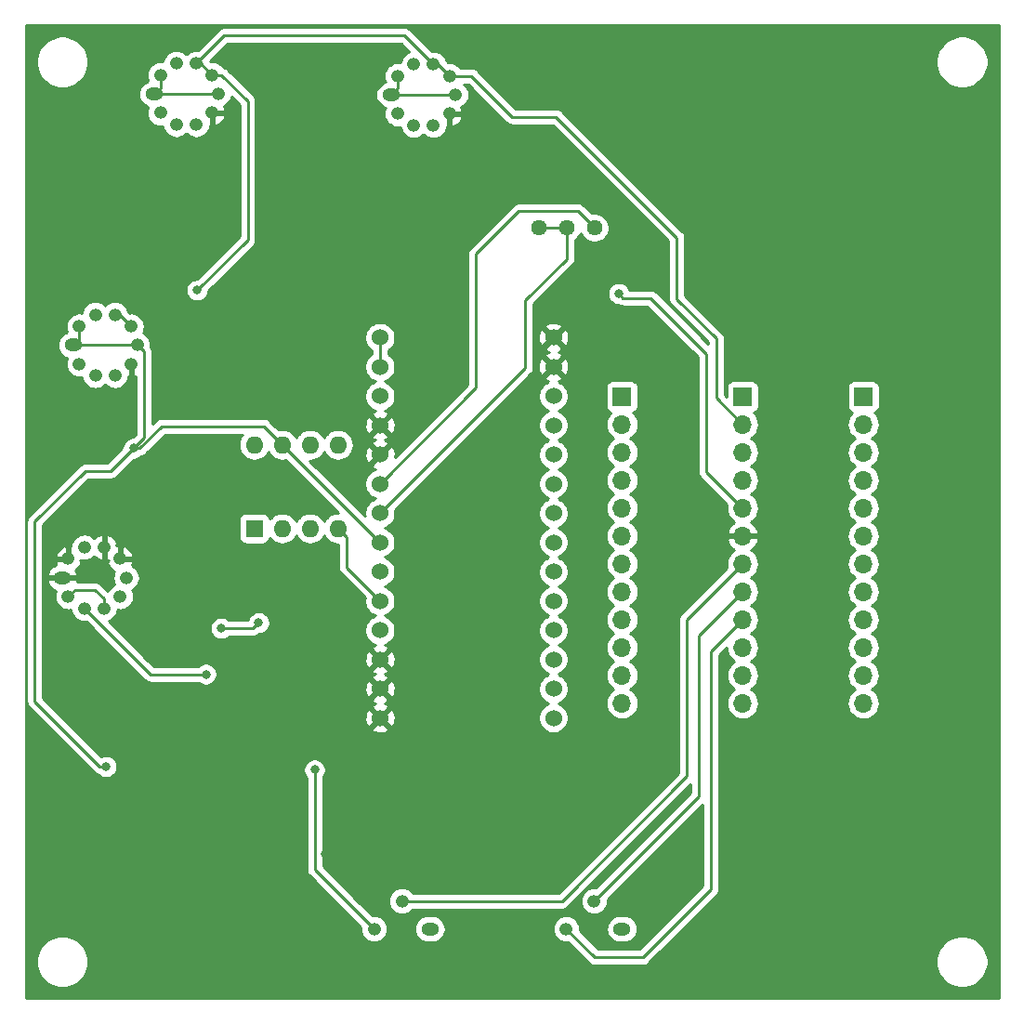
<source format=gbr>
G04 #@! TF.GenerationSoftware,KiCad,Pcbnew,(5.1.4)-1*
G04 #@! TF.CreationDate,2020-03-03T19:21:21-05:00*
G04 #@! TF.ProjectId,Main_Board,4d61696e-5f42-46f6-9172-642e6b696361,rev?*
G04 #@! TF.SameCoordinates,Original*
G04 #@! TF.FileFunction,Copper,L2,Bot*
G04 #@! TF.FilePolarity,Positive*
%FSLAX46Y46*%
G04 Gerber Fmt 4.6, Leading zero omitted, Abs format (unit mm)*
G04 Created by KiCad (PCBNEW (5.1.4)-1) date 2020-03-03 19:21:21*
%MOMM*%
%LPD*%
G04 APERTURE LIST*
%ADD10O,1.700000X1.700000*%
%ADD11R,1.700000X1.700000*%
%ADD12C,1.440000*%
%ADD13O,1.200000X1.200000*%
%ADD14O,1.600000X1.200000*%
%ADD15C,1.524000*%
%ADD16O,1.600000X1.600000*%
%ADD17R,1.600000X1.600000*%
%ADD18C,0.800000*%
%ADD19C,0.250000*%
%ADD20C,0.254000*%
G04 APERTURE END LIST*
D10*
X89000000Y-143440000D03*
X89000000Y-140900000D03*
X89000000Y-138360000D03*
X89000000Y-135820000D03*
X89000000Y-133280000D03*
X89000000Y-130740000D03*
X89000000Y-128200000D03*
X89000000Y-125660000D03*
X89000000Y-123120000D03*
X89000000Y-120580000D03*
X89000000Y-118040000D03*
D11*
X89000000Y-115500000D03*
D12*
X59434500Y-100113500D03*
X61974500Y-100113500D03*
X64514500Y-100113500D03*
D13*
X17557670Y-109083667D03*
X19017670Y-108022915D03*
X20822330Y-108022915D03*
X22282330Y-109083667D03*
X22840000Y-110800000D03*
X22282330Y-112516333D03*
X20822330Y-113577085D03*
X19017670Y-113577085D03*
X17557670Y-112516333D03*
D14*
X17000000Y-110800000D03*
D15*
X60760000Y-144781000D03*
X60760000Y-142114000D03*
X60760000Y-139447000D03*
X60760000Y-136780000D03*
X60760000Y-134113000D03*
X60760000Y-131446000D03*
X60760000Y-128779000D03*
X60760000Y-126112000D03*
X60760000Y-123445000D03*
X60760000Y-120778000D03*
X60760000Y-118111000D03*
X60760000Y-115444000D03*
X60760000Y-112777000D03*
X60760000Y-110110000D03*
X44960000Y-144784000D03*
X44960000Y-142117000D03*
X44960000Y-139450000D03*
X44960000Y-136783000D03*
X44960000Y-134116000D03*
X44960000Y-131449000D03*
X44960000Y-128782000D03*
X44960000Y-126115000D03*
X44960000Y-123448000D03*
X44960000Y-120781000D03*
X44960000Y-118114000D03*
X44960000Y-115447000D03*
X44960000Y-112780000D03*
X44960000Y-110110000D03*
D16*
X33500000Y-119880000D03*
X41120000Y-127500000D03*
X36040000Y-119880000D03*
X38580000Y-127500000D03*
X38580000Y-119880000D03*
X36040000Y-127500000D03*
X41120000Y-119880000D03*
D17*
X33500000Y-127500000D03*
D10*
X78000000Y-143440000D03*
X78000000Y-140900000D03*
X78000000Y-138360000D03*
X78000000Y-135820000D03*
X78000000Y-133280000D03*
X78000000Y-130740000D03*
X78000000Y-128200000D03*
X78000000Y-125660000D03*
X78000000Y-123120000D03*
X78000000Y-120580000D03*
X78000000Y-118040000D03*
D11*
X78000000Y-115500000D03*
D10*
X67000000Y-143440000D03*
X67000000Y-140900000D03*
X67000000Y-138360000D03*
X67000000Y-135820000D03*
X67000000Y-133280000D03*
X67000000Y-130740000D03*
X67000000Y-128200000D03*
X67000000Y-125660000D03*
X67000000Y-123120000D03*
X67000000Y-120580000D03*
X67000000Y-118040000D03*
D11*
X67000000Y-115500000D03*
D13*
X61920000Y-164000000D03*
X64460000Y-161460000D03*
D14*
X67000000Y-164000000D03*
D13*
X44420000Y-164000000D03*
X46960000Y-161460000D03*
D14*
X49500000Y-164000000D03*
D13*
X16557670Y-130283667D03*
X18017670Y-129222915D03*
X19822330Y-129222915D03*
X21282330Y-130283667D03*
X21840000Y-132000000D03*
X21282330Y-133716333D03*
X19822330Y-134777085D03*
X18017670Y-134777085D03*
X16557670Y-133716333D03*
D14*
X16000000Y-132000000D03*
D13*
X46557670Y-86283667D03*
X48017670Y-85222915D03*
X49822330Y-85222915D03*
X51282330Y-86283667D03*
X51840000Y-88000000D03*
X51282330Y-89716333D03*
X49822330Y-90777085D03*
X48017670Y-90777085D03*
X46557670Y-89716333D03*
D14*
X46000000Y-88000000D03*
D13*
X24949070Y-86207467D03*
X26409070Y-85146715D03*
X28213730Y-85146715D03*
X29673730Y-86207467D03*
X30231400Y-87923800D03*
X29673730Y-89640133D03*
X28213730Y-90700885D03*
X26409070Y-90700885D03*
X24949070Y-89640133D03*
D14*
X24391400Y-87923800D03*
D18*
X35900000Y-87500000D03*
X21700000Y-96900000D03*
X21700000Y-101900000D03*
X18200000Y-141100000D03*
X29800000Y-138500000D03*
X17800000Y-145000000D03*
X40000000Y-157200000D03*
X48200000Y-149600000D03*
X57400000Y-157400000D03*
X65100000Y-148900000D03*
X43000000Y-99300000D03*
X56500000Y-86800000D03*
X39400000Y-109500000D03*
X25100000Y-124000000D03*
X63308000Y-110083000D03*
X42226000Y-139420000D03*
X14100000Y-117700000D03*
X39000000Y-149500000D03*
X30500000Y-136600000D03*
X33900000Y-136100000D03*
X28300000Y-105800000D03*
X66700000Y-106100000D03*
X20000000Y-149200000D03*
X22500000Y-120200000D03*
X29100000Y-140800000D03*
D19*
X18200000Y-141100000D02*
X18800000Y-141100000D01*
X44198001Y-133354001D02*
X44960000Y-134116000D01*
X41919999Y-131075999D02*
X44198001Y-133354001D01*
X41919999Y-128299999D02*
X41919999Y-131075999D01*
X41120000Y-127500000D02*
X41919999Y-128299999D01*
X39000000Y-158580000D02*
X44420000Y-164000000D01*
X39000000Y-149500000D02*
X39000000Y-158580000D01*
X33400000Y-136600000D02*
X30500000Y-136600000D01*
X33900000Y-136100000D02*
X33400000Y-136600000D01*
X61920000Y-164000000D02*
X64520000Y-166600000D01*
X64520000Y-166600000D02*
X68900000Y-166600000D01*
X68900000Y-166600000D02*
X75100000Y-160400000D01*
X75100000Y-138720000D02*
X78000000Y-135820000D01*
X75100000Y-160400000D02*
X75100000Y-138720000D01*
X74000000Y-151920000D02*
X64460000Y-161460000D01*
X74000000Y-137280000D02*
X78000000Y-133280000D01*
X74000000Y-151920000D02*
X74000000Y-137280000D01*
X46960000Y-161460000D02*
X61540000Y-161460000D01*
X61540000Y-161460000D02*
X72900000Y-150100000D01*
X72900000Y-135840000D02*
X78000000Y-130740000D01*
X72900000Y-150100000D02*
X72900000Y-135840000D01*
X21221578Y-108022915D02*
X22282330Y-109083667D01*
X20822330Y-108022915D02*
X21221578Y-108022915D01*
X28612978Y-85146715D02*
X29673730Y-86207467D01*
X28213730Y-85146715D02*
X28612978Y-85146715D01*
X50221578Y-85222915D02*
X51282330Y-86283667D01*
X49822330Y-85222915D02*
X50221578Y-85222915D01*
X30522258Y-86207467D02*
X32900000Y-88585209D01*
X29673730Y-86207467D02*
X30522258Y-86207467D01*
X32900000Y-88585209D02*
X32900000Y-101200000D01*
X32900000Y-101200000D02*
X28300000Y-105800000D01*
X28813729Y-84546716D02*
X28213730Y-85146715D01*
X30760445Y-82600000D02*
X28813729Y-84546716D01*
X47199415Y-82600000D02*
X30760445Y-82600000D01*
X49822330Y-85222915D02*
X47199415Y-82600000D01*
X75600000Y-115640000D02*
X78000000Y-118040000D01*
X75600000Y-110200000D02*
X75600000Y-115640000D01*
X53283667Y-86283667D02*
X57000000Y-90000000D01*
X57000000Y-90000000D02*
X61000000Y-90000000D01*
X61000000Y-90000000D02*
X72000000Y-101000000D01*
X51282330Y-86283667D02*
X53283667Y-86283667D01*
X72000000Y-101000000D02*
X72000000Y-106600000D01*
X72000000Y-106600000D02*
X75600000Y-110200000D01*
X51840000Y-88000000D02*
X46000000Y-88000000D01*
X46557670Y-87442330D02*
X46000000Y-88000000D01*
X46557670Y-86283667D02*
X46557670Y-87442330D01*
X24949070Y-87366130D02*
X24391400Y-87923800D01*
X24949070Y-86207467D02*
X24949070Y-87366130D01*
X24391400Y-87923800D02*
X30231400Y-87923800D01*
X67099999Y-106499999D02*
X69599999Y-106499999D01*
X66700000Y-106100000D02*
X67099999Y-106499999D01*
X69599999Y-106499999D02*
X74700000Y-111600000D01*
X74700000Y-122360000D02*
X78000000Y-125660000D01*
X74700000Y-111600000D02*
X74700000Y-122360000D01*
X17557670Y-110242330D02*
X17000000Y-110800000D01*
X17557670Y-109083667D02*
X17557670Y-110242330D01*
X18050000Y-110800000D02*
X22840000Y-110800000D01*
X17000000Y-110800000D02*
X18050000Y-110800000D01*
X23439999Y-111399999D02*
X22840000Y-110800000D01*
X23439999Y-119260001D02*
X23439999Y-111399999D01*
X22500000Y-120200000D02*
X23439999Y-119260001D01*
X23065685Y-120200000D02*
X25065685Y-118200000D01*
X22500000Y-120200000D02*
X23065685Y-120200000D01*
X34360000Y-118200000D02*
X36040000Y-119880000D01*
X25065685Y-118200000D02*
X34360000Y-118200000D01*
X44942000Y-128782000D02*
X44960000Y-128782000D01*
X36040000Y-119880000D02*
X44942000Y-128782000D01*
X19434315Y-149200000D02*
X13500000Y-143265685D01*
X20000000Y-149200000D02*
X19434315Y-149200000D01*
X13500000Y-143265685D02*
X13500000Y-126900000D01*
X13500000Y-126900000D02*
X18100000Y-122300000D01*
X20400000Y-122300000D02*
X22500000Y-120200000D01*
X18100000Y-122300000D02*
X20400000Y-122300000D01*
X17157669Y-133116334D02*
X16557670Y-133716333D01*
X19010107Y-133116334D02*
X17157669Y-133116334D01*
X19822330Y-133928557D02*
X19010107Y-133116334D01*
X19822330Y-134777085D02*
X19822330Y-133928557D01*
X24040585Y-140800000D02*
X18017670Y-134777085D01*
X29100000Y-140800000D02*
X24040585Y-140800000D01*
X44960000Y-126115000D02*
X58200000Y-112875000D01*
X58200000Y-112875000D02*
X58200000Y-106720000D01*
X61974500Y-102945500D02*
X61974500Y-100113500D01*
X58200000Y-106720000D02*
X61974500Y-102945500D01*
X60956267Y-100113500D02*
X59434500Y-100113500D01*
X61974500Y-100113500D02*
X60956267Y-100113500D01*
X63003200Y-98602200D02*
X64514500Y-100113500D01*
X57593000Y-98602200D02*
X63003200Y-98602200D01*
X53700000Y-102495200D02*
X57593000Y-98602200D01*
X44960000Y-123448000D02*
X53700000Y-114708000D01*
X53700000Y-114708000D02*
X53700000Y-102495200D01*
X44960000Y-111187630D02*
X44960000Y-112780000D01*
X44960000Y-110110000D02*
X44960000Y-111187630D01*
D20*
G36*
X101315000Y-170315000D02*
G01*
X12685000Y-170315000D01*
X12685000Y-166765098D01*
X13615000Y-166765098D01*
X13615000Y-167234902D01*
X13706654Y-167695679D01*
X13886440Y-168129721D01*
X14147450Y-168520349D01*
X14479651Y-168852550D01*
X14870279Y-169113560D01*
X15304321Y-169293346D01*
X15765098Y-169385000D01*
X16234902Y-169385000D01*
X16695679Y-169293346D01*
X17129721Y-169113560D01*
X17520349Y-168852550D01*
X17852550Y-168520349D01*
X18113560Y-168129721D01*
X18293346Y-167695679D01*
X18385000Y-167234902D01*
X18385000Y-166765098D01*
X18293346Y-166304321D01*
X18113560Y-165870279D01*
X17852550Y-165479651D01*
X17520349Y-165147450D01*
X17129721Y-164886440D01*
X16695679Y-164706654D01*
X16234902Y-164615000D01*
X15765098Y-164615000D01*
X15304321Y-164706654D01*
X14870279Y-164886440D01*
X14479651Y-165147450D01*
X14147450Y-165479651D01*
X13886440Y-165870279D01*
X13706654Y-166304321D01*
X13615000Y-166765098D01*
X12685000Y-166765098D01*
X12685000Y-126900000D01*
X12736324Y-126900000D01*
X12740001Y-126937333D01*
X12740000Y-143228363D01*
X12736324Y-143265685D01*
X12740000Y-143303007D01*
X12740000Y-143303017D01*
X12750997Y-143414670D01*
X12789923Y-143542995D01*
X12794454Y-143557931D01*
X12865026Y-143689961D01*
X12869884Y-143695880D01*
X12959999Y-143805686D01*
X12989003Y-143829489D01*
X18870516Y-149711003D01*
X18894314Y-149740001D01*
X19010039Y-149834974D01*
X19142068Y-149905546D01*
X19285276Y-149948987D01*
X19340226Y-150003937D01*
X19509744Y-150117205D01*
X19698102Y-150195226D01*
X19898061Y-150235000D01*
X20101939Y-150235000D01*
X20301898Y-150195226D01*
X20490256Y-150117205D01*
X20659774Y-150003937D01*
X20803937Y-149859774D01*
X20917205Y-149690256D01*
X20995226Y-149501898D01*
X21015880Y-149398061D01*
X37965000Y-149398061D01*
X37965000Y-149601939D01*
X38004774Y-149801898D01*
X38082795Y-149990256D01*
X38196063Y-150159774D01*
X38240000Y-150203711D01*
X38240001Y-158542668D01*
X38236324Y-158580000D01*
X38250998Y-158728985D01*
X38294454Y-158872246D01*
X38365026Y-159004276D01*
X38436201Y-159091002D01*
X38460000Y-159120001D01*
X38488998Y-159143799D01*
X43193924Y-163848726D01*
X43179025Y-164000000D01*
X43202870Y-164242102D01*
X43273489Y-164474901D01*
X43388167Y-164689449D01*
X43542498Y-164877502D01*
X43730551Y-165031833D01*
X43945099Y-165146511D01*
X44177898Y-165217130D01*
X44359335Y-165235000D01*
X44480665Y-165235000D01*
X44662102Y-165217130D01*
X44894901Y-165146511D01*
X45109449Y-165031833D01*
X45297502Y-164877502D01*
X45451833Y-164689449D01*
X45566511Y-164474901D01*
X45637130Y-164242102D01*
X45660975Y-164000000D01*
X48059025Y-164000000D01*
X48082870Y-164242102D01*
X48153489Y-164474901D01*
X48268167Y-164689449D01*
X48422498Y-164877502D01*
X48610551Y-165031833D01*
X48825099Y-165146511D01*
X49057898Y-165217130D01*
X49239335Y-165235000D01*
X49760665Y-165235000D01*
X49942102Y-165217130D01*
X50174901Y-165146511D01*
X50389449Y-165031833D01*
X50577502Y-164877502D01*
X50731833Y-164689449D01*
X50846511Y-164474901D01*
X50917130Y-164242102D01*
X50940975Y-164000000D01*
X50917130Y-163757898D01*
X50846511Y-163525099D01*
X50731833Y-163310551D01*
X50577502Y-163122498D01*
X50389449Y-162968167D01*
X50174901Y-162853489D01*
X49942102Y-162782870D01*
X49760665Y-162765000D01*
X49239335Y-162765000D01*
X49057898Y-162782870D01*
X48825099Y-162853489D01*
X48610551Y-162968167D01*
X48422498Y-163122498D01*
X48268167Y-163310551D01*
X48153489Y-163525099D01*
X48082870Y-163757898D01*
X48059025Y-164000000D01*
X45660975Y-164000000D01*
X45637130Y-163757898D01*
X45566511Y-163525099D01*
X45451833Y-163310551D01*
X45297502Y-163122498D01*
X45109449Y-162968167D01*
X44894901Y-162853489D01*
X44662102Y-162782870D01*
X44480665Y-162765000D01*
X44359335Y-162765000D01*
X44268726Y-162773924D01*
X42954802Y-161460000D01*
X45719025Y-161460000D01*
X45742870Y-161702102D01*
X45813489Y-161934901D01*
X45928167Y-162149449D01*
X46082498Y-162337502D01*
X46270551Y-162491833D01*
X46485099Y-162606511D01*
X46717898Y-162677130D01*
X46899335Y-162695000D01*
X47020665Y-162695000D01*
X47202102Y-162677130D01*
X47434901Y-162606511D01*
X47649449Y-162491833D01*
X47837502Y-162337502D01*
X47933933Y-162220000D01*
X61502678Y-162220000D01*
X61540000Y-162223676D01*
X61577322Y-162220000D01*
X61577333Y-162220000D01*
X61688986Y-162209003D01*
X61832247Y-162165546D01*
X61964276Y-162094974D01*
X62080001Y-162000001D01*
X62103804Y-161970997D01*
X73240000Y-150834802D01*
X73240000Y-151605197D01*
X64611275Y-160233924D01*
X64520665Y-160225000D01*
X64399335Y-160225000D01*
X64217898Y-160242870D01*
X63985099Y-160313489D01*
X63770551Y-160428167D01*
X63582498Y-160582498D01*
X63428167Y-160770551D01*
X63313489Y-160985099D01*
X63242870Y-161217898D01*
X63219025Y-161460000D01*
X63242870Y-161702102D01*
X63313489Y-161934901D01*
X63428167Y-162149449D01*
X63582498Y-162337502D01*
X63770551Y-162491833D01*
X63985099Y-162606511D01*
X64217898Y-162677130D01*
X64399335Y-162695000D01*
X64520665Y-162695000D01*
X64702102Y-162677130D01*
X64934901Y-162606511D01*
X65149449Y-162491833D01*
X65337502Y-162337502D01*
X65491833Y-162149449D01*
X65606511Y-161934901D01*
X65677130Y-161702102D01*
X65700975Y-161460000D01*
X65686076Y-161308725D01*
X74340000Y-152654803D01*
X74340000Y-160085198D01*
X68585199Y-165840000D01*
X64834802Y-165840000D01*
X63146076Y-164151274D01*
X63160975Y-164000000D01*
X65559025Y-164000000D01*
X65582870Y-164242102D01*
X65653489Y-164474901D01*
X65768167Y-164689449D01*
X65922498Y-164877502D01*
X66110551Y-165031833D01*
X66325099Y-165146511D01*
X66557898Y-165217130D01*
X66739335Y-165235000D01*
X67260665Y-165235000D01*
X67442102Y-165217130D01*
X67674901Y-165146511D01*
X67889449Y-165031833D01*
X68077502Y-164877502D01*
X68231833Y-164689449D01*
X68346511Y-164474901D01*
X68417130Y-164242102D01*
X68440975Y-164000000D01*
X68417130Y-163757898D01*
X68346511Y-163525099D01*
X68231833Y-163310551D01*
X68077502Y-163122498D01*
X67889449Y-162968167D01*
X67674901Y-162853489D01*
X67442102Y-162782870D01*
X67260665Y-162765000D01*
X66739335Y-162765000D01*
X66557898Y-162782870D01*
X66325099Y-162853489D01*
X66110551Y-162968167D01*
X65922498Y-163122498D01*
X65768167Y-163310551D01*
X65653489Y-163525099D01*
X65582870Y-163757898D01*
X65559025Y-164000000D01*
X63160975Y-164000000D01*
X63137130Y-163757898D01*
X63066511Y-163525099D01*
X62951833Y-163310551D01*
X62797502Y-163122498D01*
X62609449Y-162968167D01*
X62394901Y-162853489D01*
X62162102Y-162782870D01*
X61980665Y-162765000D01*
X61859335Y-162765000D01*
X61677898Y-162782870D01*
X61445099Y-162853489D01*
X61230551Y-162968167D01*
X61042498Y-163122498D01*
X60888167Y-163310551D01*
X60773489Y-163525099D01*
X60702870Y-163757898D01*
X60679025Y-164000000D01*
X60702870Y-164242102D01*
X60773489Y-164474901D01*
X60888167Y-164689449D01*
X61042498Y-164877502D01*
X61230551Y-165031833D01*
X61445099Y-165146511D01*
X61677898Y-165217130D01*
X61859335Y-165235000D01*
X61980665Y-165235000D01*
X62071274Y-165226076D01*
X63956201Y-167111003D01*
X63979999Y-167140001D01*
X64095724Y-167234974D01*
X64227753Y-167305546D01*
X64371014Y-167349003D01*
X64482667Y-167360000D01*
X64482676Y-167360000D01*
X64519999Y-167363676D01*
X64557322Y-167360000D01*
X68862678Y-167360000D01*
X68900000Y-167363676D01*
X68937322Y-167360000D01*
X68937333Y-167360000D01*
X69048986Y-167349003D01*
X69192247Y-167305546D01*
X69324276Y-167234974D01*
X69440001Y-167140001D01*
X69463804Y-167110997D01*
X69809703Y-166765098D01*
X95615000Y-166765098D01*
X95615000Y-167234902D01*
X95706654Y-167695679D01*
X95886440Y-168129721D01*
X96147450Y-168520349D01*
X96479651Y-168852550D01*
X96870279Y-169113560D01*
X97304321Y-169293346D01*
X97765098Y-169385000D01*
X98234902Y-169385000D01*
X98695679Y-169293346D01*
X99129721Y-169113560D01*
X99520349Y-168852550D01*
X99852550Y-168520349D01*
X100113560Y-168129721D01*
X100293346Y-167695679D01*
X100385000Y-167234902D01*
X100385000Y-166765098D01*
X100293346Y-166304321D01*
X100113560Y-165870279D01*
X99852550Y-165479651D01*
X99520349Y-165147450D01*
X99129721Y-164886440D01*
X98695679Y-164706654D01*
X98234902Y-164615000D01*
X97765098Y-164615000D01*
X97304321Y-164706654D01*
X96870279Y-164886440D01*
X96479651Y-165147450D01*
X96147450Y-165479651D01*
X95886440Y-165870279D01*
X95706654Y-166304321D01*
X95615000Y-166765098D01*
X69809703Y-166765098D01*
X75611004Y-160963798D01*
X75640001Y-160940001D01*
X75666332Y-160907917D01*
X75734974Y-160824277D01*
X75805546Y-160692247D01*
X75838837Y-160582498D01*
X75849003Y-160548986D01*
X75860000Y-160437333D01*
X75860000Y-160437324D01*
X75863676Y-160400001D01*
X75860000Y-160362678D01*
X75860000Y-139034801D01*
X76510235Y-138384567D01*
X76536487Y-138651111D01*
X76621401Y-138931034D01*
X76759294Y-139189014D01*
X76944866Y-139415134D01*
X77170986Y-139600706D01*
X77225791Y-139630000D01*
X77170986Y-139659294D01*
X76944866Y-139844866D01*
X76759294Y-140070986D01*
X76621401Y-140328966D01*
X76536487Y-140608889D01*
X76507815Y-140900000D01*
X76536487Y-141191111D01*
X76621401Y-141471034D01*
X76759294Y-141729014D01*
X76944866Y-141955134D01*
X77170986Y-142140706D01*
X77225791Y-142170000D01*
X77170986Y-142199294D01*
X76944866Y-142384866D01*
X76759294Y-142610986D01*
X76621401Y-142868966D01*
X76536487Y-143148889D01*
X76507815Y-143440000D01*
X76536487Y-143731111D01*
X76621401Y-144011034D01*
X76759294Y-144269014D01*
X76944866Y-144495134D01*
X77170986Y-144680706D01*
X77428966Y-144818599D01*
X77708889Y-144903513D01*
X77927050Y-144925000D01*
X78072950Y-144925000D01*
X78291111Y-144903513D01*
X78571034Y-144818599D01*
X78829014Y-144680706D01*
X79055134Y-144495134D01*
X79240706Y-144269014D01*
X79378599Y-144011034D01*
X79463513Y-143731111D01*
X79492185Y-143440000D01*
X79463513Y-143148889D01*
X79378599Y-142868966D01*
X79240706Y-142610986D01*
X79055134Y-142384866D01*
X78829014Y-142199294D01*
X78774209Y-142170000D01*
X78829014Y-142140706D01*
X79055134Y-141955134D01*
X79240706Y-141729014D01*
X79378599Y-141471034D01*
X79463513Y-141191111D01*
X79492185Y-140900000D01*
X79463513Y-140608889D01*
X79378599Y-140328966D01*
X79240706Y-140070986D01*
X79055134Y-139844866D01*
X78829014Y-139659294D01*
X78774209Y-139630000D01*
X78829014Y-139600706D01*
X79055134Y-139415134D01*
X79240706Y-139189014D01*
X79378599Y-138931034D01*
X79463513Y-138651111D01*
X79492185Y-138360000D01*
X79463513Y-138068889D01*
X79378599Y-137788966D01*
X79240706Y-137530986D01*
X79055134Y-137304866D01*
X78829014Y-137119294D01*
X78774209Y-137090000D01*
X78829014Y-137060706D01*
X79055134Y-136875134D01*
X79240706Y-136649014D01*
X79378599Y-136391034D01*
X79463513Y-136111111D01*
X79492185Y-135820000D01*
X79463513Y-135528889D01*
X79378599Y-135248966D01*
X79240706Y-134990986D01*
X79055134Y-134764866D01*
X78829014Y-134579294D01*
X78774209Y-134550000D01*
X78829014Y-134520706D01*
X79055134Y-134335134D01*
X79240706Y-134109014D01*
X79378599Y-133851034D01*
X79463513Y-133571111D01*
X79492185Y-133280000D01*
X79463513Y-132988889D01*
X79378599Y-132708966D01*
X79240706Y-132450986D01*
X79055134Y-132224866D01*
X78829014Y-132039294D01*
X78774209Y-132010000D01*
X78829014Y-131980706D01*
X79055134Y-131795134D01*
X79240706Y-131569014D01*
X79378599Y-131311034D01*
X79463513Y-131031111D01*
X79492185Y-130740000D01*
X79463513Y-130448889D01*
X79378599Y-130168966D01*
X79240706Y-129910986D01*
X79055134Y-129684866D01*
X78829014Y-129499294D01*
X78764477Y-129464799D01*
X78881355Y-129395178D01*
X79097588Y-129200269D01*
X79271641Y-128966920D01*
X79396825Y-128704099D01*
X79441476Y-128556890D01*
X79320155Y-128327000D01*
X78127000Y-128327000D01*
X78127000Y-128347000D01*
X77873000Y-128347000D01*
X77873000Y-128327000D01*
X76679845Y-128327000D01*
X76558524Y-128556890D01*
X76603175Y-128704099D01*
X76728359Y-128966920D01*
X76902412Y-129200269D01*
X77118645Y-129395178D01*
X77235523Y-129464799D01*
X77170986Y-129499294D01*
X76944866Y-129684866D01*
X76759294Y-129910986D01*
X76621401Y-130168966D01*
X76536487Y-130448889D01*
X76507815Y-130740000D01*
X76536487Y-131031111D01*
X76559203Y-131105995D01*
X72388998Y-135276201D01*
X72360000Y-135299999D01*
X72336202Y-135328997D01*
X72336201Y-135328998D01*
X72265026Y-135415724D01*
X72194454Y-135547754D01*
X72150998Y-135691015D01*
X72136324Y-135840000D01*
X72140001Y-135877332D01*
X72140000Y-149785198D01*
X61225199Y-160700000D01*
X47933933Y-160700000D01*
X47837502Y-160582498D01*
X47649449Y-160428167D01*
X47434901Y-160313489D01*
X47202102Y-160242870D01*
X47020665Y-160225000D01*
X46899335Y-160225000D01*
X46717898Y-160242870D01*
X46485099Y-160313489D01*
X46270551Y-160428167D01*
X46082498Y-160582498D01*
X45928167Y-160770551D01*
X45813489Y-160985099D01*
X45742870Y-161217898D01*
X45719025Y-161460000D01*
X42954802Y-161460000D01*
X39760000Y-158265199D01*
X39760000Y-150203711D01*
X39803937Y-150159774D01*
X39917205Y-149990256D01*
X39995226Y-149801898D01*
X40035000Y-149601939D01*
X40035000Y-149398061D01*
X39995226Y-149198102D01*
X39917205Y-149009744D01*
X39803937Y-148840226D01*
X39659774Y-148696063D01*
X39490256Y-148582795D01*
X39301898Y-148504774D01*
X39101939Y-148465000D01*
X38898061Y-148465000D01*
X38698102Y-148504774D01*
X38509744Y-148582795D01*
X38340226Y-148696063D01*
X38196063Y-148840226D01*
X38082795Y-149009744D01*
X38004774Y-149198102D01*
X37965000Y-149398061D01*
X21015880Y-149398061D01*
X21035000Y-149301939D01*
X21035000Y-149098061D01*
X20995226Y-148898102D01*
X20917205Y-148709744D01*
X20803937Y-148540226D01*
X20659774Y-148396063D01*
X20490256Y-148282795D01*
X20301898Y-148204774D01*
X20101939Y-148165000D01*
X19898061Y-148165000D01*
X19698102Y-148204774D01*
X19567845Y-148258728D01*
X17058682Y-145749565D01*
X44174040Y-145749565D01*
X44241020Y-145989656D01*
X44490048Y-146106756D01*
X44757135Y-146173023D01*
X45032017Y-146185910D01*
X45304133Y-146144922D01*
X45563023Y-146051636D01*
X45678980Y-145989656D01*
X45745960Y-145749565D01*
X44960000Y-144963605D01*
X44174040Y-145749565D01*
X17058682Y-145749565D01*
X16165134Y-144856017D01*
X43558090Y-144856017D01*
X43599078Y-145128133D01*
X43692364Y-145387023D01*
X43754344Y-145502980D01*
X43994435Y-145569960D01*
X44780395Y-144784000D01*
X45139605Y-144784000D01*
X45925565Y-145569960D01*
X46165656Y-145502980D01*
X46282756Y-145253952D01*
X46349023Y-144986865D01*
X46361910Y-144711983D01*
X46320922Y-144439867D01*
X46227636Y-144180977D01*
X46165656Y-144065020D01*
X45925565Y-143998040D01*
X45139605Y-144784000D01*
X44780395Y-144784000D01*
X43994435Y-143998040D01*
X43754344Y-144065020D01*
X43637244Y-144314048D01*
X43570977Y-144581135D01*
X43558090Y-144856017D01*
X16165134Y-144856017D01*
X14391682Y-143082565D01*
X44174040Y-143082565D01*
X44241020Y-143322656D01*
X44490048Y-143439756D01*
X44537149Y-143451442D01*
X44356977Y-143516364D01*
X44241020Y-143578344D01*
X44174040Y-143818435D01*
X44960000Y-144604395D01*
X45745960Y-143818435D01*
X45678980Y-143578344D01*
X45429952Y-143461244D01*
X45382851Y-143449558D01*
X45563023Y-143384636D01*
X45678980Y-143322656D01*
X45745960Y-143082565D01*
X44960000Y-142296605D01*
X44174040Y-143082565D01*
X14391682Y-143082565D01*
X14260000Y-142950884D01*
X14260000Y-142189017D01*
X43558090Y-142189017D01*
X43599078Y-142461133D01*
X43692364Y-142720023D01*
X43754344Y-142835980D01*
X43994435Y-142902960D01*
X44780395Y-142117000D01*
X45139605Y-142117000D01*
X45925565Y-142902960D01*
X46165656Y-142835980D01*
X46282756Y-142586952D01*
X46349023Y-142319865D01*
X46361910Y-142044983D01*
X46320922Y-141772867D01*
X46227636Y-141513977D01*
X46165656Y-141398020D01*
X45925565Y-141331040D01*
X45139605Y-142117000D01*
X44780395Y-142117000D01*
X43994435Y-141331040D01*
X43754344Y-141398020D01*
X43637244Y-141647048D01*
X43570977Y-141914135D01*
X43558090Y-142189017D01*
X14260000Y-142189017D01*
X14260000Y-132317609D01*
X14606538Y-132317609D01*
X14612523Y-132360162D01*
X14705604Y-132584907D01*
X14840742Y-132787174D01*
X15012744Y-132959191D01*
X15215000Y-133094346D01*
X15439737Y-133187446D01*
X15439988Y-133187496D01*
X15411159Y-133241432D01*
X15340540Y-133474231D01*
X15316695Y-133716333D01*
X15340540Y-133958435D01*
X15411159Y-134191234D01*
X15525837Y-134405782D01*
X15680168Y-134593835D01*
X15868221Y-134748166D01*
X16082769Y-134862844D01*
X16315568Y-134933463D01*
X16497005Y-134951333D01*
X16618335Y-134951333D01*
X16792171Y-134934212D01*
X16800540Y-135019187D01*
X16871159Y-135251986D01*
X16985837Y-135466534D01*
X17140168Y-135654587D01*
X17328221Y-135808918D01*
X17542769Y-135923596D01*
X17775568Y-135994215D01*
X17957005Y-136012085D01*
X18078335Y-136012085D01*
X18168945Y-136003161D01*
X23476786Y-141311003D01*
X23500584Y-141340001D01*
X23529582Y-141363799D01*
X23616308Y-141434974D01*
X23748338Y-141505546D01*
X23891599Y-141549003D01*
X24003252Y-141560000D01*
X24003261Y-141560000D01*
X24040584Y-141563676D01*
X24077907Y-141560000D01*
X28396289Y-141560000D01*
X28440226Y-141603937D01*
X28609744Y-141717205D01*
X28798102Y-141795226D01*
X28998061Y-141835000D01*
X29201939Y-141835000D01*
X29401898Y-141795226D01*
X29590256Y-141717205D01*
X29759774Y-141603937D01*
X29903937Y-141459774D01*
X30017205Y-141290256D01*
X30095226Y-141101898D01*
X30135000Y-140901939D01*
X30135000Y-140698061D01*
X30095226Y-140498102D01*
X30061038Y-140415565D01*
X44174040Y-140415565D01*
X44241020Y-140655656D01*
X44490048Y-140772756D01*
X44537149Y-140784442D01*
X44356977Y-140849364D01*
X44241020Y-140911344D01*
X44174040Y-141151435D01*
X44960000Y-141937395D01*
X45745960Y-141151435D01*
X45678980Y-140911344D01*
X45429952Y-140794244D01*
X45382851Y-140782558D01*
X45563023Y-140717636D01*
X45678980Y-140655656D01*
X45745960Y-140415565D01*
X44960000Y-139629605D01*
X44174040Y-140415565D01*
X30061038Y-140415565D01*
X30017205Y-140309744D01*
X29903937Y-140140226D01*
X29759774Y-139996063D01*
X29590256Y-139882795D01*
X29401898Y-139804774D01*
X29201939Y-139765000D01*
X28998061Y-139765000D01*
X28798102Y-139804774D01*
X28609744Y-139882795D01*
X28440226Y-139996063D01*
X28396289Y-140040000D01*
X24355387Y-140040000D01*
X23837404Y-139522017D01*
X43558090Y-139522017D01*
X43599078Y-139794133D01*
X43692364Y-140053023D01*
X43754344Y-140168980D01*
X43994435Y-140235960D01*
X44780395Y-139450000D01*
X45139605Y-139450000D01*
X45925565Y-140235960D01*
X46165656Y-140168980D01*
X46282756Y-139919952D01*
X46349023Y-139652865D01*
X46361910Y-139377983D01*
X46320922Y-139105867D01*
X46227636Y-138846977D01*
X46165656Y-138731020D01*
X45925565Y-138664040D01*
X45139605Y-139450000D01*
X44780395Y-139450000D01*
X43994435Y-138664040D01*
X43754344Y-138731020D01*
X43637244Y-138980048D01*
X43570977Y-139247135D01*
X43558090Y-139522017D01*
X23837404Y-139522017D01*
X20813448Y-136498061D01*
X29465000Y-136498061D01*
X29465000Y-136701939D01*
X29504774Y-136901898D01*
X29582795Y-137090256D01*
X29696063Y-137259774D01*
X29840226Y-137403937D01*
X30009744Y-137517205D01*
X30198102Y-137595226D01*
X30398061Y-137635000D01*
X30601939Y-137635000D01*
X30801898Y-137595226D01*
X30990256Y-137517205D01*
X31159774Y-137403937D01*
X31203711Y-137360000D01*
X33362678Y-137360000D01*
X33400000Y-137363676D01*
X33437322Y-137360000D01*
X33437333Y-137360000D01*
X33548986Y-137349003D01*
X33692247Y-137305546D01*
X33824276Y-137234974D01*
X33940001Y-137140001D01*
X33944105Y-137135000D01*
X34001939Y-137135000D01*
X34201898Y-137095226D01*
X34390256Y-137017205D01*
X34559774Y-136903937D01*
X34703937Y-136759774D01*
X34817205Y-136590256D01*
X34895226Y-136401898D01*
X34935000Y-136201939D01*
X34935000Y-135998061D01*
X34895226Y-135798102D01*
X34817205Y-135609744D01*
X34703937Y-135440226D01*
X34559774Y-135296063D01*
X34390256Y-135182795D01*
X34201898Y-135104774D01*
X34001939Y-135065000D01*
X33798061Y-135065000D01*
X33598102Y-135104774D01*
X33409744Y-135182795D01*
X33240226Y-135296063D01*
X33096063Y-135440226D01*
X32982795Y-135609744D01*
X32904774Y-135798102D01*
X32896440Y-135840000D01*
X31203711Y-135840000D01*
X31159774Y-135796063D01*
X30990256Y-135682795D01*
X30801898Y-135604774D01*
X30601939Y-135565000D01*
X30398061Y-135565000D01*
X30198102Y-135604774D01*
X30009744Y-135682795D01*
X29840226Y-135796063D01*
X29696063Y-135940226D01*
X29582795Y-136109744D01*
X29504774Y-136298102D01*
X29465000Y-136498061D01*
X20813448Y-136498061D01*
X20252539Y-135937153D01*
X20297231Y-135923596D01*
X20511779Y-135808918D01*
X20699832Y-135654587D01*
X20854163Y-135466534D01*
X20968841Y-135251986D01*
X21039460Y-135019187D01*
X21047829Y-134934212D01*
X21221665Y-134951333D01*
X21342995Y-134951333D01*
X21524432Y-134933463D01*
X21757231Y-134862844D01*
X21971779Y-134748166D01*
X22159832Y-134593835D01*
X22314163Y-134405782D01*
X22428841Y-134191234D01*
X22499460Y-133958435D01*
X22523305Y-133716333D01*
X22499460Y-133474231D01*
X22428841Y-133241432D01*
X22364060Y-133120235D01*
X22529449Y-133031833D01*
X22717502Y-132877502D01*
X22871833Y-132689449D01*
X22986511Y-132474901D01*
X23057130Y-132242102D01*
X23080975Y-132000000D01*
X23057130Y-131757898D01*
X22986511Y-131525099D01*
X22871833Y-131310551D01*
X22717502Y-131122498D01*
X22529449Y-130968167D01*
X22361915Y-130878618D01*
X22451115Y-130682638D01*
X22475792Y-130601276D01*
X22351061Y-130410667D01*
X21409330Y-130410667D01*
X21409330Y-130430667D01*
X21155330Y-130430667D01*
X21155330Y-130410667D01*
X21135330Y-130410667D01*
X21135330Y-130156667D01*
X21155330Y-130156667D01*
X21155330Y-129213958D01*
X21409330Y-129213958D01*
X21409330Y-130156667D01*
X22351061Y-130156667D01*
X22475792Y-129966058D01*
X22451115Y-129884696D01*
X22350822Y-129664343D01*
X22209467Y-129467791D01*
X22032483Y-129302592D01*
X21826671Y-129175095D01*
X21599940Y-129090200D01*
X21409330Y-129213958D01*
X21155330Y-129213958D01*
X21057330Y-129150329D01*
X21057330Y-129095913D01*
X20973519Y-129095913D01*
X20964720Y-129090200D01*
X20949462Y-129095913D01*
X20891062Y-129095913D01*
X21015792Y-128905306D01*
X20991115Y-128823944D01*
X20890822Y-128603591D01*
X20749467Y-128407039D01*
X20572483Y-128241840D01*
X20366671Y-128114343D01*
X20139940Y-128029448D01*
X19949330Y-128153206D01*
X19949330Y-129095915D01*
X19969330Y-129095915D01*
X19969330Y-129349915D01*
X19949330Y-129349915D01*
X19949330Y-130292624D01*
X20047330Y-130356253D01*
X20047330Y-130410669D01*
X20131141Y-130410669D01*
X20139940Y-130416382D01*
X20155198Y-130410669D01*
X20213598Y-130410669D01*
X20088868Y-130601276D01*
X20113545Y-130682638D01*
X20213838Y-130902991D01*
X20355193Y-131099543D01*
X20532177Y-131264742D01*
X20737989Y-131392239D01*
X20760082Y-131400511D01*
X20693489Y-131525099D01*
X20622870Y-131757898D01*
X20599025Y-132000000D01*
X20622870Y-132242102D01*
X20693489Y-132474901D01*
X20758270Y-132596098D01*
X20592881Y-132684500D01*
X20404828Y-132838831D01*
X20250497Y-133026884D01*
X20161661Y-133193086D01*
X19573910Y-132605336D01*
X19550108Y-132576333D01*
X19434383Y-132481360D01*
X19302354Y-132410788D01*
X19159093Y-132367331D01*
X19047440Y-132356334D01*
X19047429Y-132356334D01*
X19010107Y-132352658D01*
X18972785Y-132356334D01*
X17388015Y-132356334D01*
X17393462Y-132317609D01*
X17268731Y-132127000D01*
X16127000Y-132127000D01*
X16127000Y-132147000D01*
X15873000Y-132147000D01*
X15873000Y-132127000D01*
X14731269Y-132127000D01*
X14606538Y-132317609D01*
X14260000Y-132317609D01*
X14260000Y-131682391D01*
X14606538Y-131682391D01*
X14731269Y-131873000D01*
X15873000Y-131873000D01*
X15873000Y-131853000D01*
X16127000Y-131853000D01*
X16127000Y-131873000D01*
X17268731Y-131873000D01*
X17393462Y-131682391D01*
X17387477Y-131639838D01*
X17294396Y-131415093D01*
X17227280Y-131314637D01*
X17307823Y-131264742D01*
X17484807Y-131099543D01*
X17626162Y-130902991D01*
X17726455Y-130682638D01*
X17751132Y-130601276D01*
X17626402Y-130410669D01*
X17678729Y-130410669D01*
X17775568Y-130440045D01*
X17957005Y-130457915D01*
X18078335Y-130457915D01*
X18259772Y-130440045D01*
X18492571Y-130369426D01*
X18707119Y-130254748D01*
X18895172Y-130100417D01*
X18923819Y-130065511D01*
X19072177Y-130203990D01*
X19277989Y-130331487D01*
X19504720Y-130416382D01*
X19695330Y-130292624D01*
X19695330Y-129349915D01*
X19675330Y-129349915D01*
X19675330Y-129095915D01*
X19695330Y-129095915D01*
X19695330Y-128153206D01*
X19504720Y-128029448D01*
X19277989Y-128114343D01*
X19072177Y-128241840D01*
X18923819Y-128380319D01*
X18895172Y-128345413D01*
X18707119Y-128191082D01*
X18492571Y-128076404D01*
X18259772Y-128005785D01*
X18078335Y-127987915D01*
X17957005Y-127987915D01*
X17775568Y-128005785D01*
X17542769Y-128076404D01*
X17328221Y-128191082D01*
X17140168Y-128345413D01*
X16985837Y-128533466D01*
X16871159Y-128748014D01*
X16800540Y-128980813D01*
X16783924Y-129149515D01*
X16684670Y-129213958D01*
X16684670Y-130156667D01*
X16704670Y-130156667D01*
X16704670Y-130410667D01*
X16684670Y-130410667D01*
X16684670Y-130430667D01*
X16430670Y-130430667D01*
X16430670Y-130410667D01*
X15488939Y-130410667D01*
X15364208Y-130601276D01*
X15388885Y-130682638D01*
X15447328Y-130811044D01*
X15439737Y-130812554D01*
X15215000Y-130905654D01*
X15012744Y-131040809D01*
X14840742Y-131212826D01*
X14705604Y-131415093D01*
X14612523Y-131639838D01*
X14606538Y-131682391D01*
X14260000Y-131682391D01*
X14260000Y-129966058D01*
X15364208Y-129966058D01*
X15488939Y-130156667D01*
X16430670Y-130156667D01*
X16430670Y-129213958D01*
X16240060Y-129090200D01*
X16013329Y-129175095D01*
X15807517Y-129302592D01*
X15630533Y-129467791D01*
X15489178Y-129664343D01*
X15388885Y-129884696D01*
X15364208Y-129966058D01*
X14260000Y-129966058D01*
X14260000Y-127214801D01*
X18414803Y-123060000D01*
X20362678Y-123060000D01*
X20400000Y-123063676D01*
X20437322Y-123060000D01*
X20437333Y-123060000D01*
X20548986Y-123049003D01*
X20692247Y-123005546D01*
X20824276Y-122934974D01*
X20940001Y-122840001D01*
X20963804Y-122810998D01*
X22539803Y-121235000D01*
X22601939Y-121235000D01*
X22801898Y-121195226D01*
X22990256Y-121117205D01*
X23159774Y-121003937D01*
X23214724Y-120948987D01*
X23357932Y-120905546D01*
X23489961Y-120834974D01*
X23605686Y-120740001D01*
X23629489Y-120710997D01*
X25380487Y-118960000D01*
X32398646Y-118960000D01*
X32301068Y-119078899D01*
X32167818Y-119328192D01*
X32085764Y-119598691D01*
X32058057Y-119880000D01*
X32085764Y-120161309D01*
X32167818Y-120431808D01*
X32301068Y-120681101D01*
X32480392Y-120899608D01*
X32698899Y-121078932D01*
X32948192Y-121212182D01*
X33218691Y-121294236D01*
X33429508Y-121315000D01*
X33570492Y-121315000D01*
X33781309Y-121294236D01*
X34051808Y-121212182D01*
X34301101Y-121078932D01*
X34519608Y-120899608D01*
X34698932Y-120681101D01*
X34770000Y-120548142D01*
X34841068Y-120681101D01*
X35020392Y-120899608D01*
X35238899Y-121078932D01*
X35488192Y-121212182D01*
X35758691Y-121294236D01*
X35969508Y-121315000D01*
X36110492Y-121315000D01*
X36321309Y-121294236D01*
X36365907Y-121280708D01*
X41150198Y-126065000D01*
X41049508Y-126065000D01*
X40838691Y-126085764D01*
X40568192Y-126167818D01*
X40318899Y-126301068D01*
X40100392Y-126480392D01*
X39921068Y-126698899D01*
X39850000Y-126831858D01*
X39778932Y-126698899D01*
X39599608Y-126480392D01*
X39381101Y-126301068D01*
X39131808Y-126167818D01*
X38861309Y-126085764D01*
X38650492Y-126065000D01*
X38509508Y-126065000D01*
X38298691Y-126085764D01*
X38028192Y-126167818D01*
X37778899Y-126301068D01*
X37560392Y-126480392D01*
X37381068Y-126698899D01*
X37310000Y-126831858D01*
X37238932Y-126698899D01*
X37059608Y-126480392D01*
X36841101Y-126301068D01*
X36591808Y-126167818D01*
X36321309Y-126085764D01*
X36110492Y-126065000D01*
X35969508Y-126065000D01*
X35758691Y-126085764D01*
X35488192Y-126167818D01*
X35238899Y-126301068D01*
X35020392Y-126480392D01*
X34927581Y-126593482D01*
X34925812Y-126575518D01*
X34889502Y-126455820D01*
X34830537Y-126345506D01*
X34751185Y-126248815D01*
X34654494Y-126169463D01*
X34544180Y-126110498D01*
X34424482Y-126074188D01*
X34300000Y-126061928D01*
X32700000Y-126061928D01*
X32575518Y-126074188D01*
X32455820Y-126110498D01*
X32345506Y-126169463D01*
X32248815Y-126248815D01*
X32169463Y-126345506D01*
X32110498Y-126455820D01*
X32074188Y-126575518D01*
X32061928Y-126700000D01*
X32061928Y-128300000D01*
X32074188Y-128424482D01*
X32110498Y-128544180D01*
X32169463Y-128654494D01*
X32248815Y-128751185D01*
X32345506Y-128830537D01*
X32455820Y-128889502D01*
X32575518Y-128925812D01*
X32700000Y-128938072D01*
X34300000Y-128938072D01*
X34424482Y-128925812D01*
X34544180Y-128889502D01*
X34654494Y-128830537D01*
X34751185Y-128751185D01*
X34830537Y-128654494D01*
X34889502Y-128544180D01*
X34925812Y-128424482D01*
X34927581Y-128406518D01*
X35020392Y-128519608D01*
X35238899Y-128698932D01*
X35488192Y-128832182D01*
X35758691Y-128914236D01*
X35969508Y-128935000D01*
X36110492Y-128935000D01*
X36321309Y-128914236D01*
X36591808Y-128832182D01*
X36841101Y-128698932D01*
X37059608Y-128519608D01*
X37238932Y-128301101D01*
X37310000Y-128168142D01*
X37381068Y-128301101D01*
X37560392Y-128519608D01*
X37778899Y-128698932D01*
X38028192Y-128832182D01*
X38298691Y-128914236D01*
X38509508Y-128935000D01*
X38650492Y-128935000D01*
X38861309Y-128914236D01*
X39131808Y-128832182D01*
X39381101Y-128698932D01*
X39599608Y-128519608D01*
X39778932Y-128301101D01*
X39850000Y-128168142D01*
X39921068Y-128301101D01*
X40100392Y-128519608D01*
X40318899Y-128698932D01*
X40568192Y-128832182D01*
X40838691Y-128914236D01*
X41049508Y-128935000D01*
X41159999Y-128935000D01*
X41160000Y-131038667D01*
X41156323Y-131075999D01*
X41160000Y-131113332D01*
X41169800Y-131212826D01*
X41170997Y-131224984D01*
X41214453Y-131368245D01*
X41285025Y-131500275D01*
X41353402Y-131583592D01*
X41379999Y-131616000D01*
X41408997Y-131639798D01*
X43593628Y-133824430D01*
X43563000Y-133978408D01*
X43563000Y-134253592D01*
X43616686Y-134523490D01*
X43721995Y-134777727D01*
X43874880Y-135006535D01*
X44069465Y-135201120D01*
X44298273Y-135354005D01*
X44528817Y-135449500D01*
X44298273Y-135544995D01*
X44069465Y-135697880D01*
X43874880Y-135892465D01*
X43721995Y-136121273D01*
X43616686Y-136375510D01*
X43563000Y-136645408D01*
X43563000Y-136920592D01*
X43616686Y-137190490D01*
X43721995Y-137444727D01*
X43874880Y-137673535D01*
X44069465Y-137868120D01*
X44298273Y-138021005D01*
X44533910Y-138118610D01*
X44356977Y-138182364D01*
X44241020Y-138244344D01*
X44174040Y-138484435D01*
X44960000Y-139270395D01*
X45745960Y-138484435D01*
X45678980Y-138244344D01*
X45429952Y-138127244D01*
X45389484Y-138117204D01*
X45621727Y-138021005D01*
X45850535Y-137868120D01*
X46045120Y-137673535D01*
X46198005Y-137444727D01*
X46303314Y-137190490D01*
X46357000Y-136920592D01*
X46357000Y-136645408D01*
X46303314Y-136375510D01*
X46198005Y-136121273D01*
X46045120Y-135892465D01*
X45850535Y-135697880D01*
X45621727Y-135544995D01*
X45391183Y-135449500D01*
X45621727Y-135354005D01*
X45850535Y-135201120D01*
X46045120Y-135006535D01*
X46198005Y-134777727D01*
X46303314Y-134523490D01*
X46357000Y-134253592D01*
X46357000Y-133978408D01*
X46303314Y-133708510D01*
X46198005Y-133454273D01*
X46045120Y-133225465D01*
X45850535Y-133030880D01*
X45621727Y-132877995D01*
X45391183Y-132782500D01*
X45621727Y-132687005D01*
X45850535Y-132534120D01*
X46045120Y-132339535D01*
X46198005Y-132110727D01*
X46303314Y-131856490D01*
X46357000Y-131586592D01*
X46357000Y-131311408D01*
X46303314Y-131041510D01*
X46198005Y-130787273D01*
X46045120Y-130558465D01*
X45850535Y-130363880D01*
X45621727Y-130210995D01*
X45391183Y-130115500D01*
X45621727Y-130020005D01*
X45850535Y-129867120D01*
X46045120Y-129672535D01*
X46198005Y-129443727D01*
X46303314Y-129189490D01*
X46357000Y-128919592D01*
X46357000Y-128644408D01*
X46303314Y-128374510D01*
X46198005Y-128120273D01*
X46045120Y-127891465D01*
X45850535Y-127696880D01*
X45621727Y-127543995D01*
X45391183Y-127448500D01*
X45621727Y-127353005D01*
X45850535Y-127200120D01*
X46045120Y-127005535D01*
X46198005Y-126776727D01*
X46303314Y-126522490D01*
X46357000Y-126252592D01*
X46357000Y-125977408D01*
X46326372Y-125823429D01*
X56843393Y-115306408D01*
X59363000Y-115306408D01*
X59363000Y-115581592D01*
X59416686Y-115851490D01*
X59521995Y-116105727D01*
X59674880Y-116334535D01*
X59869465Y-116529120D01*
X60098273Y-116682005D01*
X60328817Y-116777500D01*
X60098273Y-116872995D01*
X59869465Y-117025880D01*
X59674880Y-117220465D01*
X59521995Y-117449273D01*
X59416686Y-117703510D01*
X59363000Y-117973408D01*
X59363000Y-118248592D01*
X59416686Y-118518490D01*
X59521995Y-118772727D01*
X59674880Y-119001535D01*
X59869465Y-119196120D01*
X60098273Y-119349005D01*
X60328817Y-119444500D01*
X60098273Y-119539995D01*
X59869465Y-119692880D01*
X59674880Y-119887465D01*
X59521995Y-120116273D01*
X59416686Y-120370510D01*
X59363000Y-120640408D01*
X59363000Y-120915592D01*
X59416686Y-121185490D01*
X59521995Y-121439727D01*
X59674880Y-121668535D01*
X59869465Y-121863120D01*
X60098273Y-122016005D01*
X60328817Y-122111500D01*
X60098273Y-122206995D01*
X59869465Y-122359880D01*
X59674880Y-122554465D01*
X59521995Y-122783273D01*
X59416686Y-123037510D01*
X59363000Y-123307408D01*
X59363000Y-123582592D01*
X59416686Y-123852490D01*
X59521995Y-124106727D01*
X59674880Y-124335535D01*
X59869465Y-124530120D01*
X60098273Y-124683005D01*
X60328817Y-124778500D01*
X60098273Y-124873995D01*
X59869465Y-125026880D01*
X59674880Y-125221465D01*
X59521995Y-125450273D01*
X59416686Y-125704510D01*
X59363000Y-125974408D01*
X59363000Y-126249592D01*
X59416686Y-126519490D01*
X59521995Y-126773727D01*
X59674880Y-127002535D01*
X59869465Y-127197120D01*
X60098273Y-127350005D01*
X60328817Y-127445500D01*
X60098273Y-127540995D01*
X59869465Y-127693880D01*
X59674880Y-127888465D01*
X59521995Y-128117273D01*
X59416686Y-128371510D01*
X59363000Y-128641408D01*
X59363000Y-128916592D01*
X59416686Y-129186490D01*
X59521995Y-129440727D01*
X59674880Y-129669535D01*
X59869465Y-129864120D01*
X60098273Y-130017005D01*
X60328817Y-130112500D01*
X60098273Y-130207995D01*
X59869465Y-130360880D01*
X59674880Y-130555465D01*
X59521995Y-130784273D01*
X59416686Y-131038510D01*
X59363000Y-131308408D01*
X59363000Y-131583592D01*
X59416686Y-131853490D01*
X59521995Y-132107727D01*
X59674880Y-132336535D01*
X59869465Y-132531120D01*
X60098273Y-132684005D01*
X60328817Y-132779500D01*
X60098273Y-132874995D01*
X59869465Y-133027880D01*
X59674880Y-133222465D01*
X59521995Y-133451273D01*
X59416686Y-133705510D01*
X59363000Y-133975408D01*
X59363000Y-134250592D01*
X59416686Y-134520490D01*
X59521995Y-134774727D01*
X59674880Y-135003535D01*
X59869465Y-135198120D01*
X60098273Y-135351005D01*
X60328817Y-135446500D01*
X60098273Y-135541995D01*
X59869465Y-135694880D01*
X59674880Y-135889465D01*
X59521995Y-136118273D01*
X59416686Y-136372510D01*
X59363000Y-136642408D01*
X59363000Y-136917592D01*
X59416686Y-137187490D01*
X59521995Y-137441727D01*
X59674880Y-137670535D01*
X59869465Y-137865120D01*
X60098273Y-138018005D01*
X60328817Y-138113500D01*
X60098273Y-138208995D01*
X59869465Y-138361880D01*
X59674880Y-138556465D01*
X59521995Y-138785273D01*
X59416686Y-139039510D01*
X59363000Y-139309408D01*
X59363000Y-139584592D01*
X59416686Y-139854490D01*
X59521995Y-140108727D01*
X59674880Y-140337535D01*
X59869465Y-140532120D01*
X60098273Y-140685005D01*
X60328817Y-140780500D01*
X60098273Y-140875995D01*
X59869465Y-141028880D01*
X59674880Y-141223465D01*
X59521995Y-141452273D01*
X59416686Y-141706510D01*
X59363000Y-141976408D01*
X59363000Y-142251592D01*
X59416686Y-142521490D01*
X59521995Y-142775727D01*
X59674880Y-143004535D01*
X59869465Y-143199120D01*
X60098273Y-143352005D01*
X60328817Y-143447500D01*
X60098273Y-143542995D01*
X59869465Y-143695880D01*
X59674880Y-143890465D01*
X59521995Y-144119273D01*
X59416686Y-144373510D01*
X59363000Y-144643408D01*
X59363000Y-144918592D01*
X59416686Y-145188490D01*
X59521995Y-145442727D01*
X59674880Y-145671535D01*
X59869465Y-145866120D01*
X60098273Y-146019005D01*
X60352510Y-146124314D01*
X60622408Y-146178000D01*
X60897592Y-146178000D01*
X61167490Y-146124314D01*
X61421727Y-146019005D01*
X61650535Y-145866120D01*
X61845120Y-145671535D01*
X61998005Y-145442727D01*
X62103314Y-145188490D01*
X62157000Y-144918592D01*
X62157000Y-144643408D01*
X62103314Y-144373510D01*
X61998005Y-144119273D01*
X61845120Y-143890465D01*
X61650535Y-143695880D01*
X61421727Y-143542995D01*
X61191183Y-143447500D01*
X61421727Y-143352005D01*
X61650535Y-143199120D01*
X61845120Y-143004535D01*
X61998005Y-142775727D01*
X62103314Y-142521490D01*
X62157000Y-142251592D01*
X62157000Y-141976408D01*
X62103314Y-141706510D01*
X61998005Y-141452273D01*
X61845120Y-141223465D01*
X61650535Y-141028880D01*
X61421727Y-140875995D01*
X61191183Y-140780500D01*
X61421727Y-140685005D01*
X61650535Y-140532120D01*
X61845120Y-140337535D01*
X61998005Y-140108727D01*
X62103314Y-139854490D01*
X62157000Y-139584592D01*
X62157000Y-139309408D01*
X62103314Y-139039510D01*
X61998005Y-138785273D01*
X61845120Y-138556465D01*
X61650535Y-138361880D01*
X61421727Y-138208995D01*
X61191183Y-138113500D01*
X61421727Y-138018005D01*
X61650535Y-137865120D01*
X61845120Y-137670535D01*
X61998005Y-137441727D01*
X62103314Y-137187490D01*
X62157000Y-136917592D01*
X62157000Y-136642408D01*
X62103314Y-136372510D01*
X61998005Y-136118273D01*
X61845120Y-135889465D01*
X61650535Y-135694880D01*
X61421727Y-135541995D01*
X61191183Y-135446500D01*
X61421727Y-135351005D01*
X61650535Y-135198120D01*
X61845120Y-135003535D01*
X61998005Y-134774727D01*
X62103314Y-134520490D01*
X62157000Y-134250592D01*
X62157000Y-133975408D01*
X62103314Y-133705510D01*
X61998005Y-133451273D01*
X61845120Y-133222465D01*
X61650535Y-133027880D01*
X61421727Y-132874995D01*
X61191183Y-132779500D01*
X61421727Y-132684005D01*
X61650535Y-132531120D01*
X61845120Y-132336535D01*
X61998005Y-132107727D01*
X62103314Y-131853490D01*
X62157000Y-131583592D01*
X62157000Y-131308408D01*
X62103314Y-131038510D01*
X61998005Y-130784273D01*
X61845120Y-130555465D01*
X61650535Y-130360880D01*
X61421727Y-130207995D01*
X61191183Y-130112500D01*
X61421727Y-130017005D01*
X61650535Y-129864120D01*
X61845120Y-129669535D01*
X61998005Y-129440727D01*
X62103314Y-129186490D01*
X62157000Y-128916592D01*
X62157000Y-128641408D01*
X62103314Y-128371510D01*
X61998005Y-128117273D01*
X61845120Y-127888465D01*
X61650535Y-127693880D01*
X61421727Y-127540995D01*
X61191183Y-127445500D01*
X61421727Y-127350005D01*
X61650535Y-127197120D01*
X61845120Y-127002535D01*
X61998005Y-126773727D01*
X62103314Y-126519490D01*
X62157000Y-126249592D01*
X62157000Y-125974408D01*
X62103314Y-125704510D01*
X61998005Y-125450273D01*
X61845120Y-125221465D01*
X61650535Y-125026880D01*
X61421727Y-124873995D01*
X61191183Y-124778500D01*
X61421727Y-124683005D01*
X61650535Y-124530120D01*
X61845120Y-124335535D01*
X61998005Y-124106727D01*
X62103314Y-123852490D01*
X62157000Y-123582592D01*
X62157000Y-123307408D01*
X62103314Y-123037510D01*
X61998005Y-122783273D01*
X61845120Y-122554465D01*
X61650535Y-122359880D01*
X61421727Y-122206995D01*
X61191183Y-122111500D01*
X61421727Y-122016005D01*
X61650535Y-121863120D01*
X61845120Y-121668535D01*
X61998005Y-121439727D01*
X62103314Y-121185490D01*
X62157000Y-120915592D01*
X62157000Y-120640408D01*
X62103314Y-120370510D01*
X61998005Y-120116273D01*
X61845120Y-119887465D01*
X61650535Y-119692880D01*
X61421727Y-119539995D01*
X61191183Y-119444500D01*
X61421727Y-119349005D01*
X61650535Y-119196120D01*
X61845120Y-119001535D01*
X61998005Y-118772727D01*
X62103314Y-118518490D01*
X62157000Y-118248592D01*
X62157000Y-118040000D01*
X65507815Y-118040000D01*
X65536487Y-118331111D01*
X65621401Y-118611034D01*
X65759294Y-118869014D01*
X65944866Y-119095134D01*
X66170986Y-119280706D01*
X66225791Y-119310000D01*
X66170986Y-119339294D01*
X65944866Y-119524866D01*
X65759294Y-119750986D01*
X65621401Y-120008966D01*
X65536487Y-120288889D01*
X65507815Y-120580000D01*
X65536487Y-120871111D01*
X65621401Y-121151034D01*
X65759294Y-121409014D01*
X65944866Y-121635134D01*
X66170986Y-121820706D01*
X66225791Y-121850000D01*
X66170986Y-121879294D01*
X65944866Y-122064866D01*
X65759294Y-122290986D01*
X65621401Y-122548966D01*
X65536487Y-122828889D01*
X65507815Y-123120000D01*
X65536487Y-123411111D01*
X65621401Y-123691034D01*
X65759294Y-123949014D01*
X65944866Y-124175134D01*
X66170986Y-124360706D01*
X66225791Y-124390000D01*
X66170986Y-124419294D01*
X65944866Y-124604866D01*
X65759294Y-124830986D01*
X65621401Y-125088966D01*
X65536487Y-125368889D01*
X65507815Y-125660000D01*
X65536487Y-125951111D01*
X65621401Y-126231034D01*
X65759294Y-126489014D01*
X65944866Y-126715134D01*
X66170986Y-126900706D01*
X66225791Y-126930000D01*
X66170986Y-126959294D01*
X65944866Y-127144866D01*
X65759294Y-127370986D01*
X65621401Y-127628966D01*
X65536487Y-127908889D01*
X65507815Y-128200000D01*
X65536487Y-128491111D01*
X65621401Y-128771034D01*
X65759294Y-129029014D01*
X65944866Y-129255134D01*
X66170986Y-129440706D01*
X66225791Y-129470000D01*
X66170986Y-129499294D01*
X65944866Y-129684866D01*
X65759294Y-129910986D01*
X65621401Y-130168966D01*
X65536487Y-130448889D01*
X65507815Y-130740000D01*
X65536487Y-131031111D01*
X65621401Y-131311034D01*
X65759294Y-131569014D01*
X65944866Y-131795134D01*
X66170986Y-131980706D01*
X66225791Y-132010000D01*
X66170986Y-132039294D01*
X65944866Y-132224866D01*
X65759294Y-132450986D01*
X65621401Y-132708966D01*
X65536487Y-132988889D01*
X65507815Y-133280000D01*
X65536487Y-133571111D01*
X65621401Y-133851034D01*
X65759294Y-134109014D01*
X65944866Y-134335134D01*
X66170986Y-134520706D01*
X66225791Y-134550000D01*
X66170986Y-134579294D01*
X65944866Y-134764866D01*
X65759294Y-134990986D01*
X65621401Y-135248966D01*
X65536487Y-135528889D01*
X65507815Y-135820000D01*
X65536487Y-136111111D01*
X65621401Y-136391034D01*
X65759294Y-136649014D01*
X65944866Y-136875134D01*
X66170986Y-137060706D01*
X66225791Y-137090000D01*
X66170986Y-137119294D01*
X65944866Y-137304866D01*
X65759294Y-137530986D01*
X65621401Y-137788966D01*
X65536487Y-138068889D01*
X65507815Y-138360000D01*
X65536487Y-138651111D01*
X65621401Y-138931034D01*
X65759294Y-139189014D01*
X65944866Y-139415134D01*
X66170986Y-139600706D01*
X66225791Y-139630000D01*
X66170986Y-139659294D01*
X65944866Y-139844866D01*
X65759294Y-140070986D01*
X65621401Y-140328966D01*
X65536487Y-140608889D01*
X65507815Y-140900000D01*
X65536487Y-141191111D01*
X65621401Y-141471034D01*
X65759294Y-141729014D01*
X65944866Y-141955134D01*
X66170986Y-142140706D01*
X66225791Y-142170000D01*
X66170986Y-142199294D01*
X65944866Y-142384866D01*
X65759294Y-142610986D01*
X65621401Y-142868966D01*
X65536487Y-143148889D01*
X65507815Y-143440000D01*
X65536487Y-143731111D01*
X65621401Y-144011034D01*
X65759294Y-144269014D01*
X65944866Y-144495134D01*
X66170986Y-144680706D01*
X66428966Y-144818599D01*
X66708889Y-144903513D01*
X66927050Y-144925000D01*
X67072950Y-144925000D01*
X67291111Y-144903513D01*
X67571034Y-144818599D01*
X67829014Y-144680706D01*
X68055134Y-144495134D01*
X68240706Y-144269014D01*
X68378599Y-144011034D01*
X68463513Y-143731111D01*
X68492185Y-143440000D01*
X68463513Y-143148889D01*
X68378599Y-142868966D01*
X68240706Y-142610986D01*
X68055134Y-142384866D01*
X67829014Y-142199294D01*
X67774209Y-142170000D01*
X67829014Y-142140706D01*
X68055134Y-141955134D01*
X68240706Y-141729014D01*
X68378599Y-141471034D01*
X68463513Y-141191111D01*
X68492185Y-140900000D01*
X68463513Y-140608889D01*
X68378599Y-140328966D01*
X68240706Y-140070986D01*
X68055134Y-139844866D01*
X67829014Y-139659294D01*
X67774209Y-139630000D01*
X67829014Y-139600706D01*
X68055134Y-139415134D01*
X68240706Y-139189014D01*
X68378599Y-138931034D01*
X68463513Y-138651111D01*
X68492185Y-138360000D01*
X68463513Y-138068889D01*
X68378599Y-137788966D01*
X68240706Y-137530986D01*
X68055134Y-137304866D01*
X67829014Y-137119294D01*
X67774209Y-137090000D01*
X67829014Y-137060706D01*
X68055134Y-136875134D01*
X68240706Y-136649014D01*
X68378599Y-136391034D01*
X68463513Y-136111111D01*
X68492185Y-135820000D01*
X68463513Y-135528889D01*
X68378599Y-135248966D01*
X68240706Y-134990986D01*
X68055134Y-134764866D01*
X67829014Y-134579294D01*
X67774209Y-134550000D01*
X67829014Y-134520706D01*
X68055134Y-134335134D01*
X68240706Y-134109014D01*
X68378599Y-133851034D01*
X68463513Y-133571111D01*
X68492185Y-133280000D01*
X68463513Y-132988889D01*
X68378599Y-132708966D01*
X68240706Y-132450986D01*
X68055134Y-132224866D01*
X67829014Y-132039294D01*
X67774209Y-132010000D01*
X67829014Y-131980706D01*
X68055134Y-131795134D01*
X68240706Y-131569014D01*
X68378599Y-131311034D01*
X68463513Y-131031111D01*
X68492185Y-130740000D01*
X68463513Y-130448889D01*
X68378599Y-130168966D01*
X68240706Y-129910986D01*
X68055134Y-129684866D01*
X67829014Y-129499294D01*
X67774209Y-129470000D01*
X67829014Y-129440706D01*
X68055134Y-129255134D01*
X68240706Y-129029014D01*
X68378599Y-128771034D01*
X68463513Y-128491111D01*
X68492185Y-128200000D01*
X68463513Y-127908889D01*
X68378599Y-127628966D01*
X68240706Y-127370986D01*
X68055134Y-127144866D01*
X67829014Y-126959294D01*
X67774209Y-126930000D01*
X67829014Y-126900706D01*
X68055134Y-126715134D01*
X68240706Y-126489014D01*
X68378599Y-126231034D01*
X68463513Y-125951111D01*
X68492185Y-125660000D01*
X68463513Y-125368889D01*
X68378599Y-125088966D01*
X68240706Y-124830986D01*
X68055134Y-124604866D01*
X67829014Y-124419294D01*
X67774209Y-124390000D01*
X67829014Y-124360706D01*
X68055134Y-124175134D01*
X68240706Y-123949014D01*
X68378599Y-123691034D01*
X68463513Y-123411111D01*
X68492185Y-123120000D01*
X68463513Y-122828889D01*
X68378599Y-122548966D01*
X68240706Y-122290986D01*
X68055134Y-122064866D01*
X67829014Y-121879294D01*
X67774209Y-121850000D01*
X67829014Y-121820706D01*
X68055134Y-121635134D01*
X68240706Y-121409014D01*
X68378599Y-121151034D01*
X68463513Y-120871111D01*
X68492185Y-120580000D01*
X68463513Y-120288889D01*
X68378599Y-120008966D01*
X68240706Y-119750986D01*
X68055134Y-119524866D01*
X67829014Y-119339294D01*
X67774209Y-119310000D01*
X67829014Y-119280706D01*
X68055134Y-119095134D01*
X68240706Y-118869014D01*
X68378599Y-118611034D01*
X68463513Y-118331111D01*
X68492185Y-118040000D01*
X68463513Y-117748889D01*
X68378599Y-117468966D01*
X68240706Y-117210986D01*
X68055134Y-116984866D01*
X68025313Y-116960393D01*
X68094180Y-116939502D01*
X68204494Y-116880537D01*
X68301185Y-116801185D01*
X68380537Y-116704494D01*
X68439502Y-116594180D01*
X68475812Y-116474482D01*
X68488072Y-116350000D01*
X68488072Y-114650000D01*
X68475812Y-114525518D01*
X68439502Y-114405820D01*
X68380537Y-114295506D01*
X68301185Y-114198815D01*
X68204494Y-114119463D01*
X68094180Y-114060498D01*
X67974482Y-114024188D01*
X67850000Y-114011928D01*
X66150000Y-114011928D01*
X66025518Y-114024188D01*
X65905820Y-114060498D01*
X65795506Y-114119463D01*
X65698815Y-114198815D01*
X65619463Y-114295506D01*
X65560498Y-114405820D01*
X65524188Y-114525518D01*
X65511928Y-114650000D01*
X65511928Y-116350000D01*
X65524188Y-116474482D01*
X65560498Y-116594180D01*
X65619463Y-116704494D01*
X65698815Y-116801185D01*
X65795506Y-116880537D01*
X65905820Y-116939502D01*
X65974687Y-116960393D01*
X65944866Y-116984866D01*
X65759294Y-117210986D01*
X65621401Y-117468966D01*
X65536487Y-117748889D01*
X65507815Y-118040000D01*
X62157000Y-118040000D01*
X62157000Y-117973408D01*
X62103314Y-117703510D01*
X61998005Y-117449273D01*
X61845120Y-117220465D01*
X61650535Y-117025880D01*
X61421727Y-116872995D01*
X61191183Y-116777500D01*
X61421727Y-116682005D01*
X61650535Y-116529120D01*
X61845120Y-116334535D01*
X61998005Y-116105727D01*
X62103314Y-115851490D01*
X62157000Y-115581592D01*
X62157000Y-115306408D01*
X62103314Y-115036510D01*
X61998005Y-114782273D01*
X61845120Y-114553465D01*
X61650535Y-114358880D01*
X61421727Y-114205995D01*
X61186090Y-114108390D01*
X61363023Y-114044636D01*
X61478980Y-113982656D01*
X61545960Y-113742565D01*
X60760000Y-112956605D01*
X59974040Y-113742565D01*
X60041020Y-113982656D01*
X60290048Y-114099756D01*
X60330516Y-114109796D01*
X60098273Y-114205995D01*
X59869465Y-114358880D01*
X59674880Y-114553465D01*
X59521995Y-114782273D01*
X59416686Y-115036510D01*
X59363000Y-115306408D01*
X56843393Y-115306408D01*
X58711004Y-113438798D01*
X58740001Y-113415001D01*
X58834974Y-113299276D01*
X58905546Y-113167247D01*
X58949003Y-113023986D01*
X58960000Y-112912333D01*
X58960000Y-112912332D01*
X58963677Y-112875000D01*
X58961118Y-112849017D01*
X59358090Y-112849017D01*
X59399078Y-113121133D01*
X59492364Y-113380023D01*
X59554344Y-113495980D01*
X59794435Y-113562960D01*
X60580395Y-112777000D01*
X60939605Y-112777000D01*
X61725565Y-113562960D01*
X61965656Y-113495980D01*
X62082756Y-113246952D01*
X62149023Y-112979865D01*
X62161910Y-112704983D01*
X62120922Y-112432867D01*
X62027636Y-112173977D01*
X61965656Y-112058020D01*
X61725565Y-111991040D01*
X60939605Y-112777000D01*
X60580395Y-112777000D01*
X59794435Y-111991040D01*
X59554344Y-112058020D01*
X59437244Y-112307048D01*
X59370977Y-112574135D01*
X59358090Y-112849017D01*
X58961118Y-112849017D01*
X58960000Y-112837667D01*
X58960000Y-111075565D01*
X59974040Y-111075565D01*
X60041020Y-111315656D01*
X60290048Y-111432756D01*
X60337149Y-111444442D01*
X60156977Y-111509364D01*
X60041020Y-111571344D01*
X59974040Y-111811435D01*
X60760000Y-112597395D01*
X61545960Y-111811435D01*
X61478980Y-111571344D01*
X61229952Y-111454244D01*
X61182851Y-111442558D01*
X61363023Y-111377636D01*
X61478980Y-111315656D01*
X61545960Y-111075565D01*
X60760000Y-110289605D01*
X59974040Y-111075565D01*
X58960000Y-111075565D01*
X58960000Y-110182017D01*
X59358090Y-110182017D01*
X59399078Y-110454133D01*
X59492364Y-110713023D01*
X59554344Y-110828980D01*
X59794435Y-110895960D01*
X60580395Y-110110000D01*
X60939605Y-110110000D01*
X61725565Y-110895960D01*
X61965656Y-110828980D01*
X62082756Y-110579952D01*
X62149023Y-110312865D01*
X62161910Y-110037983D01*
X62120922Y-109765867D01*
X62027636Y-109506977D01*
X61965656Y-109391020D01*
X61725565Y-109324040D01*
X60939605Y-110110000D01*
X60580395Y-110110000D01*
X59794435Y-109324040D01*
X59554344Y-109391020D01*
X59437244Y-109640048D01*
X59370977Y-109907135D01*
X59358090Y-110182017D01*
X58960000Y-110182017D01*
X58960000Y-109144435D01*
X59974040Y-109144435D01*
X60760000Y-109930395D01*
X61545960Y-109144435D01*
X61478980Y-108904344D01*
X61229952Y-108787244D01*
X60962865Y-108720977D01*
X60687983Y-108708090D01*
X60415867Y-108749078D01*
X60156977Y-108842364D01*
X60041020Y-108904344D01*
X59974040Y-109144435D01*
X58960000Y-109144435D01*
X58960000Y-107034801D01*
X62485504Y-103509298D01*
X62514501Y-103485501D01*
X62540832Y-103453417D01*
X62609474Y-103369777D01*
X62680046Y-103237747D01*
X62712677Y-103130174D01*
X62723503Y-103094486D01*
X62734500Y-102982833D01*
X62734500Y-102982824D01*
X62738176Y-102945501D01*
X62734500Y-102908178D01*
X62734500Y-101235328D01*
X62838262Y-101165997D01*
X63026997Y-100977262D01*
X63175285Y-100755333D01*
X63244500Y-100588234D01*
X63313715Y-100755333D01*
X63462003Y-100977262D01*
X63650738Y-101165997D01*
X63872667Y-101314285D01*
X64119261Y-101416428D01*
X64381044Y-101468500D01*
X64647956Y-101468500D01*
X64909739Y-101416428D01*
X65156333Y-101314285D01*
X65378262Y-101165997D01*
X65566997Y-100977262D01*
X65715285Y-100755333D01*
X65817428Y-100508739D01*
X65869500Y-100246956D01*
X65869500Y-99980044D01*
X65817428Y-99718261D01*
X65715285Y-99471667D01*
X65566997Y-99249738D01*
X65378262Y-99061003D01*
X65156333Y-98912715D01*
X64909739Y-98810572D01*
X64647956Y-98758500D01*
X64381044Y-98758500D01*
X64258648Y-98782846D01*
X63567004Y-98091203D01*
X63543201Y-98062199D01*
X63427476Y-97967226D01*
X63295447Y-97896654D01*
X63152186Y-97853197D01*
X63040533Y-97842200D01*
X63040522Y-97842200D01*
X63003200Y-97838524D01*
X62965878Y-97842200D01*
X57630322Y-97842200D01*
X57592999Y-97838524D01*
X57555676Y-97842200D01*
X57555667Y-97842200D01*
X57444014Y-97853197D01*
X57300753Y-97896654D01*
X57168724Y-97967226D01*
X57168722Y-97967227D01*
X57168723Y-97967227D01*
X57081996Y-98038401D01*
X57081992Y-98038405D01*
X57052999Y-98062199D01*
X57029205Y-98091192D01*
X53188998Y-101931401D01*
X53160000Y-101955199D01*
X53136202Y-101984197D01*
X53136201Y-101984198D01*
X53065026Y-102070924D01*
X52994454Y-102202954D01*
X52950998Y-102346215D01*
X52936324Y-102495200D01*
X52940001Y-102532532D01*
X52940000Y-114393198D01*
X46348920Y-120984278D01*
X46349023Y-120983865D01*
X46361910Y-120708983D01*
X46320922Y-120436867D01*
X46227636Y-120177977D01*
X46165656Y-120062020D01*
X45925565Y-119995040D01*
X45139605Y-120781000D01*
X45153748Y-120795143D01*
X44974143Y-120974748D01*
X44960000Y-120960605D01*
X44174040Y-121746565D01*
X44241020Y-121986656D01*
X44490048Y-122103756D01*
X44530516Y-122113796D01*
X44298273Y-122209995D01*
X44069465Y-122362880D01*
X43874880Y-122557465D01*
X43721995Y-122786273D01*
X43616686Y-123040510D01*
X43563000Y-123310408D01*
X43563000Y-123585592D01*
X43616686Y-123855490D01*
X43721995Y-124109727D01*
X43874880Y-124338535D01*
X44069465Y-124533120D01*
X44298273Y-124686005D01*
X44528817Y-124781500D01*
X44298273Y-124876995D01*
X44069465Y-125029880D01*
X43874880Y-125224465D01*
X43721995Y-125453273D01*
X43616686Y-125707510D01*
X43563000Y-125977408D01*
X43563000Y-126252592D01*
X43581773Y-126346971D01*
X38549801Y-121315000D01*
X38650492Y-121315000D01*
X38861309Y-121294236D01*
X39131808Y-121212182D01*
X39381101Y-121078932D01*
X39599608Y-120899608D01*
X39778932Y-120681101D01*
X39850000Y-120548142D01*
X39921068Y-120681101D01*
X40100392Y-120899608D01*
X40318899Y-121078932D01*
X40568192Y-121212182D01*
X40838691Y-121294236D01*
X41049508Y-121315000D01*
X41190492Y-121315000D01*
X41401309Y-121294236D01*
X41671808Y-121212182D01*
X41921101Y-121078932D01*
X42139608Y-120899608D01*
X42177844Y-120853017D01*
X43558090Y-120853017D01*
X43599078Y-121125133D01*
X43692364Y-121384023D01*
X43754344Y-121499980D01*
X43994435Y-121566960D01*
X44780395Y-120781000D01*
X43994435Y-119995040D01*
X43754344Y-120062020D01*
X43637244Y-120311048D01*
X43570977Y-120578135D01*
X43558090Y-120853017D01*
X42177844Y-120853017D01*
X42318932Y-120681101D01*
X42452182Y-120431808D01*
X42534236Y-120161309D01*
X42561943Y-119880000D01*
X42534236Y-119598691D01*
X42452182Y-119328192D01*
X42319288Y-119079565D01*
X44174040Y-119079565D01*
X44241020Y-119319656D01*
X44490048Y-119436756D01*
X44537149Y-119448442D01*
X44356977Y-119513364D01*
X44241020Y-119575344D01*
X44174040Y-119815435D01*
X44960000Y-120601395D01*
X45745960Y-119815435D01*
X45678980Y-119575344D01*
X45429952Y-119458244D01*
X45382851Y-119446558D01*
X45563023Y-119381636D01*
X45678980Y-119319656D01*
X45745960Y-119079565D01*
X44960000Y-118293605D01*
X44174040Y-119079565D01*
X42319288Y-119079565D01*
X42318932Y-119078899D01*
X42139608Y-118860392D01*
X41921101Y-118681068D01*
X41671808Y-118547818D01*
X41401309Y-118465764D01*
X41190492Y-118445000D01*
X41049508Y-118445000D01*
X40838691Y-118465764D01*
X40568192Y-118547818D01*
X40318899Y-118681068D01*
X40100392Y-118860392D01*
X39921068Y-119078899D01*
X39850000Y-119211858D01*
X39778932Y-119078899D01*
X39599608Y-118860392D01*
X39381101Y-118681068D01*
X39131808Y-118547818D01*
X38861309Y-118465764D01*
X38650492Y-118445000D01*
X38509508Y-118445000D01*
X38298691Y-118465764D01*
X38028192Y-118547818D01*
X37778899Y-118681068D01*
X37560392Y-118860392D01*
X37381068Y-119078899D01*
X37310000Y-119211858D01*
X37238932Y-119078899D01*
X37059608Y-118860392D01*
X36841101Y-118681068D01*
X36591808Y-118547818D01*
X36321309Y-118465764D01*
X36110492Y-118445000D01*
X35969508Y-118445000D01*
X35758691Y-118465764D01*
X35714094Y-118479292D01*
X35420819Y-118186017D01*
X43558090Y-118186017D01*
X43599078Y-118458133D01*
X43692364Y-118717023D01*
X43754344Y-118832980D01*
X43994435Y-118899960D01*
X44780395Y-118114000D01*
X45139605Y-118114000D01*
X45925565Y-118899960D01*
X46165656Y-118832980D01*
X46282756Y-118583952D01*
X46349023Y-118316865D01*
X46361910Y-118041983D01*
X46320922Y-117769867D01*
X46227636Y-117510977D01*
X46165656Y-117395020D01*
X45925565Y-117328040D01*
X45139605Y-118114000D01*
X44780395Y-118114000D01*
X43994435Y-117328040D01*
X43754344Y-117395020D01*
X43637244Y-117644048D01*
X43570977Y-117911135D01*
X43558090Y-118186017D01*
X35420819Y-118186017D01*
X34923804Y-117689003D01*
X34900001Y-117659999D01*
X34784276Y-117565026D01*
X34652247Y-117494454D01*
X34508986Y-117450997D01*
X34397333Y-117440000D01*
X34397322Y-117440000D01*
X34360000Y-117436324D01*
X34322678Y-117440000D01*
X25103007Y-117440000D01*
X25065684Y-117436324D01*
X25028361Y-117440000D01*
X25028352Y-117440000D01*
X24916699Y-117450997D01*
X24773438Y-117494454D01*
X24641408Y-117565026D01*
X24579633Y-117615724D01*
X24525684Y-117659999D01*
X24501886Y-117688997D01*
X24199999Y-117990884D01*
X24199999Y-111437324D01*
X24203675Y-111399999D01*
X24199999Y-111362674D01*
X24199999Y-111362666D01*
X24189002Y-111251013D01*
X24145545Y-111107752D01*
X24074973Y-110975723D01*
X24064879Y-110963424D01*
X24080975Y-110800000D01*
X24057130Y-110557898D01*
X23986511Y-110325099D01*
X23871833Y-110110551D01*
X23758463Y-109972408D01*
X43563000Y-109972408D01*
X43563000Y-110247592D01*
X43616686Y-110517490D01*
X43721995Y-110771727D01*
X43874880Y-111000535D01*
X44069465Y-111195120D01*
X44200000Y-111282341D01*
X44200000Y-111607659D01*
X44069465Y-111694880D01*
X43874880Y-111889465D01*
X43721995Y-112118273D01*
X43616686Y-112372510D01*
X43563000Y-112642408D01*
X43563000Y-112917592D01*
X43616686Y-113187490D01*
X43721995Y-113441727D01*
X43874880Y-113670535D01*
X44069465Y-113865120D01*
X44298273Y-114018005D01*
X44528817Y-114113500D01*
X44298273Y-114208995D01*
X44069465Y-114361880D01*
X43874880Y-114556465D01*
X43721995Y-114785273D01*
X43616686Y-115039510D01*
X43563000Y-115309408D01*
X43563000Y-115584592D01*
X43616686Y-115854490D01*
X43721995Y-116108727D01*
X43874880Y-116337535D01*
X44069465Y-116532120D01*
X44298273Y-116685005D01*
X44533910Y-116782610D01*
X44356977Y-116846364D01*
X44241020Y-116908344D01*
X44174040Y-117148435D01*
X44960000Y-117934395D01*
X45745960Y-117148435D01*
X45678980Y-116908344D01*
X45429952Y-116791244D01*
X45389484Y-116781204D01*
X45621727Y-116685005D01*
X45850535Y-116532120D01*
X46045120Y-116337535D01*
X46198005Y-116108727D01*
X46303314Y-115854490D01*
X46357000Y-115584592D01*
X46357000Y-115309408D01*
X46303314Y-115039510D01*
X46198005Y-114785273D01*
X46045120Y-114556465D01*
X45850535Y-114361880D01*
X45621727Y-114208995D01*
X45391183Y-114113500D01*
X45621727Y-114018005D01*
X45850535Y-113865120D01*
X46045120Y-113670535D01*
X46198005Y-113441727D01*
X46303314Y-113187490D01*
X46357000Y-112917592D01*
X46357000Y-112642408D01*
X46303314Y-112372510D01*
X46198005Y-112118273D01*
X46045120Y-111889465D01*
X45850535Y-111694880D01*
X45720000Y-111607659D01*
X45720000Y-111282341D01*
X45850535Y-111195120D01*
X46045120Y-111000535D01*
X46198005Y-110771727D01*
X46303314Y-110517490D01*
X46357000Y-110247592D01*
X46357000Y-109972408D01*
X46303314Y-109702510D01*
X46198005Y-109448273D01*
X46045120Y-109219465D01*
X45850535Y-109024880D01*
X45621727Y-108871995D01*
X45367490Y-108766686D01*
X45097592Y-108713000D01*
X44822408Y-108713000D01*
X44552510Y-108766686D01*
X44298273Y-108871995D01*
X44069465Y-109024880D01*
X43874880Y-109219465D01*
X43721995Y-109448273D01*
X43616686Y-109702510D01*
X43563000Y-109972408D01*
X23758463Y-109972408D01*
X23717502Y-109922498D01*
X23529449Y-109768167D01*
X23364060Y-109679765D01*
X23428841Y-109558568D01*
X23499460Y-109325769D01*
X23523305Y-109083667D01*
X23499460Y-108841565D01*
X23428841Y-108608766D01*
X23314163Y-108394218D01*
X23159832Y-108206165D01*
X22971779Y-108051834D01*
X22757231Y-107937156D01*
X22524432Y-107866537D01*
X22342995Y-107848667D01*
X22221665Y-107848667D01*
X22131056Y-107857591D01*
X22033008Y-107759544D01*
X21968841Y-107548014D01*
X21854163Y-107333466D01*
X21699832Y-107145413D01*
X21511779Y-106991082D01*
X21297231Y-106876404D01*
X21064432Y-106805785D01*
X20882995Y-106787915D01*
X20761665Y-106787915D01*
X20580228Y-106805785D01*
X20347429Y-106876404D01*
X20132881Y-106991082D01*
X19944828Y-107145413D01*
X19920000Y-107175666D01*
X19895172Y-107145413D01*
X19707119Y-106991082D01*
X19492571Y-106876404D01*
X19259772Y-106805785D01*
X19078335Y-106787915D01*
X18957005Y-106787915D01*
X18775568Y-106805785D01*
X18542769Y-106876404D01*
X18328221Y-106991082D01*
X18140168Y-107145413D01*
X17985837Y-107333466D01*
X17871159Y-107548014D01*
X17800540Y-107780813D01*
X17792171Y-107865788D01*
X17618335Y-107848667D01*
X17497005Y-107848667D01*
X17315568Y-107866537D01*
X17082769Y-107937156D01*
X16868221Y-108051834D01*
X16680168Y-108206165D01*
X16525837Y-108394218D01*
X16411159Y-108608766D01*
X16340540Y-108841565D01*
X16316695Y-109083667D01*
X16340540Y-109325769D01*
X16411159Y-109558568D01*
X16442809Y-109617782D01*
X16325099Y-109653489D01*
X16110551Y-109768167D01*
X15922498Y-109922498D01*
X15768167Y-110110551D01*
X15653489Y-110325099D01*
X15582870Y-110557898D01*
X15559025Y-110800000D01*
X15582870Y-111042102D01*
X15653489Y-111274901D01*
X15768167Y-111489449D01*
X15922498Y-111677502D01*
X16110551Y-111831833D01*
X16325099Y-111946511D01*
X16442809Y-111982218D01*
X16411159Y-112041432D01*
X16340540Y-112274231D01*
X16316695Y-112516333D01*
X16340540Y-112758435D01*
X16411159Y-112991234D01*
X16525837Y-113205782D01*
X16680168Y-113393835D01*
X16868221Y-113548166D01*
X17082769Y-113662844D01*
X17315568Y-113733463D01*
X17497005Y-113751333D01*
X17618335Y-113751333D01*
X17792171Y-113734212D01*
X17800540Y-113819187D01*
X17871159Y-114051986D01*
X17985837Y-114266534D01*
X18140168Y-114454587D01*
X18328221Y-114608918D01*
X18542769Y-114723596D01*
X18775568Y-114794215D01*
X18957005Y-114812085D01*
X19078335Y-114812085D01*
X19259772Y-114794215D01*
X19492571Y-114723596D01*
X19707119Y-114608918D01*
X19895172Y-114454587D01*
X19920000Y-114424334D01*
X19944828Y-114454587D01*
X20132881Y-114608918D01*
X20347429Y-114723596D01*
X20580228Y-114794215D01*
X20761665Y-114812085D01*
X20882995Y-114812085D01*
X21064432Y-114794215D01*
X21297231Y-114723596D01*
X21511779Y-114608918D01*
X21699832Y-114454587D01*
X21854163Y-114266534D01*
X21968841Y-114051986D01*
X22039460Y-113819187D01*
X22056076Y-113650485D01*
X22155330Y-113586042D01*
X22155330Y-112643333D01*
X22135330Y-112643333D01*
X22135330Y-112389333D01*
X22155330Y-112389333D01*
X22155330Y-112369333D01*
X22409330Y-112369333D01*
X22409330Y-112389333D01*
X22429330Y-112389333D01*
X22429330Y-112643333D01*
X22409330Y-112643333D01*
X22409330Y-113586042D01*
X22599940Y-113709800D01*
X22680000Y-113679823D01*
X22679999Y-118945199D01*
X22460198Y-119165000D01*
X22398061Y-119165000D01*
X22198102Y-119204774D01*
X22009744Y-119282795D01*
X21840226Y-119396063D01*
X21696063Y-119540226D01*
X21582795Y-119709744D01*
X21504774Y-119898102D01*
X21465000Y-120098061D01*
X21465000Y-120160197D01*
X20085199Y-121540000D01*
X18137322Y-121540000D01*
X18099999Y-121536324D01*
X18062676Y-121540000D01*
X18062667Y-121540000D01*
X17951014Y-121550997D01*
X17807753Y-121594454D01*
X17675724Y-121665026D01*
X17675722Y-121665027D01*
X17675723Y-121665027D01*
X17588996Y-121736201D01*
X17588992Y-121736205D01*
X17559999Y-121759999D01*
X17536205Y-121788992D01*
X12988998Y-126336201D01*
X12960000Y-126359999D01*
X12936202Y-126388997D01*
X12936201Y-126388998D01*
X12865026Y-126475724D01*
X12794454Y-126607754D01*
X12772904Y-126678799D01*
X12750998Y-126751014D01*
X12744150Y-126820546D01*
X12736324Y-126900000D01*
X12685000Y-126900000D01*
X12685000Y-87923800D01*
X22950425Y-87923800D01*
X22974270Y-88165902D01*
X23044889Y-88398701D01*
X23159567Y-88613249D01*
X23313898Y-88801302D01*
X23501951Y-88955633D01*
X23716499Y-89070311D01*
X23834209Y-89106018D01*
X23802559Y-89165232D01*
X23731940Y-89398031D01*
X23708095Y-89640133D01*
X23731940Y-89882235D01*
X23802559Y-90115034D01*
X23917237Y-90329582D01*
X24071568Y-90517635D01*
X24259621Y-90671966D01*
X24474169Y-90786644D01*
X24706968Y-90857263D01*
X24888405Y-90875133D01*
X25009735Y-90875133D01*
X25183571Y-90858012D01*
X25191940Y-90942987D01*
X25262559Y-91175786D01*
X25377237Y-91390334D01*
X25531568Y-91578387D01*
X25719621Y-91732718D01*
X25934169Y-91847396D01*
X26166968Y-91918015D01*
X26348405Y-91935885D01*
X26469735Y-91935885D01*
X26651172Y-91918015D01*
X26883971Y-91847396D01*
X27098519Y-91732718D01*
X27286572Y-91578387D01*
X27311400Y-91548134D01*
X27336228Y-91578387D01*
X27524281Y-91732718D01*
X27738829Y-91847396D01*
X27971628Y-91918015D01*
X28153065Y-91935885D01*
X28274395Y-91935885D01*
X28455832Y-91918015D01*
X28688631Y-91847396D01*
X28903179Y-91732718D01*
X29091232Y-91578387D01*
X29245563Y-91390334D01*
X29360241Y-91175786D01*
X29430860Y-90942987D01*
X29447476Y-90774285D01*
X29546730Y-90709842D01*
X29546730Y-89767133D01*
X29800730Y-89767133D01*
X29800730Y-90709842D01*
X29991340Y-90833600D01*
X30218071Y-90748705D01*
X30423883Y-90621208D01*
X30600867Y-90456009D01*
X30742222Y-90259457D01*
X30842515Y-90039104D01*
X30867192Y-89957742D01*
X30742461Y-89767133D01*
X29800730Y-89767133D01*
X29546730Y-89767133D01*
X29526730Y-89767133D01*
X29526730Y-89513133D01*
X29546730Y-89513133D01*
X29546730Y-89493133D01*
X29800730Y-89493133D01*
X29800730Y-89513133D01*
X30742461Y-89513133D01*
X30867192Y-89322524D01*
X30842515Y-89241162D01*
X30753315Y-89045182D01*
X30920849Y-88955633D01*
X31108902Y-88801302D01*
X31263233Y-88613249D01*
X31377911Y-88398701D01*
X31438606Y-88198617D01*
X32140000Y-88900011D01*
X32140001Y-100885196D01*
X28260199Y-104765000D01*
X28198061Y-104765000D01*
X27998102Y-104804774D01*
X27809744Y-104882795D01*
X27640226Y-104996063D01*
X27496063Y-105140226D01*
X27382795Y-105309744D01*
X27304774Y-105498102D01*
X27265000Y-105698061D01*
X27265000Y-105901939D01*
X27304774Y-106101898D01*
X27382795Y-106290256D01*
X27496063Y-106459774D01*
X27640226Y-106603937D01*
X27809744Y-106717205D01*
X27998102Y-106795226D01*
X28198061Y-106835000D01*
X28401939Y-106835000D01*
X28601898Y-106795226D01*
X28790256Y-106717205D01*
X28959774Y-106603937D01*
X29103937Y-106459774D01*
X29217205Y-106290256D01*
X29295226Y-106101898D01*
X29335000Y-105901939D01*
X29335000Y-105839801D01*
X33411008Y-101763795D01*
X33440001Y-101740001D01*
X33463795Y-101711008D01*
X33463799Y-101711004D01*
X33534973Y-101624277D01*
X33534974Y-101624276D01*
X33605546Y-101492247D01*
X33649003Y-101348986D01*
X33660000Y-101237333D01*
X33660000Y-101237324D01*
X33663676Y-101200001D01*
X33660000Y-101162678D01*
X33660000Y-88622531D01*
X33663676Y-88585209D01*
X33660000Y-88547886D01*
X33660000Y-88547876D01*
X33649003Y-88436223D01*
X33605546Y-88292962D01*
X33605163Y-88292246D01*
X33534974Y-88160932D01*
X33463799Y-88074206D01*
X33440001Y-88045208D01*
X33411004Y-88021411D01*
X31086062Y-85696470D01*
X31062259Y-85667466D01*
X30946534Y-85572493D01*
X30814505Y-85501921D01*
X30671244Y-85458464D01*
X30655408Y-85456904D01*
X30551232Y-85329965D01*
X30363179Y-85175634D01*
X30148631Y-85060956D01*
X29915832Y-84990337D01*
X29734395Y-84972467D01*
X29613065Y-84972467D01*
X29522456Y-84981391D01*
X29488155Y-84947091D01*
X31075247Y-83360000D01*
X46884614Y-83360000D01*
X47587461Y-84062847D01*
X47542769Y-84076404D01*
X47328221Y-84191082D01*
X47140168Y-84345413D01*
X46985837Y-84533466D01*
X46871159Y-84748014D01*
X46800540Y-84980813D01*
X46792171Y-85065788D01*
X46618335Y-85048667D01*
X46497005Y-85048667D01*
X46315568Y-85066537D01*
X46082769Y-85137156D01*
X45868221Y-85251834D01*
X45680168Y-85406165D01*
X45525837Y-85594218D01*
X45411159Y-85808766D01*
X45340540Y-86041565D01*
X45316695Y-86283667D01*
X45340540Y-86525769D01*
X45411159Y-86758568D01*
X45442809Y-86817782D01*
X45325099Y-86853489D01*
X45110551Y-86968167D01*
X44922498Y-87122498D01*
X44768167Y-87310551D01*
X44653489Y-87525099D01*
X44582870Y-87757898D01*
X44559025Y-88000000D01*
X44582870Y-88242102D01*
X44653489Y-88474901D01*
X44768167Y-88689449D01*
X44922498Y-88877502D01*
X45110551Y-89031833D01*
X45325099Y-89146511D01*
X45442809Y-89182218D01*
X45411159Y-89241432D01*
X45340540Y-89474231D01*
X45316695Y-89716333D01*
X45340540Y-89958435D01*
X45411159Y-90191234D01*
X45525837Y-90405782D01*
X45680168Y-90593835D01*
X45868221Y-90748166D01*
X46082769Y-90862844D01*
X46315568Y-90933463D01*
X46497005Y-90951333D01*
X46618335Y-90951333D01*
X46792171Y-90934212D01*
X46800540Y-91019187D01*
X46871159Y-91251986D01*
X46985837Y-91466534D01*
X47140168Y-91654587D01*
X47328221Y-91808918D01*
X47542769Y-91923596D01*
X47775568Y-91994215D01*
X47957005Y-92012085D01*
X48078335Y-92012085D01*
X48259772Y-91994215D01*
X48492571Y-91923596D01*
X48707119Y-91808918D01*
X48895172Y-91654587D01*
X48920000Y-91624334D01*
X48944828Y-91654587D01*
X49132881Y-91808918D01*
X49347429Y-91923596D01*
X49580228Y-91994215D01*
X49761665Y-92012085D01*
X49882995Y-92012085D01*
X50064432Y-91994215D01*
X50297231Y-91923596D01*
X50511779Y-91808918D01*
X50699832Y-91654587D01*
X50854163Y-91466534D01*
X50968841Y-91251986D01*
X51039460Y-91019187D01*
X51056076Y-90850485D01*
X51155330Y-90786042D01*
X51155330Y-89843333D01*
X51409330Y-89843333D01*
X51409330Y-90786042D01*
X51599940Y-90909800D01*
X51826671Y-90824905D01*
X52032483Y-90697408D01*
X52209467Y-90532209D01*
X52350822Y-90335657D01*
X52451115Y-90115304D01*
X52475792Y-90033942D01*
X52351061Y-89843333D01*
X51409330Y-89843333D01*
X51155330Y-89843333D01*
X51135330Y-89843333D01*
X51135330Y-89589333D01*
X51155330Y-89589333D01*
X51155330Y-89569333D01*
X51409330Y-89569333D01*
X51409330Y-89589333D01*
X52351061Y-89589333D01*
X52475792Y-89398724D01*
X52451115Y-89317362D01*
X52361915Y-89121382D01*
X52529449Y-89031833D01*
X52717502Y-88877502D01*
X52871833Y-88689449D01*
X52986511Y-88474901D01*
X53057130Y-88242102D01*
X53080975Y-88000000D01*
X53057130Y-87757898D01*
X52986511Y-87525099D01*
X52871833Y-87310551D01*
X52717502Y-87122498D01*
X52621446Y-87043667D01*
X52968866Y-87043667D01*
X56436200Y-90511002D01*
X56459999Y-90540001D01*
X56488997Y-90563799D01*
X56575724Y-90634974D01*
X56707753Y-90705546D01*
X56851014Y-90749003D01*
X57000000Y-90763677D01*
X57037333Y-90760000D01*
X60685199Y-90760000D01*
X71240000Y-101314802D01*
X71240001Y-106562668D01*
X71236324Y-106600000D01*
X71240001Y-106637333D01*
X71250998Y-106748986D01*
X71262807Y-106787915D01*
X71294454Y-106892246D01*
X71365026Y-107024276D01*
X71423254Y-107095226D01*
X71460000Y-107140001D01*
X71488998Y-107163799D01*
X74840000Y-110514802D01*
X74840000Y-110665198D01*
X70163803Y-105989002D01*
X70140000Y-105959998D01*
X70024275Y-105865025D01*
X69892246Y-105794453D01*
X69748985Y-105750996D01*
X69637332Y-105739999D01*
X69637321Y-105739999D01*
X69599999Y-105736323D01*
X69562677Y-105739999D01*
X67671159Y-105739999D01*
X67617205Y-105609744D01*
X67503937Y-105440226D01*
X67359774Y-105296063D01*
X67190256Y-105182795D01*
X67001898Y-105104774D01*
X66801939Y-105065000D01*
X66598061Y-105065000D01*
X66398102Y-105104774D01*
X66209744Y-105182795D01*
X66040226Y-105296063D01*
X65896063Y-105440226D01*
X65782795Y-105609744D01*
X65704774Y-105798102D01*
X65665000Y-105998061D01*
X65665000Y-106201939D01*
X65704774Y-106401898D01*
X65782795Y-106590256D01*
X65896063Y-106759774D01*
X66040226Y-106903937D01*
X66209744Y-107017205D01*
X66398102Y-107095226D01*
X66598061Y-107135000D01*
X66675774Y-107135000D01*
X66807752Y-107205545D01*
X66951013Y-107249002D01*
X67062666Y-107259999D01*
X67062676Y-107259999D01*
X67099998Y-107263675D01*
X67137321Y-107259999D01*
X69285198Y-107259999D01*
X73940000Y-111914802D01*
X73940001Y-122322668D01*
X73936324Y-122360000D01*
X73940001Y-122397333D01*
X73945089Y-122448986D01*
X73950998Y-122508985D01*
X73994454Y-122652246D01*
X74065026Y-122784276D01*
X74110759Y-122840001D01*
X74160000Y-122900001D01*
X74188998Y-122923799D01*
X76559203Y-125294005D01*
X76536487Y-125368889D01*
X76507815Y-125660000D01*
X76536487Y-125951111D01*
X76621401Y-126231034D01*
X76759294Y-126489014D01*
X76944866Y-126715134D01*
X77170986Y-126900706D01*
X77235523Y-126935201D01*
X77118645Y-127004822D01*
X76902412Y-127199731D01*
X76728359Y-127433080D01*
X76603175Y-127695901D01*
X76558524Y-127843110D01*
X76679845Y-128073000D01*
X77873000Y-128073000D01*
X77873000Y-128053000D01*
X78127000Y-128053000D01*
X78127000Y-128073000D01*
X79320155Y-128073000D01*
X79441476Y-127843110D01*
X79396825Y-127695901D01*
X79271641Y-127433080D01*
X79097588Y-127199731D01*
X78881355Y-127004822D01*
X78764477Y-126935201D01*
X78829014Y-126900706D01*
X79055134Y-126715134D01*
X79240706Y-126489014D01*
X79378599Y-126231034D01*
X79463513Y-125951111D01*
X79492185Y-125660000D01*
X79463513Y-125368889D01*
X79378599Y-125088966D01*
X79240706Y-124830986D01*
X79055134Y-124604866D01*
X78829014Y-124419294D01*
X78774209Y-124390000D01*
X78829014Y-124360706D01*
X79055134Y-124175134D01*
X79240706Y-123949014D01*
X79378599Y-123691034D01*
X79463513Y-123411111D01*
X79492185Y-123120000D01*
X79463513Y-122828889D01*
X79378599Y-122548966D01*
X79240706Y-122290986D01*
X79055134Y-122064866D01*
X78829014Y-121879294D01*
X78774209Y-121850000D01*
X78829014Y-121820706D01*
X79055134Y-121635134D01*
X79240706Y-121409014D01*
X79378599Y-121151034D01*
X79463513Y-120871111D01*
X79492185Y-120580000D01*
X79463513Y-120288889D01*
X79378599Y-120008966D01*
X79240706Y-119750986D01*
X79055134Y-119524866D01*
X78829014Y-119339294D01*
X78774209Y-119310000D01*
X78829014Y-119280706D01*
X79055134Y-119095134D01*
X79240706Y-118869014D01*
X79378599Y-118611034D01*
X79463513Y-118331111D01*
X79492185Y-118040000D01*
X87507815Y-118040000D01*
X87536487Y-118331111D01*
X87621401Y-118611034D01*
X87759294Y-118869014D01*
X87944866Y-119095134D01*
X88170986Y-119280706D01*
X88225791Y-119310000D01*
X88170986Y-119339294D01*
X87944866Y-119524866D01*
X87759294Y-119750986D01*
X87621401Y-120008966D01*
X87536487Y-120288889D01*
X87507815Y-120580000D01*
X87536487Y-120871111D01*
X87621401Y-121151034D01*
X87759294Y-121409014D01*
X87944866Y-121635134D01*
X88170986Y-121820706D01*
X88225791Y-121850000D01*
X88170986Y-121879294D01*
X87944866Y-122064866D01*
X87759294Y-122290986D01*
X87621401Y-122548966D01*
X87536487Y-122828889D01*
X87507815Y-123120000D01*
X87536487Y-123411111D01*
X87621401Y-123691034D01*
X87759294Y-123949014D01*
X87944866Y-124175134D01*
X88170986Y-124360706D01*
X88225791Y-124390000D01*
X88170986Y-124419294D01*
X87944866Y-124604866D01*
X87759294Y-124830986D01*
X87621401Y-125088966D01*
X87536487Y-125368889D01*
X87507815Y-125660000D01*
X87536487Y-125951111D01*
X87621401Y-126231034D01*
X87759294Y-126489014D01*
X87944866Y-126715134D01*
X88170986Y-126900706D01*
X88225791Y-126930000D01*
X88170986Y-126959294D01*
X87944866Y-127144866D01*
X87759294Y-127370986D01*
X87621401Y-127628966D01*
X87536487Y-127908889D01*
X87507815Y-128200000D01*
X87536487Y-128491111D01*
X87621401Y-128771034D01*
X87759294Y-129029014D01*
X87944866Y-129255134D01*
X88170986Y-129440706D01*
X88225791Y-129470000D01*
X88170986Y-129499294D01*
X87944866Y-129684866D01*
X87759294Y-129910986D01*
X87621401Y-130168966D01*
X87536487Y-130448889D01*
X87507815Y-130740000D01*
X87536487Y-131031111D01*
X87621401Y-131311034D01*
X87759294Y-131569014D01*
X87944866Y-131795134D01*
X88170986Y-131980706D01*
X88225791Y-132010000D01*
X88170986Y-132039294D01*
X87944866Y-132224866D01*
X87759294Y-132450986D01*
X87621401Y-132708966D01*
X87536487Y-132988889D01*
X87507815Y-133280000D01*
X87536487Y-133571111D01*
X87621401Y-133851034D01*
X87759294Y-134109014D01*
X87944866Y-134335134D01*
X88170986Y-134520706D01*
X88225791Y-134550000D01*
X88170986Y-134579294D01*
X87944866Y-134764866D01*
X87759294Y-134990986D01*
X87621401Y-135248966D01*
X87536487Y-135528889D01*
X87507815Y-135820000D01*
X87536487Y-136111111D01*
X87621401Y-136391034D01*
X87759294Y-136649014D01*
X87944866Y-136875134D01*
X88170986Y-137060706D01*
X88225791Y-137090000D01*
X88170986Y-137119294D01*
X87944866Y-137304866D01*
X87759294Y-137530986D01*
X87621401Y-137788966D01*
X87536487Y-138068889D01*
X87507815Y-138360000D01*
X87536487Y-138651111D01*
X87621401Y-138931034D01*
X87759294Y-139189014D01*
X87944866Y-139415134D01*
X88170986Y-139600706D01*
X88225791Y-139630000D01*
X88170986Y-139659294D01*
X87944866Y-139844866D01*
X87759294Y-140070986D01*
X87621401Y-140328966D01*
X87536487Y-140608889D01*
X87507815Y-140900000D01*
X87536487Y-141191111D01*
X87621401Y-141471034D01*
X87759294Y-141729014D01*
X87944866Y-141955134D01*
X88170986Y-142140706D01*
X88225791Y-142170000D01*
X88170986Y-142199294D01*
X87944866Y-142384866D01*
X87759294Y-142610986D01*
X87621401Y-142868966D01*
X87536487Y-143148889D01*
X87507815Y-143440000D01*
X87536487Y-143731111D01*
X87621401Y-144011034D01*
X87759294Y-144269014D01*
X87944866Y-144495134D01*
X88170986Y-144680706D01*
X88428966Y-144818599D01*
X88708889Y-144903513D01*
X88927050Y-144925000D01*
X89072950Y-144925000D01*
X89291111Y-144903513D01*
X89571034Y-144818599D01*
X89829014Y-144680706D01*
X90055134Y-144495134D01*
X90240706Y-144269014D01*
X90378599Y-144011034D01*
X90463513Y-143731111D01*
X90492185Y-143440000D01*
X90463513Y-143148889D01*
X90378599Y-142868966D01*
X90240706Y-142610986D01*
X90055134Y-142384866D01*
X89829014Y-142199294D01*
X89774209Y-142170000D01*
X89829014Y-142140706D01*
X90055134Y-141955134D01*
X90240706Y-141729014D01*
X90378599Y-141471034D01*
X90463513Y-141191111D01*
X90492185Y-140900000D01*
X90463513Y-140608889D01*
X90378599Y-140328966D01*
X90240706Y-140070986D01*
X90055134Y-139844866D01*
X89829014Y-139659294D01*
X89774209Y-139630000D01*
X89829014Y-139600706D01*
X90055134Y-139415134D01*
X90240706Y-139189014D01*
X90378599Y-138931034D01*
X90463513Y-138651111D01*
X90492185Y-138360000D01*
X90463513Y-138068889D01*
X90378599Y-137788966D01*
X90240706Y-137530986D01*
X90055134Y-137304866D01*
X89829014Y-137119294D01*
X89774209Y-137090000D01*
X89829014Y-137060706D01*
X90055134Y-136875134D01*
X90240706Y-136649014D01*
X90378599Y-136391034D01*
X90463513Y-136111111D01*
X90492185Y-135820000D01*
X90463513Y-135528889D01*
X90378599Y-135248966D01*
X90240706Y-134990986D01*
X90055134Y-134764866D01*
X89829014Y-134579294D01*
X89774209Y-134550000D01*
X89829014Y-134520706D01*
X90055134Y-134335134D01*
X90240706Y-134109014D01*
X90378599Y-133851034D01*
X90463513Y-133571111D01*
X90492185Y-133280000D01*
X90463513Y-132988889D01*
X90378599Y-132708966D01*
X90240706Y-132450986D01*
X90055134Y-132224866D01*
X89829014Y-132039294D01*
X89774209Y-132010000D01*
X89829014Y-131980706D01*
X90055134Y-131795134D01*
X90240706Y-131569014D01*
X90378599Y-131311034D01*
X90463513Y-131031111D01*
X90492185Y-130740000D01*
X90463513Y-130448889D01*
X90378599Y-130168966D01*
X90240706Y-129910986D01*
X90055134Y-129684866D01*
X89829014Y-129499294D01*
X89774209Y-129470000D01*
X89829014Y-129440706D01*
X90055134Y-129255134D01*
X90240706Y-129029014D01*
X90378599Y-128771034D01*
X90463513Y-128491111D01*
X90492185Y-128200000D01*
X90463513Y-127908889D01*
X90378599Y-127628966D01*
X90240706Y-127370986D01*
X90055134Y-127144866D01*
X89829014Y-126959294D01*
X89774209Y-126930000D01*
X89829014Y-126900706D01*
X90055134Y-126715134D01*
X90240706Y-126489014D01*
X90378599Y-126231034D01*
X90463513Y-125951111D01*
X90492185Y-125660000D01*
X90463513Y-125368889D01*
X90378599Y-125088966D01*
X90240706Y-124830986D01*
X90055134Y-124604866D01*
X89829014Y-124419294D01*
X89774209Y-124390000D01*
X89829014Y-124360706D01*
X90055134Y-124175134D01*
X90240706Y-123949014D01*
X90378599Y-123691034D01*
X90463513Y-123411111D01*
X90492185Y-123120000D01*
X90463513Y-122828889D01*
X90378599Y-122548966D01*
X90240706Y-122290986D01*
X90055134Y-122064866D01*
X89829014Y-121879294D01*
X89774209Y-121850000D01*
X89829014Y-121820706D01*
X90055134Y-121635134D01*
X90240706Y-121409014D01*
X90378599Y-121151034D01*
X90463513Y-120871111D01*
X90492185Y-120580000D01*
X90463513Y-120288889D01*
X90378599Y-120008966D01*
X90240706Y-119750986D01*
X90055134Y-119524866D01*
X89829014Y-119339294D01*
X89774209Y-119310000D01*
X89829014Y-119280706D01*
X90055134Y-119095134D01*
X90240706Y-118869014D01*
X90378599Y-118611034D01*
X90463513Y-118331111D01*
X90492185Y-118040000D01*
X90463513Y-117748889D01*
X90378599Y-117468966D01*
X90240706Y-117210986D01*
X90055134Y-116984866D01*
X90025313Y-116960393D01*
X90094180Y-116939502D01*
X90204494Y-116880537D01*
X90301185Y-116801185D01*
X90380537Y-116704494D01*
X90439502Y-116594180D01*
X90475812Y-116474482D01*
X90488072Y-116350000D01*
X90488072Y-114650000D01*
X90475812Y-114525518D01*
X90439502Y-114405820D01*
X90380537Y-114295506D01*
X90301185Y-114198815D01*
X90204494Y-114119463D01*
X90094180Y-114060498D01*
X89974482Y-114024188D01*
X89850000Y-114011928D01*
X88150000Y-114011928D01*
X88025518Y-114024188D01*
X87905820Y-114060498D01*
X87795506Y-114119463D01*
X87698815Y-114198815D01*
X87619463Y-114295506D01*
X87560498Y-114405820D01*
X87524188Y-114525518D01*
X87511928Y-114650000D01*
X87511928Y-116350000D01*
X87524188Y-116474482D01*
X87560498Y-116594180D01*
X87619463Y-116704494D01*
X87698815Y-116801185D01*
X87795506Y-116880537D01*
X87905820Y-116939502D01*
X87974687Y-116960393D01*
X87944866Y-116984866D01*
X87759294Y-117210986D01*
X87621401Y-117468966D01*
X87536487Y-117748889D01*
X87507815Y-118040000D01*
X79492185Y-118040000D01*
X79463513Y-117748889D01*
X79378599Y-117468966D01*
X79240706Y-117210986D01*
X79055134Y-116984866D01*
X79025313Y-116960393D01*
X79094180Y-116939502D01*
X79204494Y-116880537D01*
X79301185Y-116801185D01*
X79380537Y-116704494D01*
X79439502Y-116594180D01*
X79475812Y-116474482D01*
X79488072Y-116350000D01*
X79488072Y-114650000D01*
X79475812Y-114525518D01*
X79439502Y-114405820D01*
X79380537Y-114295506D01*
X79301185Y-114198815D01*
X79204494Y-114119463D01*
X79094180Y-114060498D01*
X78974482Y-114024188D01*
X78850000Y-114011928D01*
X77150000Y-114011928D01*
X77025518Y-114024188D01*
X76905820Y-114060498D01*
X76795506Y-114119463D01*
X76698815Y-114198815D01*
X76619463Y-114295506D01*
X76560498Y-114405820D01*
X76524188Y-114525518D01*
X76511928Y-114650000D01*
X76511928Y-115477127D01*
X76360000Y-115325199D01*
X76360000Y-110237323D01*
X76363676Y-110200000D01*
X76360000Y-110162677D01*
X76360000Y-110162667D01*
X76349003Y-110051014D01*
X76305546Y-109907753D01*
X76234974Y-109775724D01*
X76140001Y-109659999D01*
X76111004Y-109636202D01*
X72760000Y-106285199D01*
X72760000Y-101037322D01*
X72763676Y-100999999D01*
X72760000Y-100962676D01*
X72760000Y-100962667D01*
X72749003Y-100851014D01*
X72705546Y-100707753D01*
X72634974Y-100575724D01*
X72540001Y-100459999D01*
X72511004Y-100436202D01*
X61563804Y-89489003D01*
X61540001Y-89459999D01*
X61424276Y-89365026D01*
X61292247Y-89294454D01*
X61148986Y-89250997D01*
X61037333Y-89240000D01*
X61037322Y-89240000D01*
X61000000Y-89236324D01*
X60962678Y-89240000D01*
X57314802Y-89240000D01*
X53847471Y-85772670D01*
X53823668Y-85743666D01*
X53707943Y-85648693D01*
X53575914Y-85578121D01*
X53432653Y-85534664D01*
X53321000Y-85523667D01*
X53320989Y-85523667D01*
X53283667Y-85519991D01*
X53246345Y-85523667D01*
X52256263Y-85523667D01*
X52159832Y-85406165D01*
X51971779Y-85251834D01*
X51757231Y-85137156D01*
X51524432Y-85066537D01*
X51342995Y-85048667D01*
X51221665Y-85048667D01*
X51131056Y-85057591D01*
X51033008Y-84959544D01*
X50974024Y-84765098D01*
X95615000Y-84765098D01*
X95615000Y-85234902D01*
X95706654Y-85695679D01*
X95886440Y-86129721D01*
X96147450Y-86520349D01*
X96479651Y-86852550D01*
X96870279Y-87113560D01*
X97304321Y-87293346D01*
X97765098Y-87385000D01*
X98234902Y-87385000D01*
X98695679Y-87293346D01*
X99129721Y-87113560D01*
X99520349Y-86852550D01*
X99852550Y-86520349D01*
X100113560Y-86129721D01*
X100293346Y-85695679D01*
X100385000Y-85234902D01*
X100385000Y-84765098D01*
X100293346Y-84304321D01*
X100113560Y-83870279D01*
X99852550Y-83479651D01*
X99520349Y-83147450D01*
X99129721Y-82886440D01*
X98695679Y-82706654D01*
X98234902Y-82615000D01*
X97765098Y-82615000D01*
X97304321Y-82706654D01*
X96870279Y-82886440D01*
X96479651Y-83147450D01*
X96147450Y-83479651D01*
X95886440Y-83870279D01*
X95706654Y-84304321D01*
X95615000Y-84765098D01*
X50974024Y-84765098D01*
X50968841Y-84748014D01*
X50854163Y-84533466D01*
X50699832Y-84345413D01*
X50511779Y-84191082D01*
X50297231Y-84076404D01*
X50064432Y-84005785D01*
X49882995Y-83987915D01*
X49761665Y-83987915D01*
X49671056Y-83996839D01*
X47763219Y-82089003D01*
X47739416Y-82059999D01*
X47623691Y-81965026D01*
X47491662Y-81894454D01*
X47348401Y-81850997D01*
X47236748Y-81840000D01*
X47236737Y-81840000D01*
X47199415Y-81836324D01*
X47162093Y-81840000D01*
X30797767Y-81840000D01*
X30760444Y-81836324D01*
X30723121Y-81840000D01*
X30723112Y-81840000D01*
X30611459Y-81850997D01*
X30468198Y-81894454D01*
X30336169Y-81965026D01*
X30220444Y-82059999D01*
X30196646Y-82088997D01*
X28365005Y-83920639D01*
X28274395Y-83911715D01*
X28153065Y-83911715D01*
X27971628Y-83929585D01*
X27738829Y-84000204D01*
X27524281Y-84114882D01*
X27336228Y-84269213D01*
X27311400Y-84299466D01*
X27286572Y-84269213D01*
X27098519Y-84114882D01*
X26883971Y-84000204D01*
X26651172Y-83929585D01*
X26469735Y-83911715D01*
X26348405Y-83911715D01*
X26166968Y-83929585D01*
X25934169Y-84000204D01*
X25719621Y-84114882D01*
X25531568Y-84269213D01*
X25377237Y-84457266D01*
X25262559Y-84671814D01*
X25191940Y-84904613D01*
X25183571Y-84989588D01*
X25009735Y-84972467D01*
X24888405Y-84972467D01*
X24706968Y-84990337D01*
X24474169Y-85060956D01*
X24259621Y-85175634D01*
X24071568Y-85329965D01*
X23917237Y-85518018D01*
X23802559Y-85732566D01*
X23731940Y-85965365D01*
X23708095Y-86207467D01*
X23731940Y-86449569D01*
X23802559Y-86682368D01*
X23834209Y-86741582D01*
X23716499Y-86777289D01*
X23501951Y-86891967D01*
X23313898Y-87046298D01*
X23159567Y-87234351D01*
X23044889Y-87448899D01*
X22974270Y-87681698D01*
X22950425Y-87923800D01*
X12685000Y-87923800D01*
X12685000Y-84765098D01*
X13615000Y-84765098D01*
X13615000Y-85234902D01*
X13706654Y-85695679D01*
X13886440Y-86129721D01*
X14147450Y-86520349D01*
X14479651Y-86852550D01*
X14870279Y-87113560D01*
X15304321Y-87293346D01*
X15765098Y-87385000D01*
X16234902Y-87385000D01*
X16695679Y-87293346D01*
X17129721Y-87113560D01*
X17520349Y-86852550D01*
X17852550Y-86520349D01*
X18113560Y-86129721D01*
X18293346Y-85695679D01*
X18385000Y-85234902D01*
X18385000Y-84765098D01*
X18293346Y-84304321D01*
X18113560Y-83870279D01*
X17852550Y-83479651D01*
X17520349Y-83147450D01*
X17129721Y-82886440D01*
X16695679Y-82706654D01*
X16234902Y-82615000D01*
X15765098Y-82615000D01*
X15304321Y-82706654D01*
X14870279Y-82886440D01*
X14479651Y-83147450D01*
X14147450Y-83479651D01*
X13886440Y-83870279D01*
X13706654Y-84304321D01*
X13615000Y-84765098D01*
X12685000Y-84765098D01*
X12685000Y-81685000D01*
X101315001Y-81685000D01*
X101315000Y-170315000D01*
X101315000Y-170315000D01*
G37*
X101315000Y-170315000D02*
X12685000Y-170315000D01*
X12685000Y-166765098D01*
X13615000Y-166765098D01*
X13615000Y-167234902D01*
X13706654Y-167695679D01*
X13886440Y-168129721D01*
X14147450Y-168520349D01*
X14479651Y-168852550D01*
X14870279Y-169113560D01*
X15304321Y-169293346D01*
X15765098Y-169385000D01*
X16234902Y-169385000D01*
X16695679Y-169293346D01*
X17129721Y-169113560D01*
X17520349Y-168852550D01*
X17852550Y-168520349D01*
X18113560Y-168129721D01*
X18293346Y-167695679D01*
X18385000Y-167234902D01*
X18385000Y-166765098D01*
X18293346Y-166304321D01*
X18113560Y-165870279D01*
X17852550Y-165479651D01*
X17520349Y-165147450D01*
X17129721Y-164886440D01*
X16695679Y-164706654D01*
X16234902Y-164615000D01*
X15765098Y-164615000D01*
X15304321Y-164706654D01*
X14870279Y-164886440D01*
X14479651Y-165147450D01*
X14147450Y-165479651D01*
X13886440Y-165870279D01*
X13706654Y-166304321D01*
X13615000Y-166765098D01*
X12685000Y-166765098D01*
X12685000Y-126900000D01*
X12736324Y-126900000D01*
X12740001Y-126937333D01*
X12740000Y-143228363D01*
X12736324Y-143265685D01*
X12740000Y-143303007D01*
X12740000Y-143303017D01*
X12750997Y-143414670D01*
X12789923Y-143542995D01*
X12794454Y-143557931D01*
X12865026Y-143689961D01*
X12869884Y-143695880D01*
X12959999Y-143805686D01*
X12989003Y-143829489D01*
X18870516Y-149711003D01*
X18894314Y-149740001D01*
X19010039Y-149834974D01*
X19142068Y-149905546D01*
X19285276Y-149948987D01*
X19340226Y-150003937D01*
X19509744Y-150117205D01*
X19698102Y-150195226D01*
X19898061Y-150235000D01*
X20101939Y-150235000D01*
X20301898Y-150195226D01*
X20490256Y-150117205D01*
X20659774Y-150003937D01*
X20803937Y-149859774D01*
X20917205Y-149690256D01*
X20995226Y-149501898D01*
X21015880Y-149398061D01*
X37965000Y-149398061D01*
X37965000Y-149601939D01*
X38004774Y-149801898D01*
X38082795Y-149990256D01*
X38196063Y-150159774D01*
X38240000Y-150203711D01*
X38240001Y-158542668D01*
X38236324Y-158580000D01*
X38250998Y-158728985D01*
X38294454Y-158872246D01*
X38365026Y-159004276D01*
X38436201Y-159091002D01*
X38460000Y-159120001D01*
X38488998Y-159143799D01*
X43193924Y-163848726D01*
X43179025Y-164000000D01*
X43202870Y-164242102D01*
X43273489Y-164474901D01*
X43388167Y-164689449D01*
X43542498Y-164877502D01*
X43730551Y-165031833D01*
X43945099Y-165146511D01*
X44177898Y-165217130D01*
X44359335Y-165235000D01*
X44480665Y-165235000D01*
X44662102Y-165217130D01*
X44894901Y-165146511D01*
X45109449Y-165031833D01*
X45297502Y-164877502D01*
X45451833Y-164689449D01*
X45566511Y-164474901D01*
X45637130Y-164242102D01*
X45660975Y-164000000D01*
X48059025Y-164000000D01*
X48082870Y-164242102D01*
X48153489Y-164474901D01*
X48268167Y-164689449D01*
X48422498Y-164877502D01*
X48610551Y-165031833D01*
X48825099Y-165146511D01*
X49057898Y-165217130D01*
X49239335Y-165235000D01*
X49760665Y-165235000D01*
X49942102Y-165217130D01*
X50174901Y-165146511D01*
X50389449Y-165031833D01*
X50577502Y-164877502D01*
X50731833Y-164689449D01*
X50846511Y-164474901D01*
X50917130Y-164242102D01*
X50940975Y-164000000D01*
X50917130Y-163757898D01*
X50846511Y-163525099D01*
X50731833Y-163310551D01*
X50577502Y-163122498D01*
X50389449Y-162968167D01*
X50174901Y-162853489D01*
X49942102Y-162782870D01*
X49760665Y-162765000D01*
X49239335Y-162765000D01*
X49057898Y-162782870D01*
X48825099Y-162853489D01*
X48610551Y-162968167D01*
X48422498Y-163122498D01*
X48268167Y-163310551D01*
X48153489Y-163525099D01*
X48082870Y-163757898D01*
X48059025Y-164000000D01*
X45660975Y-164000000D01*
X45637130Y-163757898D01*
X45566511Y-163525099D01*
X45451833Y-163310551D01*
X45297502Y-163122498D01*
X45109449Y-162968167D01*
X44894901Y-162853489D01*
X44662102Y-162782870D01*
X44480665Y-162765000D01*
X44359335Y-162765000D01*
X44268726Y-162773924D01*
X42954802Y-161460000D01*
X45719025Y-161460000D01*
X45742870Y-161702102D01*
X45813489Y-161934901D01*
X45928167Y-162149449D01*
X46082498Y-162337502D01*
X46270551Y-162491833D01*
X46485099Y-162606511D01*
X46717898Y-162677130D01*
X46899335Y-162695000D01*
X47020665Y-162695000D01*
X47202102Y-162677130D01*
X47434901Y-162606511D01*
X47649449Y-162491833D01*
X47837502Y-162337502D01*
X47933933Y-162220000D01*
X61502678Y-162220000D01*
X61540000Y-162223676D01*
X61577322Y-162220000D01*
X61577333Y-162220000D01*
X61688986Y-162209003D01*
X61832247Y-162165546D01*
X61964276Y-162094974D01*
X62080001Y-162000001D01*
X62103804Y-161970997D01*
X73240000Y-150834802D01*
X73240000Y-151605197D01*
X64611275Y-160233924D01*
X64520665Y-160225000D01*
X64399335Y-160225000D01*
X64217898Y-160242870D01*
X63985099Y-160313489D01*
X63770551Y-160428167D01*
X63582498Y-160582498D01*
X63428167Y-160770551D01*
X63313489Y-160985099D01*
X63242870Y-161217898D01*
X63219025Y-161460000D01*
X63242870Y-161702102D01*
X63313489Y-161934901D01*
X63428167Y-162149449D01*
X63582498Y-162337502D01*
X63770551Y-162491833D01*
X63985099Y-162606511D01*
X64217898Y-162677130D01*
X64399335Y-162695000D01*
X64520665Y-162695000D01*
X64702102Y-162677130D01*
X64934901Y-162606511D01*
X65149449Y-162491833D01*
X65337502Y-162337502D01*
X65491833Y-162149449D01*
X65606511Y-161934901D01*
X65677130Y-161702102D01*
X65700975Y-161460000D01*
X65686076Y-161308725D01*
X74340000Y-152654803D01*
X74340000Y-160085198D01*
X68585199Y-165840000D01*
X64834802Y-165840000D01*
X63146076Y-164151274D01*
X63160975Y-164000000D01*
X65559025Y-164000000D01*
X65582870Y-164242102D01*
X65653489Y-164474901D01*
X65768167Y-164689449D01*
X65922498Y-164877502D01*
X66110551Y-165031833D01*
X66325099Y-165146511D01*
X66557898Y-165217130D01*
X66739335Y-165235000D01*
X67260665Y-165235000D01*
X67442102Y-165217130D01*
X67674901Y-165146511D01*
X67889449Y-165031833D01*
X68077502Y-164877502D01*
X68231833Y-164689449D01*
X68346511Y-164474901D01*
X68417130Y-164242102D01*
X68440975Y-164000000D01*
X68417130Y-163757898D01*
X68346511Y-163525099D01*
X68231833Y-163310551D01*
X68077502Y-163122498D01*
X67889449Y-162968167D01*
X67674901Y-162853489D01*
X67442102Y-162782870D01*
X67260665Y-162765000D01*
X66739335Y-162765000D01*
X66557898Y-162782870D01*
X66325099Y-162853489D01*
X66110551Y-162968167D01*
X65922498Y-163122498D01*
X65768167Y-163310551D01*
X65653489Y-163525099D01*
X65582870Y-163757898D01*
X65559025Y-164000000D01*
X63160975Y-164000000D01*
X63137130Y-163757898D01*
X63066511Y-163525099D01*
X62951833Y-163310551D01*
X62797502Y-163122498D01*
X62609449Y-162968167D01*
X62394901Y-162853489D01*
X62162102Y-162782870D01*
X61980665Y-162765000D01*
X61859335Y-162765000D01*
X61677898Y-162782870D01*
X61445099Y-162853489D01*
X61230551Y-162968167D01*
X61042498Y-163122498D01*
X60888167Y-163310551D01*
X60773489Y-163525099D01*
X60702870Y-163757898D01*
X60679025Y-164000000D01*
X60702870Y-164242102D01*
X60773489Y-164474901D01*
X60888167Y-164689449D01*
X61042498Y-164877502D01*
X61230551Y-165031833D01*
X61445099Y-165146511D01*
X61677898Y-165217130D01*
X61859335Y-165235000D01*
X61980665Y-165235000D01*
X62071274Y-165226076D01*
X63956201Y-167111003D01*
X63979999Y-167140001D01*
X64095724Y-167234974D01*
X64227753Y-167305546D01*
X64371014Y-167349003D01*
X64482667Y-167360000D01*
X64482676Y-167360000D01*
X64519999Y-167363676D01*
X64557322Y-167360000D01*
X68862678Y-167360000D01*
X68900000Y-167363676D01*
X68937322Y-167360000D01*
X68937333Y-167360000D01*
X69048986Y-167349003D01*
X69192247Y-167305546D01*
X69324276Y-167234974D01*
X69440001Y-167140001D01*
X69463804Y-167110997D01*
X69809703Y-166765098D01*
X95615000Y-166765098D01*
X95615000Y-167234902D01*
X95706654Y-167695679D01*
X95886440Y-168129721D01*
X96147450Y-168520349D01*
X96479651Y-168852550D01*
X96870279Y-169113560D01*
X97304321Y-169293346D01*
X97765098Y-169385000D01*
X98234902Y-169385000D01*
X98695679Y-169293346D01*
X99129721Y-169113560D01*
X99520349Y-168852550D01*
X99852550Y-168520349D01*
X100113560Y-168129721D01*
X100293346Y-167695679D01*
X100385000Y-167234902D01*
X100385000Y-166765098D01*
X100293346Y-166304321D01*
X100113560Y-165870279D01*
X99852550Y-165479651D01*
X99520349Y-165147450D01*
X99129721Y-164886440D01*
X98695679Y-164706654D01*
X98234902Y-164615000D01*
X97765098Y-164615000D01*
X97304321Y-164706654D01*
X96870279Y-164886440D01*
X96479651Y-165147450D01*
X96147450Y-165479651D01*
X95886440Y-165870279D01*
X95706654Y-166304321D01*
X95615000Y-166765098D01*
X69809703Y-166765098D01*
X75611004Y-160963798D01*
X75640001Y-160940001D01*
X75666332Y-160907917D01*
X75734974Y-160824277D01*
X75805546Y-160692247D01*
X75838837Y-160582498D01*
X75849003Y-160548986D01*
X75860000Y-160437333D01*
X75860000Y-160437324D01*
X75863676Y-160400001D01*
X75860000Y-160362678D01*
X75860000Y-139034801D01*
X76510235Y-138384567D01*
X76536487Y-138651111D01*
X76621401Y-138931034D01*
X76759294Y-139189014D01*
X76944866Y-139415134D01*
X77170986Y-139600706D01*
X77225791Y-139630000D01*
X77170986Y-139659294D01*
X76944866Y-139844866D01*
X76759294Y-140070986D01*
X76621401Y-140328966D01*
X76536487Y-140608889D01*
X76507815Y-140900000D01*
X76536487Y-141191111D01*
X76621401Y-141471034D01*
X76759294Y-141729014D01*
X76944866Y-141955134D01*
X77170986Y-142140706D01*
X77225791Y-142170000D01*
X77170986Y-142199294D01*
X76944866Y-142384866D01*
X76759294Y-142610986D01*
X76621401Y-142868966D01*
X76536487Y-143148889D01*
X76507815Y-143440000D01*
X76536487Y-143731111D01*
X76621401Y-144011034D01*
X76759294Y-144269014D01*
X76944866Y-144495134D01*
X77170986Y-144680706D01*
X77428966Y-144818599D01*
X77708889Y-144903513D01*
X77927050Y-144925000D01*
X78072950Y-144925000D01*
X78291111Y-144903513D01*
X78571034Y-144818599D01*
X78829014Y-144680706D01*
X79055134Y-144495134D01*
X79240706Y-144269014D01*
X79378599Y-144011034D01*
X79463513Y-143731111D01*
X79492185Y-143440000D01*
X79463513Y-143148889D01*
X79378599Y-142868966D01*
X79240706Y-142610986D01*
X79055134Y-142384866D01*
X78829014Y-142199294D01*
X78774209Y-142170000D01*
X78829014Y-142140706D01*
X79055134Y-141955134D01*
X79240706Y-141729014D01*
X79378599Y-141471034D01*
X79463513Y-141191111D01*
X79492185Y-140900000D01*
X79463513Y-140608889D01*
X79378599Y-140328966D01*
X79240706Y-140070986D01*
X79055134Y-139844866D01*
X78829014Y-139659294D01*
X78774209Y-139630000D01*
X78829014Y-139600706D01*
X79055134Y-139415134D01*
X79240706Y-139189014D01*
X79378599Y-138931034D01*
X79463513Y-138651111D01*
X79492185Y-138360000D01*
X79463513Y-138068889D01*
X79378599Y-137788966D01*
X79240706Y-137530986D01*
X79055134Y-137304866D01*
X78829014Y-137119294D01*
X78774209Y-137090000D01*
X78829014Y-137060706D01*
X79055134Y-136875134D01*
X79240706Y-136649014D01*
X79378599Y-136391034D01*
X79463513Y-136111111D01*
X79492185Y-135820000D01*
X79463513Y-135528889D01*
X79378599Y-135248966D01*
X79240706Y-134990986D01*
X79055134Y-134764866D01*
X78829014Y-134579294D01*
X78774209Y-134550000D01*
X78829014Y-134520706D01*
X79055134Y-134335134D01*
X79240706Y-134109014D01*
X79378599Y-133851034D01*
X79463513Y-133571111D01*
X79492185Y-133280000D01*
X79463513Y-132988889D01*
X79378599Y-132708966D01*
X79240706Y-132450986D01*
X79055134Y-132224866D01*
X78829014Y-132039294D01*
X78774209Y-132010000D01*
X78829014Y-131980706D01*
X79055134Y-131795134D01*
X79240706Y-131569014D01*
X79378599Y-131311034D01*
X79463513Y-131031111D01*
X79492185Y-130740000D01*
X79463513Y-130448889D01*
X79378599Y-130168966D01*
X79240706Y-129910986D01*
X79055134Y-129684866D01*
X78829014Y-129499294D01*
X78764477Y-129464799D01*
X78881355Y-129395178D01*
X79097588Y-129200269D01*
X79271641Y-128966920D01*
X79396825Y-128704099D01*
X79441476Y-128556890D01*
X79320155Y-128327000D01*
X78127000Y-128327000D01*
X78127000Y-128347000D01*
X77873000Y-128347000D01*
X77873000Y-128327000D01*
X76679845Y-128327000D01*
X76558524Y-128556890D01*
X76603175Y-128704099D01*
X76728359Y-128966920D01*
X76902412Y-129200269D01*
X77118645Y-129395178D01*
X77235523Y-129464799D01*
X77170986Y-129499294D01*
X76944866Y-129684866D01*
X76759294Y-129910986D01*
X76621401Y-130168966D01*
X76536487Y-130448889D01*
X76507815Y-130740000D01*
X76536487Y-131031111D01*
X76559203Y-131105995D01*
X72388998Y-135276201D01*
X72360000Y-135299999D01*
X72336202Y-135328997D01*
X72336201Y-135328998D01*
X72265026Y-135415724D01*
X72194454Y-135547754D01*
X72150998Y-135691015D01*
X72136324Y-135840000D01*
X72140001Y-135877332D01*
X72140000Y-149785198D01*
X61225199Y-160700000D01*
X47933933Y-160700000D01*
X47837502Y-160582498D01*
X47649449Y-160428167D01*
X47434901Y-160313489D01*
X47202102Y-160242870D01*
X47020665Y-160225000D01*
X46899335Y-160225000D01*
X46717898Y-160242870D01*
X46485099Y-160313489D01*
X46270551Y-160428167D01*
X46082498Y-160582498D01*
X45928167Y-160770551D01*
X45813489Y-160985099D01*
X45742870Y-161217898D01*
X45719025Y-161460000D01*
X42954802Y-161460000D01*
X39760000Y-158265199D01*
X39760000Y-150203711D01*
X39803937Y-150159774D01*
X39917205Y-149990256D01*
X39995226Y-149801898D01*
X40035000Y-149601939D01*
X40035000Y-149398061D01*
X39995226Y-149198102D01*
X39917205Y-149009744D01*
X39803937Y-148840226D01*
X39659774Y-148696063D01*
X39490256Y-148582795D01*
X39301898Y-148504774D01*
X39101939Y-148465000D01*
X38898061Y-148465000D01*
X38698102Y-148504774D01*
X38509744Y-148582795D01*
X38340226Y-148696063D01*
X38196063Y-148840226D01*
X38082795Y-149009744D01*
X38004774Y-149198102D01*
X37965000Y-149398061D01*
X21015880Y-149398061D01*
X21035000Y-149301939D01*
X21035000Y-149098061D01*
X20995226Y-148898102D01*
X20917205Y-148709744D01*
X20803937Y-148540226D01*
X20659774Y-148396063D01*
X20490256Y-148282795D01*
X20301898Y-148204774D01*
X20101939Y-148165000D01*
X19898061Y-148165000D01*
X19698102Y-148204774D01*
X19567845Y-148258728D01*
X17058682Y-145749565D01*
X44174040Y-145749565D01*
X44241020Y-145989656D01*
X44490048Y-146106756D01*
X44757135Y-146173023D01*
X45032017Y-146185910D01*
X45304133Y-146144922D01*
X45563023Y-146051636D01*
X45678980Y-145989656D01*
X45745960Y-145749565D01*
X44960000Y-144963605D01*
X44174040Y-145749565D01*
X17058682Y-145749565D01*
X16165134Y-144856017D01*
X43558090Y-144856017D01*
X43599078Y-145128133D01*
X43692364Y-145387023D01*
X43754344Y-145502980D01*
X43994435Y-145569960D01*
X44780395Y-144784000D01*
X45139605Y-144784000D01*
X45925565Y-145569960D01*
X46165656Y-145502980D01*
X46282756Y-145253952D01*
X46349023Y-144986865D01*
X46361910Y-144711983D01*
X46320922Y-144439867D01*
X46227636Y-144180977D01*
X46165656Y-144065020D01*
X45925565Y-143998040D01*
X45139605Y-144784000D01*
X44780395Y-144784000D01*
X43994435Y-143998040D01*
X43754344Y-144065020D01*
X43637244Y-144314048D01*
X43570977Y-144581135D01*
X43558090Y-144856017D01*
X16165134Y-144856017D01*
X14391682Y-143082565D01*
X44174040Y-143082565D01*
X44241020Y-143322656D01*
X44490048Y-143439756D01*
X44537149Y-143451442D01*
X44356977Y-143516364D01*
X44241020Y-143578344D01*
X44174040Y-143818435D01*
X44960000Y-144604395D01*
X45745960Y-143818435D01*
X45678980Y-143578344D01*
X45429952Y-143461244D01*
X45382851Y-143449558D01*
X45563023Y-143384636D01*
X45678980Y-143322656D01*
X45745960Y-143082565D01*
X44960000Y-142296605D01*
X44174040Y-143082565D01*
X14391682Y-143082565D01*
X14260000Y-142950884D01*
X14260000Y-142189017D01*
X43558090Y-142189017D01*
X43599078Y-142461133D01*
X43692364Y-142720023D01*
X43754344Y-142835980D01*
X43994435Y-142902960D01*
X44780395Y-142117000D01*
X45139605Y-142117000D01*
X45925565Y-142902960D01*
X46165656Y-142835980D01*
X46282756Y-142586952D01*
X46349023Y-142319865D01*
X46361910Y-142044983D01*
X46320922Y-141772867D01*
X46227636Y-141513977D01*
X46165656Y-141398020D01*
X45925565Y-141331040D01*
X45139605Y-142117000D01*
X44780395Y-142117000D01*
X43994435Y-141331040D01*
X43754344Y-141398020D01*
X43637244Y-141647048D01*
X43570977Y-141914135D01*
X43558090Y-142189017D01*
X14260000Y-142189017D01*
X14260000Y-132317609D01*
X14606538Y-132317609D01*
X14612523Y-132360162D01*
X14705604Y-132584907D01*
X14840742Y-132787174D01*
X15012744Y-132959191D01*
X15215000Y-133094346D01*
X15439737Y-133187446D01*
X15439988Y-133187496D01*
X15411159Y-133241432D01*
X15340540Y-133474231D01*
X15316695Y-133716333D01*
X15340540Y-133958435D01*
X15411159Y-134191234D01*
X15525837Y-134405782D01*
X15680168Y-134593835D01*
X15868221Y-134748166D01*
X16082769Y-134862844D01*
X16315568Y-134933463D01*
X16497005Y-134951333D01*
X16618335Y-134951333D01*
X16792171Y-134934212D01*
X16800540Y-135019187D01*
X16871159Y-135251986D01*
X16985837Y-135466534D01*
X17140168Y-135654587D01*
X17328221Y-135808918D01*
X17542769Y-135923596D01*
X17775568Y-135994215D01*
X17957005Y-136012085D01*
X18078335Y-136012085D01*
X18168945Y-136003161D01*
X23476786Y-141311003D01*
X23500584Y-141340001D01*
X23529582Y-141363799D01*
X23616308Y-141434974D01*
X23748338Y-141505546D01*
X23891599Y-141549003D01*
X24003252Y-141560000D01*
X24003261Y-141560000D01*
X24040584Y-141563676D01*
X24077907Y-141560000D01*
X28396289Y-141560000D01*
X28440226Y-141603937D01*
X28609744Y-141717205D01*
X28798102Y-141795226D01*
X28998061Y-141835000D01*
X29201939Y-141835000D01*
X29401898Y-141795226D01*
X29590256Y-141717205D01*
X29759774Y-141603937D01*
X29903937Y-141459774D01*
X30017205Y-141290256D01*
X30095226Y-141101898D01*
X30135000Y-140901939D01*
X30135000Y-140698061D01*
X30095226Y-140498102D01*
X30061038Y-140415565D01*
X44174040Y-140415565D01*
X44241020Y-140655656D01*
X44490048Y-140772756D01*
X44537149Y-140784442D01*
X44356977Y-140849364D01*
X44241020Y-140911344D01*
X44174040Y-141151435D01*
X44960000Y-141937395D01*
X45745960Y-141151435D01*
X45678980Y-140911344D01*
X45429952Y-140794244D01*
X45382851Y-140782558D01*
X45563023Y-140717636D01*
X45678980Y-140655656D01*
X45745960Y-140415565D01*
X44960000Y-139629605D01*
X44174040Y-140415565D01*
X30061038Y-140415565D01*
X30017205Y-140309744D01*
X29903937Y-140140226D01*
X29759774Y-139996063D01*
X29590256Y-139882795D01*
X29401898Y-139804774D01*
X29201939Y-139765000D01*
X28998061Y-139765000D01*
X28798102Y-139804774D01*
X28609744Y-139882795D01*
X28440226Y-139996063D01*
X28396289Y-140040000D01*
X24355387Y-140040000D01*
X23837404Y-139522017D01*
X43558090Y-139522017D01*
X43599078Y-139794133D01*
X43692364Y-140053023D01*
X43754344Y-140168980D01*
X43994435Y-140235960D01*
X44780395Y-139450000D01*
X45139605Y-139450000D01*
X45925565Y-140235960D01*
X46165656Y-140168980D01*
X46282756Y-139919952D01*
X46349023Y-139652865D01*
X46361910Y-139377983D01*
X46320922Y-139105867D01*
X46227636Y-138846977D01*
X46165656Y-138731020D01*
X45925565Y-138664040D01*
X45139605Y-139450000D01*
X44780395Y-139450000D01*
X43994435Y-138664040D01*
X43754344Y-138731020D01*
X43637244Y-138980048D01*
X43570977Y-139247135D01*
X43558090Y-139522017D01*
X23837404Y-139522017D01*
X20813448Y-136498061D01*
X29465000Y-136498061D01*
X29465000Y-136701939D01*
X29504774Y-136901898D01*
X29582795Y-137090256D01*
X29696063Y-137259774D01*
X29840226Y-137403937D01*
X30009744Y-137517205D01*
X30198102Y-137595226D01*
X30398061Y-137635000D01*
X30601939Y-137635000D01*
X30801898Y-137595226D01*
X30990256Y-137517205D01*
X31159774Y-137403937D01*
X31203711Y-137360000D01*
X33362678Y-137360000D01*
X33400000Y-137363676D01*
X33437322Y-137360000D01*
X33437333Y-137360000D01*
X33548986Y-137349003D01*
X33692247Y-137305546D01*
X33824276Y-137234974D01*
X33940001Y-137140001D01*
X33944105Y-137135000D01*
X34001939Y-137135000D01*
X34201898Y-137095226D01*
X34390256Y-137017205D01*
X34559774Y-136903937D01*
X34703937Y-136759774D01*
X34817205Y-136590256D01*
X34895226Y-136401898D01*
X34935000Y-136201939D01*
X34935000Y-135998061D01*
X34895226Y-135798102D01*
X34817205Y-135609744D01*
X34703937Y-135440226D01*
X34559774Y-135296063D01*
X34390256Y-135182795D01*
X34201898Y-135104774D01*
X34001939Y-135065000D01*
X33798061Y-135065000D01*
X33598102Y-135104774D01*
X33409744Y-135182795D01*
X33240226Y-135296063D01*
X33096063Y-135440226D01*
X32982795Y-135609744D01*
X32904774Y-135798102D01*
X32896440Y-135840000D01*
X31203711Y-135840000D01*
X31159774Y-135796063D01*
X30990256Y-135682795D01*
X30801898Y-135604774D01*
X30601939Y-135565000D01*
X30398061Y-135565000D01*
X30198102Y-135604774D01*
X30009744Y-135682795D01*
X29840226Y-135796063D01*
X29696063Y-135940226D01*
X29582795Y-136109744D01*
X29504774Y-136298102D01*
X29465000Y-136498061D01*
X20813448Y-136498061D01*
X20252539Y-135937153D01*
X20297231Y-135923596D01*
X20511779Y-135808918D01*
X20699832Y-135654587D01*
X20854163Y-135466534D01*
X20968841Y-135251986D01*
X21039460Y-135019187D01*
X21047829Y-134934212D01*
X21221665Y-134951333D01*
X21342995Y-134951333D01*
X21524432Y-134933463D01*
X21757231Y-134862844D01*
X21971779Y-134748166D01*
X22159832Y-134593835D01*
X22314163Y-134405782D01*
X22428841Y-134191234D01*
X22499460Y-133958435D01*
X22523305Y-133716333D01*
X22499460Y-133474231D01*
X22428841Y-133241432D01*
X22364060Y-133120235D01*
X22529449Y-133031833D01*
X22717502Y-132877502D01*
X22871833Y-132689449D01*
X22986511Y-132474901D01*
X23057130Y-132242102D01*
X23080975Y-132000000D01*
X23057130Y-131757898D01*
X22986511Y-131525099D01*
X22871833Y-131310551D01*
X22717502Y-131122498D01*
X22529449Y-130968167D01*
X22361915Y-130878618D01*
X22451115Y-130682638D01*
X22475792Y-130601276D01*
X22351061Y-130410667D01*
X21409330Y-130410667D01*
X21409330Y-130430667D01*
X21155330Y-130430667D01*
X21155330Y-130410667D01*
X21135330Y-130410667D01*
X21135330Y-130156667D01*
X21155330Y-130156667D01*
X21155330Y-129213958D01*
X21409330Y-129213958D01*
X21409330Y-130156667D01*
X22351061Y-130156667D01*
X22475792Y-129966058D01*
X22451115Y-129884696D01*
X22350822Y-129664343D01*
X22209467Y-129467791D01*
X22032483Y-129302592D01*
X21826671Y-129175095D01*
X21599940Y-129090200D01*
X21409330Y-129213958D01*
X21155330Y-129213958D01*
X21057330Y-129150329D01*
X21057330Y-129095913D01*
X20973519Y-129095913D01*
X20964720Y-129090200D01*
X20949462Y-129095913D01*
X20891062Y-129095913D01*
X21015792Y-128905306D01*
X20991115Y-128823944D01*
X20890822Y-128603591D01*
X20749467Y-128407039D01*
X20572483Y-128241840D01*
X20366671Y-128114343D01*
X20139940Y-128029448D01*
X19949330Y-128153206D01*
X19949330Y-129095915D01*
X19969330Y-129095915D01*
X19969330Y-129349915D01*
X19949330Y-129349915D01*
X19949330Y-130292624D01*
X20047330Y-130356253D01*
X20047330Y-130410669D01*
X20131141Y-130410669D01*
X20139940Y-130416382D01*
X20155198Y-130410669D01*
X20213598Y-130410669D01*
X20088868Y-130601276D01*
X20113545Y-130682638D01*
X20213838Y-130902991D01*
X20355193Y-131099543D01*
X20532177Y-131264742D01*
X20737989Y-131392239D01*
X20760082Y-131400511D01*
X20693489Y-131525099D01*
X20622870Y-131757898D01*
X20599025Y-132000000D01*
X20622870Y-132242102D01*
X20693489Y-132474901D01*
X20758270Y-132596098D01*
X20592881Y-132684500D01*
X20404828Y-132838831D01*
X20250497Y-133026884D01*
X20161661Y-133193086D01*
X19573910Y-132605336D01*
X19550108Y-132576333D01*
X19434383Y-132481360D01*
X19302354Y-132410788D01*
X19159093Y-132367331D01*
X19047440Y-132356334D01*
X19047429Y-132356334D01*
X19010107Y-132352658D01*
X18972785Y-132356334D01*
X17388015Y-132356334D01*
X17393462Y-132317609D01*
X17268731Y-132127000D01*
X16127000Y-132127000D01*
X16127000Y-132147000D01*
X15873000Y-132147000D01*
X15873000Y-132127000D01*
X14731269Y-132127000D01*
X14606538Y-132317609D01*
X14260000Y-132317609D01*
X14260000Y-131682391D01*
X14606538Y-131682391D01*
X14731269Y-131873000D01*
X15873000Y-131873000D01*
X15873000Y-131853000D01*
X16127000Y-131853000D01*
X16127000Y-131873000D01*
X17268731Y-131873000D01*
X17393462Y-131682391D01*
X17387477Y-131639838D01*
X17294396Y-131415093D01*
X17227280Y-131314637D01*
X17307823Y-131264742D01*
X17484807Y-131099543D01*
X17626162Y-130902991D01*
X17726455Y-130682638D01*
X17751132Y-130601276D01*
X17626402Y-130410669D01*
X17678729Y-130410669D01*
X17775568Y-130440045D01*
X17957005Y-130457915D01*
X18078335Y-130457915D01*
X18259772Y-130440045D01*
X18492571Y-130369426D01*
X18707119Y-130254748D01*
X18895172Y-130100417D01*
X18923819Y-130065511D01*
X19072177Y-130203990D01*
X19277989Y-130331487D01*
X19504720Y-130416382D01*
X19695330Y-130292624D01*
X19695330Y-129349915D01*
X19675330Y-129349915D01*
X19675330Y-129095915D01*
X19695330Y-129095915D01*
X19695330Y-128153206D01*
X19504720Y-128029448D01*
X19277989Y-128114343D01*
X19072177Y-128241840D01*
X18923819Y-128380319D01*
X18895172Y-128345413D01*
X18707119Y-128191082D01*
X18492571Y-128076404D01*
X18259772Y-128005785D01*
X18078335Y-127987915D01*
X17957005Y-127987915D01*
X17775568Y-128005785D01*
X17542769Y-128076404D01*
X17328221Y-128191082D01*
X17140168Y-128345413D01*
X16985837Y-128533466D01*
X16871159Y-128748014D01*
X16800540Y-128980813D01*
X16783924Y-129149515D01*
X16684670Y-129213958D01*
X16684670Y-130156667D01*
X16704670Y-130156667D01*
X16704670Y-130410667D01*
X16684670Y-130410667D01*
X16684670Y-130430667D01*
X16430670Y-130430667D01*
X16430670Y-130410667D01*
X15488939Y-130410667D01*
X15364208Y-130601276D01*
X15388885Y-130682638D01*
X15447328Y-130811044D01*
X15439737Y-130812554D01*
X15215000Y-130905654D01*
X15012744Y-131040809D01*
X14840742Y-131212826D01*
X14705604Y-131415093D01*
X14612523Y-131639838D01*
X14606538Y-131682391D01*
X14260000Y-131682391D01*
X14260000Y-129966058D01*
X15364208Y-129966058D01*
X15488939Y-130156667D01*
X16430670Y-130156667D01*
X16430670Y-129213958D01*
X16240060Y-129090200D01*
X16013329Y-129175095D01*
X15807517Y-129302592D01*
X15630533Y-129467791D01*
X15489178Y-129664343D01*
X15388885Y-129884696D01*
X15364208Y-129966058D01*
X14260000Y-129966058D01*
X14260000Y-127214801D01*
X18414803Y-123060000D01*
X20362678Y-123060000D01*
X20400000Y-123063676D01*
X20437322Y-123060000D01*
X20437333Y-123060000D01*
X20548986Y-123049003D01*
X20692247Y-123005546D01*
X20824276Y-122934974D01*
X20940001Y-122840001D01*
X20963804Y-122810998D01*
X22539803Y-121235000D01*
X22601939Y-121235000D01*
X22801898Y-121195226D01*
X22990256Y-121117205D01*
X23159774Y-121003937D01*
X23214724Y-120948987D01*
X23357932Y-120905546D01*
X23489961Y-120834974D01*
X23605686Y-120740001D01*
X23629489Y-120710997D01*
X25380487Y-118960000D01*
X32398646Y-118960000D01*
X32301068Y-119078899D01*
X32167818Y-119328192D01*
X32085764Y-119598691D01*
X32058057Y-119880000D01*
X32085764Y-120161309D01*
X32167818Y-120431808D01*
X32301068Y-120681101D01*
X32480392Y-120899608D01*
X32698899Y-121078932D01*
X32948192Y-121212182D01*
X33218691Y-121294236D01*
X33429508Y-121315000D01*
X33570492Y-121315000D01*
X33781309Y-121294236D01*
X34051808Y-121212182D01*
X34301101Y-121078932D01*
X34519608Y-120899608D01*
X34698932Y-120681101D01*
X34770000Y-120548142D01*
X34841068Y-120681101D01*
X35020392Y-120899608D01*
X35238899Y-121078932D01*
X35488192Y-121212182D01*
X35758691Y-121294236D01*
X35969508Y-121315000D01*
X36110492Y-121315000D01*
X36321309Y-121294236D01*
X36365907Y-121280708D01*
X41150198Y-126065000D01*
X41049508Y-126065000D01*
X40838691Y-126085764D01*
X40568192Y-126167818D01*
X40318899Y-126301068D01*
X40100392Y-126480392D01*
X39921068Y-126698899D01*
X39850000Y-126831858D01*
X39778932Y-126698899D01*
X39599608Y-126480392D01*
X39381101Y-126301068D01*
X39131808Y-126167818D01*
X38861309Y-126085764D01*
X38650492Y-126065000D01*
X38509508Y-126065000D01*
X38298691Y-126085764D01*
X38028192Y-126167818D01*
X37778899Y-126301068D01*
X37560392Y-126480392D01*
X37381068Y-126698899D01*
X37310000Y-126831858D01*
X37238932Y-126698899D01*
X37059608Y-126480392D01*
X36841101Y-126301068D01*
X36591808Y-126167818D01*
X36321309Y-126085764D01*
X36110492Y-126065000D01*
X35969508Y-126065000D01*
X35758691Y-126085764D01*
X35488192Y-126167818D01*
X35238899Y-126301068D01*
X35020392Y-126480392D01*
X34927581Y-126593482D01*
X34925812Y-126575518D01*
X34889502Y-126455820D01*
X34830537Y-126345506D01*
X34751185Y-126248815D01*
X34654494Y-126169463D01*
X34544180Y-126110498D01*
X34424482Y-126074188D01*
X34300000Y-126061928D01*
X32700000Y-126061928D01*
X32575518Y-126074188D01*
X32455820Y-126110498D01*
X32345506Y-126169463D01*
X32248815Y-126248815D01*
X32169463Y-126345506D01*
X32110498Y-126455820D01*
X32074188Y-126575518D01*
X32061928Y-126700000D01*
X32061928Y-128300000D01*
X32074188Y-128424482D01*
X32110498Y-128544180D01*
X32169463Y-128654494D01*
X32248815Y-128751185D01*
X32345506Y-128830537D01*
X32455820Y-128889502D01*
X32575518Y-128925812D01*
X32700000Y-128938072D01*
X34300000Y-128938072D01*
X34424482Y-128925812D01*
X34544180Y-128889502D01*
X34654494Y-128830537D01*
X34751185Y-128751185D01*
X34830537Y-128654494D01*
X34889502Y-128544180D01*
X34925812Y-128424482D01*
X34927581Y-128406518D01*
X35020392Y-128519608D01*
X35238899Y-128698932D01*
X35488192Y-128832182D01*
X35758691Y-128914236D01*
X35969508Y-128935000D01*
X36110492Y-128935000D01*
X36321309Y-128914236D01*
X36591808Y-128832182D01*
X36841101Y-128698932D01*
X37059608Y-128519608D01*
X37238932Y-128301101D01*
X37310000Y-128168142D01*
X37381068Y-128301101D01*
X37560392Y-128519608D01*
X37778899Y-128698932D01*
X38028192Y-128832182D01*
X38298691Y-128914236D01*
X38509508Y-128935000D01*
X38650492Y-128935000D01*
X38861309Y-128914236D01*
X39131808Y-128832182D01*
X39381101Y-128698932D01*
X39599608Y-128519608D01*
X39778932Y-128301101D01*
X39850000Y-128168142D01*
X39921068Y-128301101D01*
X40100392Y-128519608D01*
X40318899Y-128698932D01*
X40568192Y-128832182D01*
X40838691Y-128914236D01*
X41049508Y-128935000D01*
X41159999Y-128935000D01*
X41160000Y-131038667D01*
X41156323Y-131075999D01*
X41160000Y-131113332D01*
X41169800Y-131212826D01*
X41170997Y-131224984D01*
X41214453Y-131368245D01*
X41285025Y-131500275D01*
X41353402Y-131583592D01*
X41379999Y-131616000D01*
X41408997Y-131639798D01*
X43593628Y-133824430D01*
X43563000Y-133978408D01*
X43563000Y-134253592D01*
X43616686Y-134523490D01*
X43721995Y-134777727D01*
X43874880Y-135006535D01*
X44069465Y-135201120D01*
X44298273Y-135354005D01*
X44528817Y-135449500D01*
X44298273Y-135544995D01*
X44069465Y-135697880D01*
X43874880Y-135892465D01*
X43721995Y-136121273D01*
X43616686Y-136375510D01*
X43563000Y-136645408D01*
X43563000Y-136920592D01*
X43616686Y-137190490D01*
X43721995Y-137444727D01*
X43874880Y-137673535D01*
X44069465Y-137868120D01*
X44298273Y-138021005D01*
X44533910Y-138118610D01*
X44356977Y-138182364D01*
X44241020Y-138244344D01*
X44174040Y-138484435D01*
X44960000Y-139270395D01*
X45745960Y-138484435D01*
X45678980Y-138244344D01*
X45429952Y-138127244D01*
X45389484Y-138117204D01*
X45621727Y-138021005D01*
X45850535Y-137868120D01*
X46045120Y-137673535D01*
X46198005Y-137444727D01*
X46303314Y-137190490D01*
X46357000Y-136920592D01*
X46357000Y-136645408D01*
X46303314Y-136375510D01*
X46198005Y-136121273D01*
X46045120Y-135892465D01*
X45850535Y-135697880D01*
X45621727Y-135544995D01*
X45391183Y-135449500D01*
X45621727Y-135354005D01*
X45850535Y-135201120D01*
X46045120Y-135006535D01*
X46198005Y-134777727D01*
X46303314Y-134523490D01*
X46357000Y-134253592D01*
X46357000Y-133978408D01*
X46303314Y-133708510D01*
X46198005Y-133454273D01*
X46045120Y-133225465D01*
X45850535Y-133030880D01*
X45621727Y-132877995D01*
X45391183Y-132782500D01*
X45621727Y-132687005D01*
X45850535Y-132534120D01*
X46045120Y-132339535D01*
X46198005Y-132110727D01*
X46303314Y-131856490D01*
X46357000Y-131586592D01*
X46357000Y-131311408D01*
X46303314Y-131041510D01*
X46198005Y-130787273D01*
X46045120Y-130558465D01*
X45850535Y-130363880D01*
X45621727Y-130210995D01*
X45391183Y-130115500D01*
X45621727Y-130020005D01*
X45850535Y-129867120D01*
X46045120Y-129672535D01*
X46198005Y-129443727D01*
X46303314Y-129189490D01*
X46357000Y-128919592D01*
X46357000Y-128644408D01*
X46303314Y-128374510D01*
X46198005Y-128120273D01*
X46045120Y-127891465D01*
X45850535Y-127696880D01*
X45621727Y-127543995D01*
X45391183Y-127448500D01*
X45621727Y-127353005D01*
X45850535Y-127200120D01*
X46045120Y-127005535D01*
X46198005Y-126776727D01*
X46303314Y-126522490D01*
X46357000Y-126252592D01*
X46357000Y-125977408D01*
X46326372Y-125823429D01*
X56843393Y-115306408D01*
X59363000Y-115306408D01*
X59363000Y-115581592D01*
X59416686Y-115851490D01*
X59521995Y-116105727D01*
X59674880Y-116334535D01*
X59869465Y-116529120D01*
X60098273Y-116682005D01*
X60328817Y-116777500D01*
X60098273Y-116872995D01*
X59869465Y-117025880D01*
X59674880Y-117220465D01*
X59521995Y-117449273D01*
X59416686Y-117703510D01*
X59363000Y-117973408D01*
X59363000Y-118248592D01*
X59416686Y-118518490D01*
X59521995Y-118772727D01*
X59674880Y-119001535D01*
X59869465Y-119196120D01*
X60098273Y-119349005D01*
X60328817Y-119444500D01*
X60098273Y-119539995D01*
X59869465Y-119692880D01*
X59674880Y-119887465D01*
X59521995Y-120116273D01*
X59416686Y-120370510D01*
X59363000Y-120640408D01*
X59363000Y-120915592D01*
X59416686Y-121185490D01*
X59521995Y-121439727D01*
X59674880Y-121668535D01*
X59869465Y-121863120D01*
X60098273Y-122016005D01*
X60328817Y-122111500D01*
X60098273Y-122206995D01*
X59869465Y-122359880D01*
X59674880Y-122554465D01*
X59521995Y-122783273D01*
X59416686Y-123037510D01*
X59363000Y-123307408D01*
X59363000Y-123582592D01*
X59416686Y-123852490D01*
X59521995Y-124106727D01*
X59674880Y-124335535D01*
X59869465Y-124530120D01*
X60098273Y-124683005D01*
X60328817Y-124778500D01*
X60098273Y-124873995D01*
X59869465Y-125026880D01*
X59674880Y-125221465D01*
X59521995Y-125450273D01*
X59416686Y-125704510D01*
X59363000Y-125974408D01*
X59363000Y-126249592D01*
X59416686Y-126519490D01*
X59521995Y-126773727D01*
X59674880Y-127002535D01*
X59869465Y-127197120D01*
X60098273Y-127350005D01*
X60328817Y-127445500D01*
X60098273Y-127540995D01*
X59869465Y-127693880D01*
X59674880Y-127888465D01*
X59521995Y-128117273D01*
X59416686Y-128371510D01*
X59363000Y-128641408D01*
X59363000Y-128916592D01*
X59416686Y-129186490D01*
X59521995Y-129440727D01*
X59674880Y-129669535D01*
X59869465Y-129864120D01*
X60098273Y-130017005D01*
X60328817Y-130112500D01*
X60098273Y-130207995D01*
X59869465Y-130360880D01*
X59674880Y-130555465D01*
X59521995Y-130784273D01*
X59416686Y-131038510D01*
X59363000Y-131308408D01*
X59363000Y-131583592D01*
X59416686Y-131853490D01*
X59521995Y-132107727D01*
X59674880Y-132336535D01*
X59869465Y-132531120D01*
X60098273Y-132684005D01*
X60328817Y-132779500D01*
X60098273Y-132874995D01*
X59869465Y-133027880D01*
X59674880Y-133222465D01*
X59521995Y-133451273D01*
X59416686Y-133705510D01*
X59363000Y-133975408D01*
X59363000Y-134250592D01*
X59416686Y-134520490D01*
X59521995Y-134774727D01*
X59674880Y-135003535D01*
X59869465Y-135198120D01*
X60098273Y-135351005D01*
X60328817Y-135446500D01*
X60098273Y-135541995D01*
X59869465Y-135694880D01*
X59674880Y-135889465D01*
X59521995Y-136118273D01*
X59416686Y-136372510D01*
X59363000Y-136642408D01*
X59363000Y-136917592D01*
X59416686Y-137187490D01*
X59521995Y-137441727D01*
X59674880Y-137670535D01*
X59869465Y-137865120D01*
X60098273Y-138018005D01*
X60328817Y-138113500D01*
X60098273Y-138208995D01*
X59869465Y-138361880D01*
X59674880Y-138556465D01*
X59521995Y-138785273D01*
X59416686Y-139039510D01*
X59363000Y-139309408D01*
X59363000Y-139584592D01*
X59416686Y-139854490D01*
X59521995Y-140108727D01*
X59674880Y-140337535D01*
X59869465Y-140532120D01*
X60098273Y-140685005D01*
X60328817Y-140780500D01*
X60098273Y-140875995D01*
X59869465Y-141028880D01*
X59674880Y-141223465D01*
X59521995Y-141452273D01*
X59416686Y-141706510D01*
X59363000Y-141976408D01*
X59363000Y-142251592D01*
X59416686Y-142521490D01*
X59521995Y-142775727D01*
X59674880Y-143004535D01*
X59869465Y-143199120D01*
X60098273Y-143352005D01*
X60328817Y-143447500D01*
X60098273Y-143542995D01*
X59869465Y-143695880D01*
X59674880Y-143890465D01*
X59521995Y-144119273D01*
X59416686Y-144373510D01*
X59363000Y-144643408D01*
X59363000Y-144918592D01*
X59416686Y-145188490D01*
X59521995Y-145442727D01*
X59674880Y-145671535D01*
X59869465Y-145866120D01*
X60098273Y-146019005D01*
X60352510Y-146124314D01*
X60622408Y-146178000D01*
X60897592Y-146178000D01*
X61167490Y-146124314D01*
X61421727Y-146019005D01*
X61650535Y-145866120D01*
X61845120Y-145671535D01*
X61998005Y-145442727D01*
X62103314Y-145188490D01*
X62157000Y-144918592D01*
X62157000Y-144643408D01*
X62103314Y-144373510D01*
X61998005Y-144119273D01*
X61845120Y-143890465D01*
X61650535Y-143695880D01*
X61421727Y-143542995D01*
X61191183Y-143447500D01*
X61421727Y-143352005D01*
X61650535Y-143199120D01*
X61845120Y-143004535D01*
X61998005Y-142775727D01*
X62103314Y-142521490D01*
X62157000Y-142251592D01*
X62157000Y-141976408D01*
X62103314Y-141706510D01*
X61998005Y-141452273D01*
X61845120Y-141223465D01*
X61650535Y-141028880D01*
X61421727Y-140875995D01*
X61191183Y-140780500D01*
X61421727Y-140685005D01*
X61650535Y-140532120D01*
X61845120Y-140337535D01*
X61998005Y-140108727D01*
X62103314Y-139854490D01*
X62157000Y-139584592D01*
X62157000Y-139309408D01*
X62103314Y-139039510D01*
X61998005Y-138785273D01*
X61845120Y-138556465D01*
X61650535Y-138361880D01*
X61421727Y-138208995D01*
X61191183Y-138113500D01*
X61421727Y-138018005D01*
X61650535Y-137865120D01*
X61845120Y-137670535D01*
X61998005Y-137441727D01*
X62103314Y-137187490D01*
X62157000Y-136917592D01*
X62157000Y-136642408D01*
X62103314Y-136372510D01*
X61998005Y-136118273D01*
X61845120Y-135889465D01*
X61650535Y-135694880D01*
X61421727Y-135541995D01*
X61191183Y-135446500D01*
X61421727Y-135351005D01*
X61650535Y-135198120D01*
X61845120Y-135003535D01*
X61998005Y-134774727D01*
X62103314Y-134520490D01*
X62157000Y-134250592D01*
X62157000Y-133975408D01*
X62103314Y-133705510D01*
X61998005Y-133451273D01*
X61845120Y-133222465D01*
X61650535Y-133027880D01*
X61421727Y-132874995D01*
X61191183Y-132779500D01*
X61421727Y-132684005D01*
X61650535Y-132531120D01*
X61845120Y-132336535D01*
X61998005Y-132107727D01*
X62103314Y-131853490D01*
X62157000Y-131583592D01*
X62157000Y-131308408D01*
X62103314Y-131038510D01*
X61998005Y-130784273D01*
X61845120Y-130555465D01*
X61650535Y-130360880D01*
X61421727Y-130207995D01*
X61191183Y-130112500D01*
X61421727Y-130017005D01*
X61650535Y-129864120D01*
X61845120Y-129669535D01*
X61998005Y-129440727D01*
X62103314Y-129186490D01*
X62157000Y-128916592D01*
X62157000Y-128641408D01*
X62103314Y-128371510D01*
X61998005Y-128117273D01*
X61845120Y-127888465D01*
X61650535Y-127693880D01*
X61421727Y-127540995D01*
X61191183Y-127445500D01*
X61421727Y-127350005D01*
X61650535Y-127197120D01*
X61845120Y-127002535D01*
X61998005Y-126773727D01*
X62103314Y-126519490D01*
X62157000Y-126249592D01*
X62157000Y-125974408D01*
X62103314Y-125704510D01*
X61998005Y-125450273D01*
X61845120Y-125221465D01*
X61650535Y-125026880D01*
X61421727Y-124873995D01*
X61191183Y-124778500D01*
X61421727Y-124683005D01*
X61650535Y-124530120D01*
X61845120Y-124335535D01*
X61998005Y-124106727D01*
X62103314Y-123852490D01*
X62157000Y-123582592D01*
X62157000Y-123307408D01*
X62103314Y-123037510D01*
X61998005Y-122783273D01*
X61845120Y-122554465D01*
X61650535Y-122359880D01*
X61421727Y-122206995D01*
X61191183Y-122111500D01*
X61421727Y-122016005D01*
X61650535Y-121863120D01*
X61845120Y-121668535D01*
X61998005Y-121439727D01*
X62103314Y-121185490D01*
X62157000Y-120915592D01*
X62157000Y-120640408D01*
X62103314Y-120370510D01*
X61998005Y-120116273D01*
X61845120Y-119887465D01*
X61650535Y-119692880D01*
X61421727Y-119539995D01*
X61191183Y-119444500D01*
X61421727Y-119349005D01*
X61650535Y-119196120D01*
X61845120Y-119001535D01*
X61998005Y-118772727D01*
X62103314Y-118518490D01*
X62157000Y-118248592D01*
X62157000Y-118040000D01*
X65507815Y-118040000D01*
X65536487Y-118331111D01*
X65621401Y-118611034D01*
X65759294Y-118869014D01*
X65944866Y-119095134D01*
X66170986Y-119280706D01*
X66225791Y-119310000D01*
X66170986Y-119339294D01*
X65944866Y-119524866D01*
X65759294Y-119750986D01*
X65621401Y-120008966D01*
X65536487Y-120288889D01*
X65507815Y-120580000D01*
X65536487Y-120871111D01*
X65621401Y-121151034D01*
X65759294Y-121409014D01*
X65944866Y-121635134D01*
X66170986Y-121820706D01*
X66225791Y-121850000D01*
X66170986Y-121879294D01*
X65944866Y-122064866D01*
X65759294Y-122290986D01*
X65621401Y-122548966D01*
X65536487Y-122828889D01*
X65507815Y-123120000D01*
X65536487Y-123411111D01*
X65621401Y-123691034D01*
X65759294Y-123949014D01*
X65944866Y-124175134D01*
X66170986Y-124360706D01*
X66225791Y-124390000D01*
X66170986Y-124419294D01*
X65944866Y-124604866D01*
X65759294Y-124830986D01*
X65621401Y-125088966D01*
X65536487Y-125368889D01*
X65507815Y-125660000D01*
X65536487Y-125951111D01*
X65621401Y-126231034D01*
X65759294Y-126489014D01*
X65944866Y-126715134D01*
X66170986Y-126900706D01*
X66225791Y-126930000D01*
X66170986Y-126959294D01*
X65944866Y-127144866D01*
X65759294Y-127370986D01*
X65621401Y-127628966D01*
X65536487Y-127908889D01*
X65507815Y-128200000D01*
X65536487Y-128491111D01*
X65621401Y-128771034D01*
X65759294Y-129029014D01*
X65944866Y-129255134D01*
X66170986Y-129440706D01*
X66225791Y-129470000D01*
X66170986Y-129499294D01*
X65944866Y-129684866D01*
X65759294Y-129910986D01*
X65621401Y-130168966D01*
X65536487Y-130448889D01*
X65507815Y-130740000D01*
X65536487Y-131031111D01*
X65621401Y-131311034D01*
X65759294Y-131569014D01*
X65944866Y-131795134D01*
X66170986Y-131980706D01*
X66225791Y-132010000D01*
X66170986Y-132039294D01*
X65944866Y-132224866D01*
X65759294Y-132450986D01*
X65621401Y-132708966D01*
X65536487Y-132988889D01*
X65507815Y-133280000D01*
X65536487Y-133571111D01*
X65621401Y-133851034D01*
X65759294Y-134109014D01*
X65944866Y-134335134D01*
X66170986Y-134520706D01*
X66225791Y-134550000D01*
X66170986Y-134579294D01*
X65944866Y-134764866D01*
X65759294Y-134990986D01*
X65621401Y-135248966D01*
X65536487Y-135528889D01*
X65507815Y-135820000D01*
X65536487Y-136111111D01*
X65621401Y-136391034D01*
X65759294Y-136649014D01*
X65944866Y-136875134D01*
X66170986Y-137060706D01*
X66225791Y-137090000D01*
X66170986Y-137119294D01*
X65944866Y-137304866D01*
X65759294Y-137530986D01*
X65621401Y-137788966D01*
X65536487Y-138068889D01*
X65507815Y-138360000D01*
X65536487Y-138651111D01*
X65621401Y-138931034D01*
X65759294Y-139189014D01*
X65944866Y-139415134D01*
X66170986Y-139600706D01*
X66225791Y-139630000D01*
X66170986Y-139659294D01*
X65944866Y-139844866D01*
X65759294Y-140070986D01*
X65621401Y-140328966D01*
X65536487Y-140608889D01*
X65507815Y-140900000D01*
X65536487Y-141191111D01*
X65621401Y-141471034D01*
X65759294Y-141729014D01*
X65944866Y-141955134D01*
X66170986Y-142140706D01*
X66225791Y-142170000D01*
X66170986Y-142199294D01*
X65944866Y-142384866D01*
X65759294Y-142610986D01*
X65621401Y-142868966D01*
X65536487Y-143148889D01*
X65507815Y-143440000D01*
X65536487Y-143731111D01*
X65621401Y-144011034D01*
X65759294Y-144269014D01*
X65944866Y-144495134D01*
X66170986Y-144680706D01*
X66428966Y-144818599D01*
X66708889Y-144903513D01*
X66927050Y-144925000D01*
X67072950Y-144925000D01*
X67291111Y-144903513D01*
X67571034Y-144818599D01*
X67829014Y-144680706D01*
X68055134Y-144495134D01*
X68240706Y-144269014D01*
X68378599Y-144011034D01*
X68463513Y-143731111D01*
X68492185Y-143440000D01*
X68463513Y-143148889D01*
X68378599Y-142868966D01*
X68240706Y-142610986D01*
X68055134Y-142384866D01*
X67829014Y-142199294D01*
X67774209Y-142170000D01*
X67829014Y-142140706D01*
X68055134Y-141955134D01*
X68240706Y-141729014D01*
X68378599Y-141471034D01*
X68463513Y-141191111D01*
X68492185Y-140900000D01*
X68463513Y-140608889D01*
X68378599Y-140328966D01*
X68240706Y-140070986D01*
X68055134Y-139844866D01*
X67829014Y-139659294D01*
X67774209Y-139630000D01*
X67829014Y-139600706D01*
X68055134Y-139415134D01*
X68240706Y-139189014D01*
X68378599Y-138931034D01*
X68463513Y-138651111D01*
X68492185Y-138360000D01*
X68463513Y-138068889D01*
X68378599Y-137788966D01*
X68240706Y-137530986D01*
X68055134Y-137304866D01*
X67829014Y-137119294D01*
X67774209Y-137090000D01*
X67829014Y-137060706D01*
X68055134Y-136875134D01*
X68240706Y-136649014D01*
X68378599Y-136391034D01*
X68463513Y-136111111D01*
X68492185Y-135820000D01*
X68463513Y-135528889D01*
X68378599Y-135248966D01*
X68240706Y-134990986D01*
X68055134Y-134764866D01*
X67829014Y-134579294D01*
X67774209Y-134550000D01*
X67829014Y-134520706D01*
X68055134Y-134335134D01*
X68240706Y-134109014D01*
X68378599Y-133851034D01*
X68463513Y-133571111D01*
X68492185Y-133280000D01*
X68463513Y-132988889D01*
X68378599Y-132708966D01*
X68240706Y-132450986D01*
X68055134Y-132224866D01*
X67829014Y-132039294D01*
X67774209Y-132010000D01*
X67829014Y-131980706D01*
X68055134Y-131795134D01*
X68240706Y-131569014D01*
X68378599Y-131311034D01*
X68463513Y-131031111D01*
X68492185Y-130740000D01*
X68463513Y-130448889D01*
X68378599Y-130168966D01*
X68240706Y-129910986D01*
X68055134Y-129684866D01*
X67829014Y-129499294D01*
X67774209Y-129470000D01*
X67829014Y-129440706D01*
X68055134Y-129255134D01*
X68240706Y-129029014D01*
X68378599Y-128771034D01*
X68463513Y-128491111D01*
X68492185Y-128200000D01*
X68463513Y-127908889D01*
X68378599Y-127628966D01*
X68240706Y-127370986D01*
X68055134Y-127144866D01*
X67829014Y-126959294D01*
X67774209Y-126930000D01*
X67829014Y-126900706D01*
X68055134Y-126715134D01*
X68240706Y-126489014D01*
X68378599Y-126231034D01*
X68463513Y-125951111D01*
X68492185Y-125660000D01*
X68463513Y-125368889D01*
X68378599Y-125088966D01*
X68240706Y-124830986D01*
X68055134Y-124604866D01*
X67829014Y-124419294D01*
X67774209Y-124390000D01*
X67829014Y-124360706D01*
X68055134Y-124175134D01*
X68240706Y-123949014D01*
X68378599Y-123691034D01*
X68463513Y-123411111D01*
X68492185Y-123120000D01*
X68463513Y-122828889D01*
X68378599Y-122548966D01*
X68240706Y-122290986D01*
X68055134Y-122064866D01*
X67829014Y-121879294D01*
X67774209Y-121850000D01*
X67829014Y-121820706D01*
X68055134Y-121635134D01*
X68240706Y-121409014D01*
X68378599Y-121151034D01*
X68463513Y-120871111D01*
X68492185Y-120580000D01*
X68463513Y-120288889D01*
X68378599Y-120008966D01*
X68240706Y-119750986D01*
X68055134Y-119524866D01*
X67829014Y-119339294D01*
X67774209Y-119310000D01*
X67829014Y-119280706D01*
X68055134Y-119095134D01*
X68240706Y-118869014D01*
X68378599Y-118611034D01*
X68463513Y-118331111D01*
X68492185Y-118040000D01*
X68463513Y-117748889D01*
X68378599Y-117468966D01*
X68240706Y-117210986D01*
X68055134Y-116984866D01*
X68025313Y-116960393D01*
X68094180Y-116939502D01*
X68204494Y-116880537D01*
X68301185Y-116801185D01*
X68380537Y-116704494D01*
X68439502Y-116594180D01*
X68475812Y-116474482D01*
X68488072Y-116350000D01*
X68488072Y-114650000D01*
X68475812Y-114525518D01*
X68439502Y-114405820D01*
X68380537Y-114295506D01*
X68301185Y-114198815D01*
X68204494Y-114119463D01*
X68094180Y-114060498D01*
X67974482Y-114024188D01*
X67850000Y-114011928D01*
X66150000Y-114011928D01*
X66025518Y-114024188D01*
X65905820Y-114060498D01*
X65795506Y-114119463D01*
X65698815Y-114198815D01*
X65619463Y-114295506D01*
X65560498Y-114405820D01*
X65524188Y-114525518D01*
X65511928Y-114650000D01*
X65511928Y-116350000D01*
X65524188Y-116474482D01*
X65560498Y-116594180D01*
X65619463Y-116704494D01*
X65698815Y-116801185D01*
X65795506Y-116880537D01*
X65905820Y-116939502D01*
X65974687Y-116960393D01*
X65944866Y-116984866D01*
X65759294Y-117210986D01*
X65621401Y-117468966D01*
X65536487Y-117748889D01*
X65507815Y-118040000D01*
X62157000Y-118040000D01*
X62157000Y-117973408D01*
X62103314Y-117703510D01*
X61998005Y-117449273D01*
X61845120Y-117220465D01*
X61650535Y-117025880D01*
X61421727Y-116872995D01*
X61191183Y-116777500D01*
X61421727Y-116682005D01*
X61650535Y-116529120D01*
X61845120Y-116334535D01*
X61998005Y-116105727D01*
X62103314Y-115851490D01*
X62157000Y-115581592D01*
X62157000Y-115306408D01*
X62103314Y-115036510D01*
X61998005Y-114782273D01*
X61845120Y-114553465D01*
X61650535Y-114358880D01*
X61421727Y-114205995D01*
X61186090Y-114108390D01*
X61363023Y-114044636D01*
X61478980Y-113982656D01*
X61545960Y-113742565D01*
X60760000Y-112956605D01*
X59974040Y-113742565D01*
X60041020Y-113982656D01*
X60290048Y-114099756D01*
X60330516Y-114109796D01*
X60098273Y-114205995D01*
X59869465Y-114358880D01*
X59674880Y-114553465D01*
X59521995Y-114782273D01*
X59416686Y-115036510D01*
X59363000Y-115306408D01*
X56843393Y-115306408D01*
X58711004Y-113438798D01*
X58740001Y-113415001D01*
X58834974Y-113299276D01*
X58905546Y-113167247D01*
X58949003Y-113023986D01*
X58960000Y-112912333D01*
X58960000Y-112912332D01*
X58963677Y-112875000D01*
X58961118Y-112849017D01*
X59358090Y-112849017D01*
X59399078Y-113121133D01*
X59492364Y-113380023D01*
X59554344Y-113495980D01*
X59794435Y-113562960D01*
X60580395Y-112777000D01*
X60939605Y-112777000D01*
X61725565Y-113562960D01*
X61965656Y-113495980D01*
X62082756Y-113246952D01*
X62149023Y-112979865D01*
X62161910Y-112704983D01*
X62120922Y-112432867D01*
X62027636Y-112173977D01*
X61965656Y-112058020D01*
X61725565Y-111991040D01*
X60939605Y-112777000D01*
X60580395Y-112777000D01*
X59794435Y-111991040D01*
X59554344Y-112058020D01*
X59437244Y-112307048D01*
X59370977Y-112574135D01*
X59358090Y-112849017D01*
X58961118Y-112849017D01*
X58960000Y-112837667D01*
X58960000Y-111075565D01*
X59974040Y-111075565D01*
X60041020Y-111315656D01*
X60290048Y-111432756D01*
X60337149Y-111444442D01*
X60156977Y-111509364D01*
X60041020Y-111571344D01*
X59974040Y-111811435D01*
X60760000Y-112597395D01*
X61545960Y-111811435D01*
X61478980Y-111571344D01*
X61229952Y-111454244D01*
X61182851Y-111442558D01*
X61363023Y-111377636D01*
X61478980Y-111315656D01*
X61545960Y-111075565D01*
X60760000Y-110289605D01*
X59974040Y-111075565D01*
X58960000Y-111075565D01*
X58960000Y-110182017D01*
X59358090Y-110182017D01*
X59399078Y-110454133D01*
X59492364Y-110713023D01*
X59554344Y-110828980D01*
X59794435Y-110895960D01*
X60580395Y-110110000D01*
X60939605Y-110110000D01*
X61725565Y-110895960D01*
X61965656Y-110828980D01*
X62082756Y-110579952D01*
X62149023Y-110312865D01*
X62161910Y-110037983D01*
X62120922Y-109765867D01*
X62027636Y-109506977D01*
X61965656Y-109391020D01*
X61725565Y-109324040D01*
X60939605Y-110110000D01*
X60580395Y-110110000D01*
X59794435Y-109324040D01*
X59554344Y-109391020D01*
X59437244Y-109640048D01*
X59370977Y-109907135D01*
X59358090Y-110182017D01*
X58960000Y-110182017D01*
X58960000Y-109144435D01*
X59974040Y-109144435D01*
X60760000Y-109930395D01*
X61545960Y-109144435D01*
X61478980Y-108904344D01*
X61229952Y-108787244D01*
X60962865Y-108720977D01*
X60687983Y-108708090D01*
X60415867Y-108749078D01*
X60156977Y-108842364D01*
X60041020Y-108904344D01*
X59974040Y-109144435D01*
X58960000Y-109144435D01*
X58960000Y-107034801D01*
X62485504Y-103509298D01*
X62514501Y-103485501D01*
X62540832Y-103453417D01*
X62609474Y-103369777D01*
X62680046Y-103237747D01*
X62712677Y-103130174D01*
X62723503Y-103094486D01*
X62734500Y-102982833D01*
X62734500Y-102982824D01*
X62738176Y-102945501D01*
X62734500Y-102908178D01*
X62734500Y-101235328D01*
X62838262Y-101165997D01*
X63026997Y-100977262D01*
X63175285Y-100755333D01*
X63244500Y-100588234D01*
X63313715Y-100755333D01*
X63462003Y-100977262D01*
X63650738Y-101165997D01*
X63872667Y-101314285D01*
X64119261Y-101416428D01*
X64381044Y-101468500D01*
X64647956Y-101468500D01*
X64909739Y-101416428D01*
X65156333Y-101314285D01*
X65378262Y-101165997D01*
X65566997Y-100977262D01*
X65715285Y-100755333D01*
X65817428Y-100508739D01*
X65869500Y-100246956D01*
X65869500Y-99980044D01*
X65817428Y-99718261D01*
X65715285Y-99471667D01*
X65566997Y-99249738D01*
X65378262Y-99061003D01*
X65156333Y-98912715D01*
X64909739Y-98810572D01*
X64647956Y-98758500D01*
X64381044Y-98758500D01*
X64258648Y-98782846D01*
X63567004Y-98091203D01*
X63543201Y-98062199D01*
X63427476Y-97967226D01*
X63295447Y-97896654D01*
X63152186Y-97853197D01*
X63040533Y-97842200D01*
X63040522Y-97842200D01*
X63003200Y-97838524D01*
X62965878Y-97842200D01*
X57630322Y-97842200D01*
X57592999Y-97838524D01*
X57555676Y-97842200D01*
X57555667Y-97842200D01*
X57444014Y-97853197D01*
X57300753Y-97896654D01*
X57168724Y-97967226D01*
X57168722Y-97967227D01*
X57168723Y-97967227D01*
X57081996Y-98038401D01*
X57081992Y-98038405D01*
X57052999Y-98062199D01*
X57029205Y-98091192D01*
X53188998Y-101931401D01*
X53160000Y-101955199D01*
X53136202Y-101984197D01*
X53136201Y-101984198D01*
X53065026Y-102070924D01*
X52994454Y-102202954D01*
X52950998Y-102346215D01*
X52936324Y-102495200D01*
X52940001Y-102532532D01*
X52940000Y-114393198D01*
X46348920Y-120984278D01*
X46349023Y-120983865D01*
X46361910Y-120708983D01*
X46320922Y-120436867D01*
X46227636Y-120177977D01*
X46165656Y-120062020D01*
X45925565Y-119995040D01*
X45139605Y-120781000D01*
X45153748Y-120795143D01*
X44974143Y-120974748D01*
X44960000Y-120960605D01*
X44174040Y-121746565D01*
X44241020Y-121986656D01*
X44490048Y-122103756D01*
X44530516Y-122113796D01*
X44298273Y-122209995D01*
X44069465Y-122362880D01*
X43874880Y-122557465D01*
X43721995Y-122786273D01*
X43616686Y-123040510D01*
X43563000Y-123310408D01*
X43563000Y-123585592D01*
X43616686Y-123855490D01*
X43721995Y-124109727D01*
X43874880Y-124338535D01*
X44069465Y-124533120D01*
X44298273Y-124686005D01*
X44528817Y-124781500D01*
X44298273Y-124876995D01*
X44069465Y-125029880D01*
X43874880Y-125224465D01*
X43721995Y-125453273D01*
X43616686Y-125707510D01*
X43563000Y-125977408D01*
X43563000Y-126252592D01*
X43581773Y-126346971D01*
X38549801Y-121315000D01*
X38650492Y-121315000D01*
X38861309Y-121294236D01*
X39131808Y-121212182D01*
X39381101Y-121078932D01*
X39599608Y-120899608D01*
X39778932Y-120681101D01*
X39850000Y-120548142D01*
X39921068Y-120681101D01*
X40100392Y-120899608D01*
X40318899Y-121078932D01*
X40568192Y-121212182D01*
X40838691Y-121294236D01*
X41049508Y-121315000D01*
X41190492Y-121315000D01*
X41401309Y-121294236D01*
X41671808Y-121212182D01*
X41921101Y-121078932D01*
X42139608Y-120899608D01*
X42177844Y-120853017D01*
X43558090Y-120853017D01*
X43599078Y-121125133D01*
X43692364Y-121384023D01*
X43754344Y-121499980D01*
X43994435Y-121566960D01*
X44780395Y-120781000D01*
X43994435Y-119995040D01*
X43754344Y-120062020D01*
X43637244Y-120311048D01*
X43570977Y-120578135D01*
X43558090Y-120853017D01*
X42177844Y-120853017D01*
X42318932Y-120681101D01*
X42452182Y-120431808D01*
X42534236Y-120161309D01*
X42561943Y-119880000D01*
X42534236Y-119598691D01*
X42452182Y-119328192D01*
X42319288Y-119079565D01*
X44174040Y-119079565D01*
X44241020Y-119319656D01*
X44490048Y-119436756D01*
X44537149Y-119448442D01*
X44356977Y-119513364D01*
X44241020Y-119575344D01*
X44174040Y-119815435D01*
X44960000Y-120601395D01*
X45745960Y-119815435D01*
X45678980Y-119575344D01*
X45429952Y-119458244D01*
X45382851Y-119446558D01*
X45563023Y-119381636D01*
X45678980Y-119319656D01*
X45745960Y-119079565D01*
X44960000Y-118293605D01*
X44174040Y-119079565D01*
X42319288Y-119079565D01*
X42318932Y-119078899D01*
X42139608Y-118860392D01*
X41921101Y-118681068D01*
X41671808Y-118547818D01*
X41401309Y-118465764D01*
X41190492Y-118445000D01*
X41049508Y-118445000D01*
X40838691Y-118465764D01*
X40568192Y-118547818D01*
X40318899Y-118681068D01*
X40100392Y-118860392D01*
X39921068Y-119078899D01*
X39850000Y-119211858D01*
X39778932Y-119078899D01*
X39599608Y-118860392D01*
X39381101Y-118681068D01*
X39131808Y-118547818D01*
X38861309Y-118465764D01*
X38650492Y-118445000D01*
X38509508Y-118445000D01*
X38298691Y-118465764D01*
X38028192Y-118547818D01*
X37778899Y-118681068D01*
X37560392Y-118860392D01*
X37381068Y-119078899D01*
X37310000Y-119211858D01*
X37238932Y-119078899D01*
X37059608Y-118860392D01*
X36841101Y-118681068D01*
X36591808Y-118547818D01*
X36321309Y-118465764D01*
X36110492Y-118445000D01*
X35969508Y-118445000D01*
X35758691Y-118465764D01*
X35714094Y-118479292D01*
X35420819Y-118186017D01*
X43558090Y-118186017D01*
X43599078Y-118458133D01*
X43692364Y-118717023D01*
X43754344Y-118832980D01*
X43994435Y-118899960D01*
X44780395Y-118114000D01*
X45139605Y-118114000D01*
X45925565Y-118899960D01*
X46165656Y-118832980D01*
X46282756Y-118583952D01*
X46349023Y-118316865D01*
X46361910Y-118041983D01*
X46320922Y-117769867D01*
X46227636Y-117510977D01*
X46165656Y-117395020D01*
X45925565Y-117328040D01*
X45139605Y-118114000D01*
X44780395Y-118114000D01*
X43994435Y-117328040D01*
X43754344Y-117395020D01*
X43637244Y-117644048D01*
X43570977Y-117911135D01*
X43558090Y-118186017D01*
X35420819Y-118186017D01*
X34923804Y-117689003D01*
X34900001Y-117659999D01*
X34784276Y-117565026D01*
X34652247Y-117494454D01*
X34508986Y-117450997D01*
X34397333Y-117440000D01*
X34397322Y-117440000D01*
X34360000Y-117436324D01*
X34322678Y-117440000D01*
X25103007Y-117440000D01*
X25065684Y-117436324D01*
X25028361Y-117440000D01*
X25028352Y-117440000D01*
X24916699Y-117450997D01*
X24773438Y-117494454D01*
X24641408Y-117565026D01*
X24579633Y-117615724D01*
X24525684Y-117659999D01*
X24501886Y-117688997D01*
X24199999Y-117990884D01*
X24199999Y-111437324D01*
X24203675Y-111399999D01*
X24199999Y-111362674D01*
X24199999Y-111362666D01*
X24189002Y-111251013D01*
X24145545Y-111107752D01*
X24074973Y-110975723D01*
X24064879Y-110963424D01*
X24080975Y-110800000D01*
X24057130Y-110557898D01*
X23986511Y-110325099D01*
X23871833Y-110110551D01*
X23758463Y-109972408D01*
X43563000Y-109972408D01*
X43563000Y-110247592D01*
X43616686Y-110517490D01*
X43721995Y-110771727D01*
X43874880Y-111000535D01*
X44069465Y-111195120D01*
X44200000Y-111282341D01*
X44200000Y-111607659D01*
X44069465Y-111694880D01*
X43874880Y-111889465D01*
X43721995Y-112118273D01*
X43616686Y-112372510D01*
X43563000Y-112642408D01*
X43563000Y-112917592D01*
X43616686Y-113187490D01*
X43721995Y-113441727D01*
X43874880Y-113670535D01*
X44069465Y-113865120D01*
X44298273Y-114018005D01*
X44528817Y-114113500D01*
X44298273Y-114208995D01*
X44069465Y-114361880D01*
X43874880Y-114556465D01*
X43721995Y-114785273D01*
X43616686Y-115039510D01*
X43563000Y-115309408D01*
X43563000Y-115584592D01*
X43616686Y-115854490D01*
X43721995Y-116108727D01*
X43874880Y-116337535D01*
X44069465Y-116532120D01*
X44298273Y-116685005D01*
X44533910Y-116782610D01*
X44356977Y-116846364D01*
X44241020Y-116908344D01*
X44174040Y-117148435D01*
X44960000Y-117934395D01*
X45745960Y-117148435D01*
X45678980Y-116908344D01*
X45429952Y-116791244D01*
X45389484Y-116781204D01*
X45621727Y-116685005D01*
X45850535Y-116532120D01*
X46045120Y-116337535D01*
X46198005Y-116108727D01*
X46303314Y-115854490D01*
X46357000Y-115584592D01*
X46357000Y-115309408D01*
X46303314Y-115039510D01*
X46198005Y-114785273D01*
X46045120Y-114556465D01*
X45850535Y-114361880D01*
X45621727Y-114208995D01*
X45391183Y-114113500D01*
X45621727Y-114018005D01*
X45850535Y-113865120D01*
X46045120Y-113670535D01*
X46198005Y-113441727D01*
X46303314Y-113187490D01*
X46357000Y-112917592D01*
X46357000Y-112642408D01*
X46303314Y-112372510D01*
X46198005Y-112118273D01*
X46045120Y-111889465D01*
X45850535Y-111694880D01*
X45720000Y-111607659D01*
X45720000Y-111282341D01*
X45850535Y-111195120D01*
X46045120Y-111000535D01*
X46198005Y-110771727D01*
X46303314Y-110517490D01*
X46357000Y-110247592D01*
X46357000Y-109972408D01*
X46303314Y-109702510D01*
X46198005Y-109448273D01*
X46045120Y-109219465D01*
X45850535Y-109024880D01*
X45621727Y-108871995D01*
X45367490Y-108766686D01*
X45097592Y-108713000D01*
X44822408Y-108713000D01*
X44552510Y-108766686D01*
X44298273Y-108871995D01*
X44069465Y-109024880D01*
X43874880Y-109219465D01*
X43721995Y-109448273D01*
X43616686Y-109702510D01*
X43563000Y-109972408D01*
X23758463Y-109972408D01*
X23717502Y-109922498D01*
X23529449Y-109768167D01*
X23364060Y-109679765D01*
X23428841Y-109558568D01*
X23499460Y-109325769D01*
X23523305Y-109083667D01*
X23499460Y-108841565D01*
X23428841Y-108608766D01*
X23314163Y-108394218D01*
X23159832Y-108206165D01*
X22971779Y-108051834D01*
X22757231Y-107937156D01*
X22524432Y-107866537D01*
X22342995Y-107848667D01*
X22221665Y-107848667D01*
X22131056Y-107857591D01*
X22033008Y-107759544D01*
X21968841Y-107548014D01*
X21854163Y-107333466D01*
X21699832Y-107145413D01*
X21511779Y-106991082D01*
X21297231Y-106876404D01*
X21064432Y-106805785D01*
X20882995Y-106787915D01*
X20761665Y-106787915D01*
X20580228Y-106805785D01*
X20347429Y-106876404D01*
X20132881Y-106991082D01*
X19944828Y-107145413D01*
X19920000Y-107175666D01*
X19895172Y-107145413D01*
X19707119Y-106991082D01*
X19492571Y-106876404D01*
X19259772Y-106805785D01*
X19078335Y-106787915D01*
X18957005Y-106787915D01*
X18775568Y-106805785D01*
X18542769Y-106876404D01*
X18328221Y-106991082D01*
X18140168Y-107145413D01*
X17985837Y-107333466D01*
X17871159Y-107548014D01*
X17800540Y-107780813D01*
X17792171Y-107865788D01*
X17618335Y-107848667D01*
X17497005Y-107848667D01*
X17315568Y-107866537D01*
X17082769Y-107937156D01*
X16868221Y-108051834D01*
X16680168Y-108206165D01*
X16525837Y-108394218D01*
X16411159Y-108608766D01*
X16340540Y-108841565D01*
X16316695Y-109083667D01*
X16340540Y-109325769D01*
X16411159Y-109558568D01*
X16442809Y-109617782D01*
X16325099Y-109653489D01*
X16110551Y-109768167D01*
X15922498Y-109922498D01*
X15768167Y-110110551D01*
X15653489Y-110325099D01*
X15582870Y-110557898D01*
X15559025Y-110800000D01*
X15582870Y-111042102D01*
X15653489Y-111274901D01*
X15768167Y-111489449D01*
X15922498Y-111677502D01*
X16110551Y-111831833D01*
X16325099Y-111946511D01*
X16442809Y-111982218D01*
X16411159Y-112041432D01*
X16340540Y-112274231D01*
X16316695Y-112516333D01*
X16340540Y-112758435D01*
X16411159Y-112991234D01*
X16525837Y-113205782D01*
X16680168Y-113393835D01*
X16868221Y-113548166D01*
X17082769Y-113662844D01*
X17315568Y-113733463D01*
X17497005Y-113751333D01*
X17618335Y-113751333D01*
X17792171Y-113734212D01*
X17800540Y-113819187D01*
X17871159Y-114051986D01*
X17985837Y-114266534D01*
X18140168Y-114454587D01*
X18328221Y-114608918D01*
X18542769Y-114723596D01*
X18775568Y-114794215D01*
X18957005Y-114812085D01*
X19078335Y-114812085D01*
X19259772Y-114794215D01*
X19492571Y-114723596D01*
X19707119Y-114608918D01*
X19895172Y-114454587D01*
X19920000Y-114424334D01*
X19944828Y-114454587D01*
X20132881Y-114608918D01*
X20347429Y-114723596D01*
X20580228Y-114794215D01*
X20761665Y-114812085D01*
X20882995Y-114812085D01*
X21064432Y-114794215D01*
X21297231Y-114723596D01*
X21511779Y-114608918D01*
X21699832Y-114454587D01*
X21854163Y-114266534D01*
X21968841Y-114051986D01*
X22039460Y-113819187D01*
X22056076Y-113650485D01*
X22155330Y-113586042D01*
X22155330Y-112643333D01*
X22135330Y-112643333D01*
X22135330Y-112389333D01*
X22155330Y-112389333D01*
X22155330Y-112369333D01*
X22409330Y-112369333D01*
X22409330Y-112389333D01*
X22429330Y-112389333D01*
X22429330Y-112643333D01*
X22409330Y-112643333D01*
X22409330Y-113586042D01*
X22599940Y-113709800D01*
X22680000Y-113679823D01*
X22679999Y-118945199D01*
X22460198Y-119165000D01*
X22398061Y-119165000D01*
X22198102Y-119204774D01*
X22009744Y-119282795D01*
X21840226Y-119396063D01*
X21696063Y-119540226D01*
X21582795Y-119709744D01*
X21504774Y-119898102D01*
X21465000Y-120098061D01*
X21465000Y-120160197D01*
X20085199Y-121540000D01*
X18137322Y-121540000D01*
X18099999Y-121536324D01*
X18062676Y-121540000D01*
X18062667Y-121540000D01*
X17951014Y-121550997D01*
X17807753Y-121594454D01*
X17675724Y-121665026D01*
X17675722Y-121665027D01*
X17675723Y-121665027D01*
X17588996Y-121736201D01*
X17588992Y-121736205D01*
X17559999Y-121759999D01*
X17536205Y-121788992D01*
X12988998Y-126336201D01*
X12960000Y-126359999D01*
X12936202Y-126388997D01*
X12936201Y-126388998D01*
X12865026Y-126475724D01*
X12794454Y-126607754D01*
X12772904Y-126678799D01*
X12750998Y-126751014D01*
X12744150Y-126820546D01*
X12736324Y-126900000D01*
X12685000Y-126900000D01*
X12685000Y-87923800D01*
X22950425Y-87923800D01*
X22974270Y-88165902D01*
X23044889Y-88398701D01*
X23159567Y-88613249D01*
X23313898Y-88801302D01*
X23501951Y-88955633D01*
X23716499Y-89070311D01*
X23834209Y-89106018D01*
X23802559Y-89165232D01*
X23731940Y-89398031D01*
X23708095Y-89640133D01*
X23731940Y-89882235D01*
X23802559Y-90115034D01*
X23917237Y-90329582D01*
X24071568Y-90517635D01*
X24259621Y-90671966D01*
X24474169Y-90786644D01*
X24706968Y-90857263D01*
X24888405Y-90875133D01*
X25009735Y-90875133D01*
X25183571Y-90858012D01*
X25191940Y-90942987D01*
X25262559Y-91175786D01*
X25377237Y-91390334D01*
X25531568Y-91578387D01*
X25719621Y-91732718D01*
X25934169Y-91847396D01*
X26166968Y-91918015D01*
X26348405Y-91935885D01*
X26469735Y-91935885D01*
X26651172Y-91918015D01*
X26883971Y-91847396D01*
X27098519Y-91732718D01*
X27286572Y-91578387D01*
X27311400Y-91548134D01*
X27336228Y-91578387D01*
X27524281Y-91732718D01*
X27738829Y-91847396D01*
X27971628Y-91918015D01*
X28153065Y-91935885D01*
X28274395Y-91935885D01*
X28455832Y-91918015D01*
X28688631Y-91847396D01*
X28903179Y-91732718D01*
X29091232Y-91578387D01*
X29245563Y-91390334D01*
X29360241Y-91175786D01*
X29430860Y-90942987D01*
X29447476Y-90774285D01*
X29546730Y-90709842D01*
X29546730Y-89767133D01*
X29800730Y-89767133D01*
X29800730Y-90709842D01*
X29991340Y-90833600D01*
X30218071Y-90748705D01*
X30423883Y-90621208D01*
X30600867Y-90456009D01*
X30742222Y-90259457D01*
X30842515Y-90039104D01*
X30867192Y-89957742D01*
X30742461Y-89767133D01*
X29800730Y-89767133D01*
X29546730Y-89767133D01*
X29526730Y-89767133D01*
X29526730Y-89513133D01*
X29546730Y-89513133D01*
X29546730Y-89493133D01*
X29800730Y-89493133D01*
X29800730Y-89513133D01*
X30742461Y-89513133D01*
X30867192Y-89322524D01*
X30842515Y-89241162D01*
X30753315Y-89045182D01*
X30920849Y-88955633D01*
X31108902Y-88801302D01*
X31263233Y-88613249D01*
X31377911Y-88398701D01*
X31438606Y-88198617D01*
X32140000Y-88900011D01*
X32140001Y-100885196D01*
X28260199Y-104765000D01*
X28198061Y-104765000D01*
X27998102Y-104804774D01*
X27809744Y-104882795D01*
X27640226Y-104996063D01*
X27496063Y-105140226D01*
X27382795Y-105309744D01*
X27304774Y-105498102D01*
X27265000Y-105698061D01*
X27265000Y-105901939D01*
X27304774Y-106101898D01*
X27382795Y-106290256D01*
X27496063Y-106459774D01*
X27640226Y-106603937D01*
X27809744Y-106717205D01*
X27998102Y-106795226D01*
X28198061Y-106835000D01*
X28401939Y-106835000D01*
X28601898Y-106795226D01*
X28790256Y-106717205D01*
X28959774Y-106603937D01*
X29103937Y-106459774D01*
X29217205Y-106290256D01*
X29295226Y-106101898D01*
X29335000Y-105901939D01*
X29335000Y-105839801D01*
X33411008Y-101763795D01*
X33440001Y-101740001D01*
X33463795Y-101711008D01*
X33463799Y-101711004D01*
X33534973Y-101624277D01*
X33534974Y-101624276D01*
X33605546Y-101492247D01*
X33649003Y-101348986D01*
X33660000Y-101237333D01*
X33660000Y-101237324D01*
X33663676Y-101200001D01*
X33660000Y-101162678D01*
X33660000Y-88622531D01*
X33663676Y-88585209D01*
X33660000Y-88547886D01*
X33660000Y-88547876D01*
X33649003Y-88436223D01*
X33605546Y-88292962D01*
X33605163Y-88292246D01*
X33534974Y-88160932D01*
X33463799Y-88074206D01*
X33440001Y-88045208D01*
X33411004Y-88021411D01*
X31086062Y-85696470D01*
X31062259Y-85667466D01*
X30946534Y-85572493D01*
X30814505Y-85501921D01*
X30671244Y-85458464D01*
X30655408Y-85456904D01*
X30551232Y-85329965D01*
X30363179Y-85175634D01*
X30148631Y-85060956D01*
X29915832Y-84990337D01*
X29734395Y-84972467D01*
X29613065Y-84972467D01*
X29522456Y-84981391D01*
X29488155Y-84947091D01*
X31075247Y-83360000D01*
X46884614Y-83360000D01*
X47587461Y-84062847D01*
X47542769Y-84076404D01*
X47328221Y-84191082D01*
X47140168Y-84345413D01*
X46985837Y-84533466D01*
X46871159Y-84748014D01*
X46800540Y-84980813D01*
X46792171Y-85065788D01*
X46618335Y-85048667D01*
X46497005Y-85048667D01*
X46315568Y-85066537D01*
X46082769Y-85137156D01*
X45868221Y-85251834D01*
X45680168Y-85406165D01*
X45525837Y-85594218D01*
X45411159Y-85808766D01*
X45340540Y-86041565D01*
X45316695Y-86283667D01*
X45340540Y-86525769D01*
X45411159Y-86758568D01*
X45442809Y-86817782D01*
X45325099Y-86853489D01*
X45110551Y-86968167D01*
X44922498Y-87122498D01*
X44768167Y-87310551D01*
X44653489Y-87525099D01*
X44582870Y-87757898D01*
X44559025Y-88000000D01*
X44582870Y-88242102D01*
X44653489Y-88474901D01*
X44768167Y-88689449D01*
X44922498Y-88877502D01*
X45110551Y-89031833D01*
X45325099Y-89146511D01*
X45442809Y-89182218D01*
X45411159Y-89241432D01*
X45340540Y-89474231D01*
X45316695Y-89716333D01*
X45340540Y-89958435D01*
X45411159Y-90191234D01*
X45525837Y-90405782D01*
X45680168Y-90593835D01*
X45868221Y-90748166D01*
X46082769Y-90862844D01*
X46315568Y-90933463D01*
X46497005Y-90951333D01*
X46618335Y-90951333D01*
X46792171Y-90934212D01*
X46800540Y-91019187D01*
X46871159Y-91251986D01*
X46985837Y-91466534D01*
X47140168Y-91654587D01*
X47328221Y-91808918D01*
X47542769Y-91923596D01*
X47775568Y-91994215D01*
X47957005Y-92012085D01*
X48078335Y-92012085D01*
X48259772Y-91994215D01*
X48492571Y-91923596D01*
X48707119Y-91808918D01*
X48895172Y-91654587D01*
X48920000Y-91624334D01*
X48944828Y-91654587D01*
X49132881Y-91808918D01*
X49347429Y-91923596D01*
X49580228Y-91994215D01*
X49761665Y-92012085D01*
X49882995Y-92012085D01*
X50064432Y-91994215D01*
X50297231Y-91923596D01*
X50511779Y-91808918D01*
X50699832Y-91654587D01*
X50854163Y-91466534D01*
X50968841Y-91251986D01*
X51039460Y-91019187D01*
X51056076Y-90850485D01*
X51155330Y-90786042D01*
X51155330Y-89843333D01*
X51409330Y-89843333D01*
X51409330Y-90786042D01*
X51599940Y-90909800D01*
X51826671Y-90824905D01*
X52032483Y-90697408D01*
X52209467Y-90532209D01*
X52350822Y-90335657D01*
X52451115Y-90115304D01*
X52475792Y-90033942D01*
X52351061Y-89843333D01*
X51409330Y-89843333D01*
X51155330Y-89843333D01*
X51135330Y-89843333D01*
X51135330Y-89589333D01*
X51155330Y-89589333D01*
X51155330Y-89569333D01*
X51409330Y-89569333D01*
X51409330Y-89589333D01*
X52351061Y-89589333D01*
X52475792Y-89398724D01*
X52451115Y-89317362D01*
X52361915Y-89121382D01*
X52529449Y-89031833D01*
X52717502Y-88877502D01*
X52871833Y-88689449D01*
X52986511Y-88474901D01*
X53057130Y-88242102D01*
X53080975Y-88000000D01*
X53057130Y-87757898D01*
X52986511Y-87525099D01*
X52871833Y-87310551D01*
X52717502Y-87122498D01*
X52621446Y-87043667D01*
X52968866Y-87043667D01*
X56436200Y-90511002D01*
X56459999Y-90540001D01*
X56488997Y-90563799D01*
X56575724Y-90634974D01*
X56707753Y-90705546D01*
X56851014Y-90749003D01*
X57000000Y-90763677D01*
X57037333Y-90760000D01*
X60685199Y-90760000D01*
X71240000Y-101314802D01*
X71240001Y-106562668D01*
X71236324Y-106600000D01*
X71240001Y-106637333D01*
X71250998Y-106748986D01*
X71262807Y-106787915D01*
X71294454Y-106892246D01*
X71365026Y-107024276D01*
X71423254Y-107095226D01*
X71460000Y-107140001D01*
X71488998Y-107163799D01*
X74840000Y-110514802D01*
X74840000Y-110665198D01*
X70163803Y-105989002D01*
X70140000Y-105959998D01*
X70024275Y-105865025D01*
X69892246Y-105794453D01*
X69748985Y-105750996D01*
X69637332Y-105739999D01*
X69637321Y-105739999D01*
X69599999Y-105736323D01*
X69562677Y-105739999D01*
X67671159Y-105739999D01*
X67617205Y-105609744D01*
X67503937Y-105440226D01*
X67359774Y-105296063D01*
X67190256Y-105182795D01*
X67001898Y-105104774D01*
X66801939Y-105065000D01*
X66598061Y-105065000D01*
X66398102Y-105104774D01*
X66209744Y-105182795D01*
X66040226Y-105296063D01*
X65896063Y-105440226D01*
X65782795Y-105609744D01*
X65704774Y-105798102D01*
X65665000Y-105998061D01*
X65665000Y-106201939D01*
X65704774Y-106401898D01*
X65782795Y-106590256D01*
X65896063Y-106759774D01*
X66040226Y-106903937D01*
X66209744Y-107017205D01*
X66398102Y-107095226D01*
X66598061Y-107135000D01*
X66675774Y-107135000D01*
X66807752Y-107205545D01*
X66951013Y-107249002D01*
X67062666Y-107259999D01*
X67062676Y-107259999D01*
X67099998Y-107263675D01*
X67137321Y-107259999D01*
X69285198Y-107259999D01*
X73940000Y-111914802D01*
X73940001Y-122322668D01*
X73936324Y-122360000D01*
X73940001Y-122397333D01*
X73945089Y-122448986D01*
X73950998Y-122508985D01*
X73994454Y-122652246D01*
X74065026Y-122784276D01*
X74110759Y-122840001D01*
X74160000Y-122900001D01*
X74188998Y-122923799D01*
X76559203Y-125294005D01*
X76536487Y-125368889D01*
X76507815Y-125660000D01*
X76536487Y-125951111D01*
X76621401Y-126231034D01*
X76759294Y-126489014D01*
X76944866Y-126715134D01*
X77170986Y-126900706D01*
X77235523Y-126935201D01*
X77118645Y-127004822D01*
X76902412Y-127199731D01*
X76728359Y-127433080D01*
X76603175Y-127695901D01*
X76558524Y-127843110D01*
X76679845Y-128073000D01*
X77873000Y-128073000D01*
X77873000Y-128053000D01*
X78127000Y-128053000D01*
X78127000Y-128073000D01*
X79320155Y-128073000D01*
X79441476Y-127843110D01*
X79396825Y-127695901D01*
X79271641Y-127433080D01*
X79097588Y-127199731D01*
X78881355Y-127004822D01*
X78764477Y-126935201D01*
X78829014Y-126900706D01*
X79055134Y-126715134D01*
X79240706Y-126489014D01*
X79378599Y-126231034D01*
X79463513Y-125951111D01*
X79492185Y-125660000D01*
X79463513Y-125368889D01*
X79378599Y-125088966D01*
X79240706Y-124830986D01*
X79055134Y-124604866D01*
X78829014Y-124419294D01*
X78774209Y-124390000D01*
X78829014Y-124360706D01*
X79055134Y-124175134D01*
X79240706Y-123949014D01*
X79378599Y-123691034D01*
X79463513Y-123411111D01*
X79492185Y-123120000D01*
X79463513Y-122828889D01*
X79378599Y-122548966D01*
X79240706Y-122290986D01*
X79055134Y-122064866D01*
X78829014Y-121879294D01*
X78774209Y-121850000D01*
X78829014Y-121820706D01*
X79055134Y-121635134D01*
X79240706Y-121409014D01*
X79378599Y-121151034D01*
X79463513Y-120871111D01*
X79492185Y-120580000D01*
X79463513Y-120288889D01*
X79378599Y-120008966D01*
X79240706Y-119750986D01*
X79055134Y-119524866D01*
X78829014Y-119339294D01*
X78774209Y-119310000D01*
X78829014Y-119280706D01*
X79055134Y-119095134D01*
X79240706Y-118869014D01*
X79378599Y-118611034D01*
X79463513Y-118331111D01*
X79492185Y-118040000D01*
X87507815Y-118040000D01*
X87536487Y-118331111D01*
X87621401Y-118611034D01*
X87759294Y-118869014D01*
X87944866Y-119095134D01*
X88170986Y-119280706D01*
X88225791Y-119310000D01*
X88170986Y-119339294D01*
X87944866Y-119524866D01*
X87759294Y-119750986D01*
X87621401Y-120008966D01*
X87536487Y-120288889D01*
X87507815Y-120580000D01*
X87536487Y-120871111D01*
X87621401Y-121151034D01*
X87759294Y-121409014D01*
X87944866Y-121635134D01*
X88170986Y-121820706D01*
X88225791Y-121850000D01*
X88170986Y-121879294D01*
X87944866Y-122064866D01*
X87759294Y-122290986D01*
X87621401Y-122548966D01*
X87536487Y-122828889D01*
X87507815Y-123120000D01*
X87536487Y-123411111D01*
X87621401Y-123691034D01*
X87759294Y-123949014D01*
X87944866Y-124175134D01*
X88170986Y-124360706D01*
X88225791Y-124390000D01*
X88170986Y-124419294D01*
X87944866Y-124604866D01*
X87759294Y-124830986D01*
X87621401Y-125088966D01*
X87536487Y-125368889D01*
X87507815Y-125660000D01*
X87536487Y-125951111D01*
X87621401Y-126231034D01*
X87759294Y-126489014D01*
X87944866Y-126715134D01*
X88170986Y-126900706D01*
X88225791Y-126930000D01*
X88170986Y-126959294D01*
X87944866Y-127144866D01*
X87759294Y-127370986D01*
X87621401Y-127628966D01*
X87536487Y-127908889D01*
X87507815Y-128200000D01*
X87536487Y-128491111D01*
X87621401Y-128771034D01*
X87759294Y-129029014D01*
X87944866Y-129255134D01*
X88170986Y-129440706D01*
X88225791Y-129470000D01*
X88170986Y-129499294D01*
X87944866Y-129684866D01*
X87759294Y-129910986D01*
X87621401Y-130168966D01*
X87536487Y-130448889D01*
X87507815Y-130740000D01*
X87536487Y-131031111D01*
X87621401Y-131311034D01*
X87759294Y-131569014D01*
X87944866Y-131795134D01*
X88170986Y-131980706D01*
X88225791Y-132010000D01*
X88170986Y-132039294D01*
X87944866Y-132224866D01*
X87759294Y-132450986D01*
X87621401Y-132708966D01*
X87536487Y-132988889D01*
X87507815Y-133280000D01*
X87536487Y-133571111D01*
X87621401Y-133851034D01*
X87759294Y-134109014D01*
X87944866Y-134335134D01*
X88170986Y-134520706D01*
X88225791Y-134550000D01*
X88170986Y-134579294D01*
X87944866Y-134764866D01*
X87759294Y-134990986D01*
X87621401Y-135248966D01*
X87536487Y-135528889D01*
X87507815Y-135820000D01*
X87536487Y-136111111D01*
X87621401Y-136391034D01*
X87759294Y-136649014D01*
X87944866Y-136875134D01*
X88170986Y-137060706D01*
X88225791Y-137090000D01*
X88170986Y-137119294D01*
X87944866Y-137304866D01*
X87759294Y-137530986D01*
X87621401Y-137788966D01*
X87536487Y-138068889D01*
X87507815Y-138360000D01*
X87536487Y-138651111D01*
X87621401Y-138931034D01*
X87759294Y-139189014D01*
X87944866Y-139415134D01*
X88170986Y-139600706D01*
X88225791Y-139630000D01*
X88170986Y-139659294D01*
X87944866Y-139844866D01*
X87759294Y-140070986D01*
X87621401Y-140328966D01*
X87536487Y-140608889D01*
X87507815Y-140900000D01*
X87536487Y-141191111D01*
X87621401Y-141471034D01*
X87759294Y-141729014D01*
X87944866Y-141955134D01*
X88170986Y-142140706D01*
X88225791Y-142170000D01*
X88170986Y-142199294D01*
X87944866Y-142384866D01*
X87759294Y-142610986D01*
X87621401Y-142868966D01*
X87536487Y-143148889D01*
X87507815Y-143440000D01*
X87536487Y-143731111D01*
X87621401Y-144011034D01*
X87759294Y-144269014D01*
X87944866Y-144495134D01*
X88170986Y-144680706D01*
X88428966Y-144818599D01*
X88708889Y-144903513D01*
X88927050Y-144925000D01*
X89072950Y-144925000D01*
X89291111Y-144903513D01*
X89571034Y-144818599D01*
X89829014Y-144680706D01*
X90055134Y-144495134D01*
X90240706Y-144269014D01*
X90378599Y-144011034D01*
X90463513Y-143731111D01*
X90492185Y-143440000D01*
X90463513Y-143148889D01*
X90378599Y-142868966D01*
X90240706Y-142610986D01*
X90055134Y-142384866D01*
X89829014Y-142199294D01*
X89774209Y-142170000D01*
X89829014Y-142140706D01*
X90055134Y-141955134D01*
X90240706Y-141729014D01*
X90378599Y-141471034D01*
X90463513Y-141191111D01*
X90492185Y-140900000D01*
X90463513Y-140608889D01*
X90378599Y-140328966D01*
X90240706Y-140070986D01*
X90055134Y-139844866D01*
X89829014Y-139659294D01*
X89774209Y-139630000D01*
X89829014Y-139600706D01*
X90055134Y-139415134D01*
X90240706Y-139189014D01*
X90378599Y-138931034D01*
X90463513Y-138651111D01*
X90492185Y-138360000D01*
X90463513Y-138068889D01*
X90378599Y-137788966D01*
X90240706Y-137530986D01*
X90055134Y-137304866D01*
X89829014Y-137119294D01*
X89774209Y-137090000D01*
X89829014Y-137060706D01*
X90055134Y-136875134D01*
X90240706Y-136649014D01*
X90378599Y-136391034D01*
X90463513Y-136111111D01*
X90492185Y-135820000D01*
X90463513Y-135528889D01*
X90378599Y-135248966D01*
X90240706Y-134990986D01*
X90055134Y-134764866D01*
X89829014Y-134579294D01*
X89774209Y-134550000D01*
X89829014Y-134520706D01*
X90055134Y-134335134D01*
X90240706Y-134109014D01*
X90378599Y-133851034D01*
X90463513Y-133571111D01*
X90492185Y-133280000D01*
X90463513Y-132988889D01*
X90378599Y-132708966D01*
X90240706Y-132450986D01*
X90055134Y-132224866D01*
X89829014Y-132039294D01*
X89774209Y-132010000D01*
X89829014Y-131980706D01*
X90055134Y-131795134D01*
X90240706Y-131569014D01*
X90378599Y-131311034D01*
X90463513Y-131031111D01*
X90492185Y-130740000D01*
X90463513Y-130448889D01*
X90378599Y-130168966D01*
X90240706Y-129910986D01*
X90055134Y-129684866D01*
X89829014Y-129499294D01*
X89774209Y-129470000D01*
X89829014Y-129440706D01*
X90055134Y-129255134D01*
X90240706Y-129029014D01*
X90378599Y-128771034D01*
X90463513Y-128491111D01*
X90492185Y-128200000D01*
X90463513Y-127908889D01*
X90378599Y-127628966D01*
X90240706Y-127370986D01*
X90055134Y-127144866D01*
X89829014Y-126959294D01*
X89774209Y-126930000D01*
X89829014Y-126900706D01*
X90055134Y-126715134D01*
X90240706Y-126489014D01*
X90378599Y-126231034D01*
X90463513Y-125951111D01*
X90492185Y-125660000D01*
X90463513Y-125368889D01*
X90378599Y-125088966D01*
X90240706Y-124830986D01*
X90055134Y-124604866D01*
X89829014Y-124419294D01*
X89774209Y-124390000D01*
X89829014Y-124360706D01*
X90055134Y-124175134D01*
X90240706Y-123949014D01*
X90378599Y-123691034D01*
X90463513Y-123411111D01*
X90492185Y-123120000D01*
X90463513Y-122828889D01*
X90378599Y-122548966D01*
X90240706Y-122290986D01*
X90055134Y-122064866D01*
X89829014Y-121879294D01*
X89774209Y-121850000D01*
X89829014Y-121820706D01*
X90055134Y-121635134D01*
X90240706Y-121409014D01*
X90378599Y-121151034D01*
X90463513Y-120871111D01*
X90492185Y-120580000D01*
X90463513Y-120288889D01*
X90378599Y-120008966D01*
X90240706Y-119750986D01*
X90055134Y-119524866D01*
X89829014Y-119339294D01*
X89774209Y-119310000D01*
X89829014Y-119280706D01*
X90055134Y-119095134D01*
X90240706Y-118869014D01*
X90378599Y-118611034D01*
X90463513Y-118331111D01*
X90492185Y-118040000D01*
X90463513Y-117748889D01*
X90378599Y-117468966D01*
X90240706Y-117210986D01*
X90055134Y-116984866D01*
X90025313Y-116960393D01*
X90094180Y-116939502D01*
X90204494Y-116880537D01*
X90301185Y-116801185D01*
X90380537Y-116704494D01*
X90439502Y-116594180D01*
X90475812Y-116474482D01*
X90488072Y-116350000D01*
X90488072Y-114650000D01*
X90475812Y-114525518D01*
X90439502Y-114405820D01*
X90380537Y-114295506D01*
X90301185Y-114198815D01*
X90204494Y-114119463D01*
X90094180Y-114060498D01*
X89974482Y-114024188D01*
X89850000Y-114011928D01*
X88150000Y-114011928D01*
X88025518Y-114024188D01*
X87905820Y-114060498D01*
X87795506Y-114119463D01*
X87698815Y-114198815D01*
X87619463Y-114295506D01*
X87560498Y-114405820D01*
X87524188Y-114525518D01*
X87511928Y-114650000D01*
X87511928Y-116350000D01*
X87524188Y-116474482D01*
X87560498Y-116594180D01*
X87619463Y-116704494D01*
X87698815Y-116801185D01*
X87795506Y-116880537D01*
X87905820Y-116939502D01*
X87974687Y-116960393D01*
X87944866Y-116984866D01*
X87759294Y-117210986D01*
X87621401Y-117468966D01*
X87536487Y-117748889D01*
X87507815Y-118040000D01*
X79492185Y-118040000D01*
X79463513Y-117748889D01*
X79378599Y-117468966D01*
X79240706Y-117210986D01*
X79055134Y-116984866D01*
X79025313Y-116960393D01*
X79094180Y-116939502D01*
X79204494Y-116880537D01*
X79301185Y-116801185D01*
X79380537Y-116704494D01*
X79439502Y-116594180D01*
X79475812Y-116474482D01*
X79488072Y-116350000D01*
X79488072Y-114650000D01*
X79475812Y-114525518D01*
X79439502Y-114405820D01*
X79380537Y-114295506D01*
X79301185Y-114198815D01*
X79204494Y-114119463D01*
X79094180Y-114060498D01*
X78974482Y-114024188D01*
X78850000Y-114011928D01*
X77150000Y-114011928D01*
X77025518Y-114024188D01*
X76905820Y-114060498D01*
X76795506Y-114119463D01*
X76698815Y-114198815D01*
X76619463Y-114295506D01*
X76560498Y-114405820D01*
X76524188Y-114525518D01*
X76511928Y-114650000D01*
X76511928Y-115477127D01*
X76360000Y-115325199D01*
X76360000Y-110237323D01*
X76363676Y-110200000D01*
X76360000Y-110162677D01*
X76360000Y-110162667D01*
X76349003Y-110051014D01*
X76305546Y-109907753D01*
X76234974Y-109775724D01*
X76140001Y-109659999D01*
X76111004Y-109636202D01*
X72760000Y-106285199D01*
X72760000Y-101037322D01*
X72763676Y-100999999D01*
X72760000Y-100962676D01*
X72760000Y-100962667D01*
X72749003Y-100851014D01*
X72705546Y-100707753D01*
X72634974Y-100575724D01*
X72540001Y-100459999D01*
X72511004Y-100436202D01*
X61563804Y-89489003D01*
X61540001Y-89459999D01*
X61424276Y-89365026D01*
X61292247Y-89294454D01*
X61148986Y-89250997D01*
X61037333Y-89240000D01*
X61037322Y-89240000D01*
X61000000Y-89236324D01*
X60962678Y-89240000D01*
X57314802Y-89240000D01*
X53847471Y-85772670D01*
X53823668Y-85743666D01*
X53707943Y-85648693D01*
X53575914Y-85578121D01*
X53432653Y-85534664D01*
X53321000Y-85523667D01*
X53320989Y-85523667D01*
X53283667Y-85519991D01*
X53246345Y-85523667D01*
X52256263Y-85523667D01*
X52159832Y-85406165D01*
X51971779Y-85251834D01*
X51757231Y-85137156D01*
X51524432Y-85066537D01*
X51342995Y-85048667D01*
X51221665Y-85048667D01*
X51131056Y-85057591D01*
X51033008Y-84959544D01*
X50974024Y-84765098D01*
X95615000Y-84765098D01*
X95615000Y-85234902D01*
X95706654Y-85695679D01*
X95886440Y-86129721D01*
X96147450Y-86520349D01*
X96479651Y-86852550D01*
X96870279Y-87113560D01*
X97304321Y-87293346D01*
X97765098Y-87385000D01*
X98234902Y-87385000D01*
X98695679Y-87293346D01*
X99129721Y-87113560D01*
X99520349Y-86852550D01*
X99852550Y-86520349D01*
X100113560Y-86129721D01*
X100293346Y-85695679D01*
X100385000Y-85234902D01*
X100385000Y-84765098D01*
X100293346Y-84304321D01*
X100113560Y-83870279D01*
X99852550Y-83479651D01*
X99520349Y-83147450D01*
X99129721Y-82886440D01*
X98695679Y-82706654D01*
X98234902Y-82615000D01*
X97765098Y-82615000D01*
X97304321Y-82706654D01*
X96870279Y-82886440D01*
X96479651Y-83147450D01*
X96147450Y-83479651D01*
X95886440Y-83870279D01*
X95706654Y-84304321D01*
X95615000Y-84765098D01*
X50974024Y-84765098D01*
X50968841Y-84748014D01*
X50854163Y-84533466D01*
X50699832Y-84345413D01*
X50511779Y-84191082D01*
X50297231Y-84076404D01*
X50064432Y-84005785D01*
X49882995Y-83987915D01*
X49761665Y-83987915D01*
X49671056Y-83996839D01*
X47763219Y-82089003D01*
X47739416Y-82059999D01*
X47623691Y-81965026D01*
X47491662Y-81894454D01*
X47348401Y-81850997D01*
X47236748Y-81840000D01*
X47236737Y-81840000D01*
X47199415Y-81836324D01*
X47162093Y-81840000D01*
X30797767Y-81840000D01*
X30760444Y-81836324D01*
X30723121Y-81840000D01*
X30723112Y-81840000D01*
X30611459Y-81850997D01*
X30468198Y-81894454D01*
X30336169Y-81965026D01*
X30220444Y-82059999D01*
X30196646Y-82088997D01*
X28365005Y-83920639D01*
X28274395Y-83911715D01*
X28153065Y-83911715D01*
X27971628Y-83929585D01*
X27738829Y-84000204D01*
X27524281Y-84114882D01*
X27336228Y-84269213D01*
X27311400Y-84299466D01*
X27286572Y-84269213D01*
X27098519Y-84114882D01*
X26883971Y-84000204D01*
X26651172Y-83929585D01*
X26469735Y-83911715D01*
X26348405Y-83911715D01*
X26166968Y-83929585D01*
X25934169Y-84000204D01*
X25719621Y-84114882D01*
X25531568Y-84269213D01*
X25377237Y-84457266D01*
X25262559Y-84671814D01*
X25191940Y-84904613D01*
X25183571Y-84989588D01*
X25009735Y-84972467D01*
X24888405Y-84972467D01*
X24706968Y-84990337D01*
X24474169Y-85060956D01*
X24259621Y-85175634D01*
X24071568Y-85329965D01*
X23917237Y-85518018D01*
X23802559Y-85732566D01*
X23731940Y-85965365D01*
X23708095Y-86207467D01*
X23731940Y-86449569D01*
X23802559Y-86682368D01*
X23834209Y-86741582D01*
X23716499Y-86777289D01*
X23501951Y-86891967D01*
X23313898Y-87046298D01*
X23159567Y-87234351D01*
X23044889Y-87448899D01*
X22974270Y-87681698D01*
X22950425Y-87923800D01*
X12685000Y-87923800D01*
X12685000Y-84765098D01*
X13615000Y-84765098D01*
X13615000Y-85234902D01*
X13706654Y-85695679D01*
X13886440Y-86129721D01*
X14147450Y-86520349D01*
X14479651Y-86852550D01*
X14870279Y-87113560D01*
X15304321Y-87293346D01*
X15765098Y-87385000D01*
X16234902Y-87385000D01*
X16695679Y-87293346D01*
X17129721Y-87113560D01*
X17520349Y-86852550D01*
X17852550Y-86520349D01*
X18113560Y-86129721D01*
X18293346Y-85695679D01*
X18385000Y-85234902D01*
X18385000Y-84765098D01*
X18293346Y-84304321D01*
X18113560Y-83870279D01*
X17852550Y-83479651D01*
X17520349Y-83147450D01*
X17129721Y-82886440D01*
X16695679Y-82706654D01*
X16234902Y-82615000D01*
X15765098Y-82615000D01*
X15304321Y-82706654D01*
X14870279Y-82886440D01*
X14479651Y-83147450D01*
X14147450Y-83479651D01*
X13886440Y-83870279D01*
X13706654Y-84304321D01*
X13615000Y-84765098D01*
X12685000Y-84765098D01*
X12685000Y-81685000D01*
X101315001Y-81685000D01*
X101315000Y-170315000D01*
M02*

</source>
